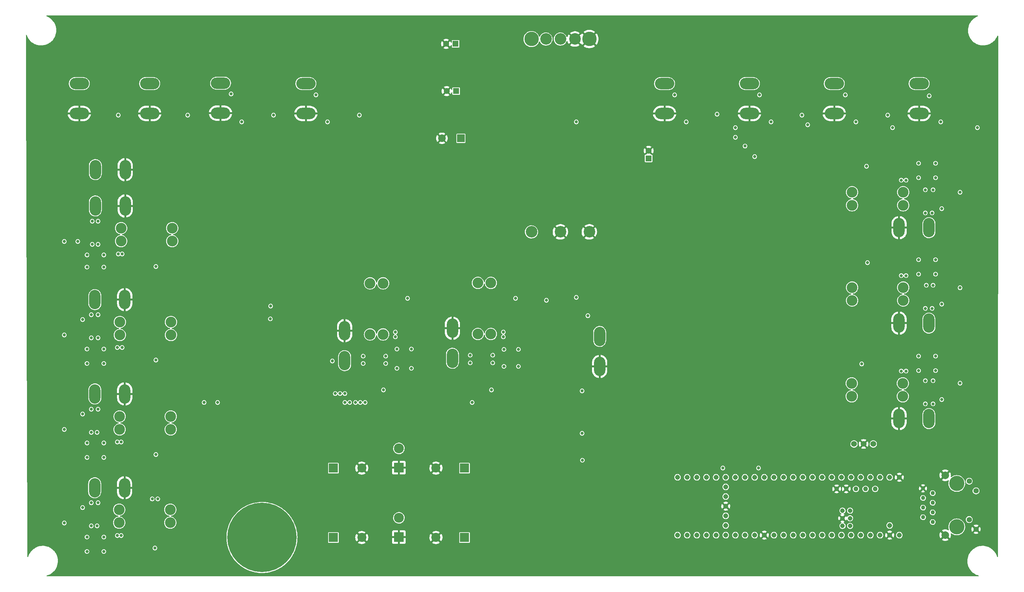
<source format=gbl>
G04 #@! TF.GenerationSoftware,KiCad,Pcbnew,(6.0.6)*
G04 #@! TF.CreationDate,2023-04-22T01:10:45-05:00*
G04 #@! TF.ProjectId,2023 Powerboard,32303233-2050-46f7-9765-72626f617264,rev?*
G04 #@! TF.SameCoordinates,Original*
G04 #@! TF.FileFunction,Copper,L4,Bot*
G04 #@! TF.FilePolarity,Positive*
%FSLAX46Y46*%
G04 Gerber Fmt 4.6, Leading zero omitted, Abs format (unit mm)*
G04 Created by KiCad (PCBNEW (6.0.6)) date 2023-04-22 01:10:45*
%MOMM*%
%LPD*%
G01*
G04 APERTURE LIST*
G04 #@! TA.AperFunction,ComponentPad*
%ADD10R,2.600000X2.600000*%
G04 #@! TD*
G04 #@! TA.AperFunction,ComponentPad*
%ADD11O,2.600000X2.600000*%
G04 #@! TD*
G04 #@! TA.AperFunction,ComponentPad*
%ADD12R,2.400000X2.400000*%
G04 #@! TD*
G04 #@! TA.AperFunction,ComponentPad*
%ADD13C,2.400000*%
G04 #@! TD*
G04 #@! TA.AperFunction,ComponentPad*
%ADD14O,3.000000X5.100000*%
G04 #@! TD*
G04 #@! TA.AperFunction,ComponentPad*
%ADD15C,3.048000*%
G04 #@! TD*
G04 #@! TA.AperFunction,ComponentPad*
%ADD16C,3.810000*%
G04 #@! TD*
G04 #@! TA.AperFunction,ComponentPad*
%ADD17C,2.819400*%
G04 #@! TD*
G04 #@! TA.AperFunction,ComponentPad*
%ADD18R,1.600000X1.600000*%
G04 #@! TD*
G04 #@! TA.AperFunction,ComponentPad*
%ADD19C,1.600000*%
G04 #@! TD*
G04 #@! TA.AperFunction,ComponentPad*
%ADD20C,18.288000*%
G04 #@! TD*
G04 #@! TA.AperFunction,ComponentPad*
%ADD21R,2.000000X2.000000*%
G04 #@! TD*
G04 #@! TA.AperFunction,ComponentPad*
%ADD22C,2.000000*%
G04 #@! TD*
G04 #@! TA.AperFunction,ComponentPad*
%ADD23C,1.308000*%
G04 #@! TD*
G04 #@! TA.AperFunction,ComponentPad*
%ADD24C,1.258000*%
G04 #@! TD*
G04 #@! TA.AperFunction,ComponentPad*
%ADD25C,1.208000*%
G04 #@! TD*
G04 #@! TA.AperFunction,ComponentPad*
%ADD26C,1.524000*%
G04 #@! TD*
G04 #@! TA.AperFunction,ComponentPad*
%ADD27C,1.100000*%
G04 #@! TD*
G04 #@! TA.AperFunction,ComponentPad*
%ADD28C,1.400000*%
G04 #@! TD*
G04 #@! TA.AperFunction,ComponentPad*
%ADD29C,4.000000*%
G04 #@! TD*
G04 #@! TA.AperFunction,ComponentPad*
%ADD30O,5.100000X3.000000*%
G04 #@! TD*
G04 #@! TA.AperFunction,ViaPad*
%ADD31C,0.800000*%
G04 #@! TD*
G04 APERTURE END LIST*
D10*
X114554000Y-168295000D03*
D11*
X114554000Y-163215000D03*
D12*
X97282000Y-168402000D03*
D13*
X104782000Y-168402000D03*
D14*
X100267500Y-113906000D03*
X100267500Y-121806000D03*
D15*
X149479000Y-87884000D03*
X157099000Y-87884000D03*
X164719000Y-87884000D03*
D16*
X164719000Y-37084000D03*
D15*
X160909000Y-37084000D03*
X157099000Y-37084000D03*
X153289000Y-37084000D03*
D16*
X149479000Y-37084000D03*
D17*
X233934100Y-80875900D03*
X233934100Y-77446900D03*
X247396100Y-80875900D03*
X247396100Y-77446900D03*
X54451500Y-136514800D03*
X54451500Y-139943800D03*
X40989500Y-139943800D03*
X40989500Y-136514800D03*
X233840900Y-131218700D03*
X233840900Y-127789700D03*
X247302900Y-127789700D03*
X247302900Y-131218700D03*
X54832500Y-86894000D03*
X54832500Y-90323000D03*
X41370500Y-86894000D03*
X41370500Y-90323000D03*
D12*
X97282000Y-150114000D03*
D13*
X104782000Y-150114000D03*
D17*
X233942500Y-102542100D03*
X233942500Y-105971100D03*
X247404500Y-105971100D03*
X247404500Y-102542100D03*
D18*
X180340000Y-68519113D03*
D19*
X180340000Y-66519113D03*
D20*
X78486000Y-168402000D03*
D12*
X131826000Y-168402000D03*
D13*
X124326000Y-168402000D03*
D14*
X128658300Y-113279500D03*
X128658300Y-121179500D03*
D18*
X129641677Y-50800000D03*
D19*
X127141677Y-50800000D03*
D21*
X130891677Y-63246000D03*
D22*
X125891677Y-63246000D03*
D17*
X54503000Y-115062000D03*
X54503000Y-111633000D03*
X41041000Y-115062000D03*
X41041000Y-111633000D03*
D18*
X129489354Y-38354000D03*
D19*
X126989354Y-38354000D03*
D14*
X167446000Y-123330000D03*
X167446000Y-115430000D03*
D20*
X150622000Y-168402000D03*
D23*
X243840000Y-152540500D03*
X241300000Y-152540500D03*
X238760000Y-152540500D03*
X236220000Y-152540500D03*
X210820000Y-152540500D03*
X241300000Y-167780500D03*
X200660000Y-157620500D03*
X233680000Y-152540500D03*
X231140000Y-152540500D03*
D24*
X240030000Y-155590500D03*
D23*
X228600000Y-152540500D03*
X226060000Y-152540500D03*
X223520000Y-152540500D03*
X220980000Y-152540500D03*
X218440000Y-152540500D03*
X215900000Y-152540500D03*
X213360000Y-152540500D03*
X213360000Y-167780500D03*
X215900000Y-167780500D03*
X218440000Y-167780500D03*
X220980000Y-167780500D03*
X223520000Y-167780500D03*
X226060000Y-167780500D03*
X228600000Y-167780500D03*
X231140000Y-167780500D03*
X233680000Y-167780500D03*
X236220000Y-167780500D03*
X238760000Y-167780500D03*
X208280000Y-152540500D03*
X205740000Y-152540500D03*
X203200000Y-152540500D03*
X200660000Y-152540500D03*
X198120000Y-152540500D03*
X195580000Y-152540500D03*
X193040000Y-152540500D03*
X190500000Y-152540500D03*
X187960000Y-152540500D03*
X187960000Y-167780500D03*
X190500000Y-167780500D03*
X193040000Y-167780500D03*
X195580000Y-167780500D03*
X198120000Y-167780500D03*
X200660000Y-167780500D03*
X203200000Y-167780500D03*
X205740000Y-167780500D03*
X208280000Y-167780500D03*
D24*
X234950000Y-155590500D03*
X237490000Y-155590500D03*
D23*
X246380000Y-152540500D03*
X210820000Y-167780500D03*
X243840000Y-167780500D03*
X200660000Y-160160500D03*
D25*
X231410000Y-163330500D03*
X233410000Y-163330500D03*
D23*
X200660000Y-165240500D03*
X200660000Y-162700500D03*
D25*
X233410000Y-165330500D03*
X231410000Y-165330500D03*
X231410000Y-161330500D03*
X233410000Y-161330500D03*
D24*
X232410000Y-155590500D03*
X229870000Y-155590500D03*
D23*
X200660000Y-155080500D03*
X246380000Y-167780500D03*
X243840000Y-165240500D03*
D26*
X234442000Y-143764000D03*
X236982000Y-143764000D03*
X239522000Y-143764000D03*
D17*
X135359100Y-101333900D03*
X138788100Y-101333900D03*
X135359100Y-114795900D03*
X138788100Y-114795900D03*
D27*
X255163500Y-164338000D03*
X252623500Y-163068000D03*
X255163500Y-161798000D03*
X252623500Y-160528000D03*
X255163500Y-159258000D03*
X252623500Y-157988000D03*
X255163500Y-156718000D03*
X252623500Y-155448000D03*
D28*
X266593500Y-166218000D03*
X264803500Y-163678000D03*
X266593500Y-156108000D03*
X264803500Y-153568000D03*
D29*
X261513500Y-165608000D03*
X261513500Y-154178000D03*
D22*
X258463500Y-152018000D03*
X258463500Y-167768000D03*
D12*
X131826000Y-150114000D03*
D13*
X124326000Y-150114000D03*
D10*
X114554000Y-150007000D03*
D11*
X114554000Y-144927000D03*
D17*
X54324500Y-161062000D03*
X54324500Y-164491000D03*
X40862500Y-164491000D03*
X40862500Y-161062000D03*
X110396200Y-101441000D03*
X106967200Y-101441000D03*
X110396200Y-114903000D03*
X106967200Y-114903000D03*
D14*
X246300300Y-137075900D03*
X254174300Y-137075900D03*
X246300300Y-111929900D03*
X254174300Y-111929900D03*
D30*
X67564000Y-56596000D03*
X67564000Y-48722000D03*
D14*
X42289700Y-155293900D03*
X34415700Y-155293900D03*
D30*
X48907700Y-56691500D03*
X48907700Y-48817500D03*
X251599700Y-56691500D03*
X251599700Y-48817500D03*
D14*
X42334400Y-130571200D03*
X34460400Y-130571200D03*
X42340500Y-105732500D03*
X34466500Y-105732500D03*
X42467500Y-81052000D03*
X34593500Y-81052000D03*
D30*
X206895700Y-56691500D03*
X206895700Y-48817500D03*
X30365700Y-56691500D03*
X30365700Y-48817500D03*
X229247700Y-56691500D03*
X229247700Y-48817500D03*
D14*
X42467500Y-71488300D03*
X34593500Y-71488300D03*
D30*
X90055700Y-56691500D03*
X90055700Y-48817500D03*
X184543700Y-56691500D03*
X184543700Y-48817500D03*
D14*
X246321500Y-86783900D03*
X254195500Y-86783900D03*
D31*
X161290000Y-58928000D03*
X257302000Y-58928000D03*
X26416000Y-90424000D03*
X26416000Y-139954000D03*
X262382000Y-127762000D03*
X26416000Y-115062000D03*
X138938000Y-129540000D03*
X161290000Y-105156000D03*
X110490000Y-129540000D03*
X262382000Y-77470000D03*
X95758000Y-58928000D03*
X73152000Y-58928000D03*
X234950000Y-58928000D03*
X190246000Y-58928000D03*
X26416000Y-164592000D03*
X262382000Y-102616000D03*
X212598000Y-58928000D03*
X35306000Y-109728000D03*
X33528000Y-109728000D03*
X35306000Y-134620000D03*
X33528000Y-134620000D03*
X35306000Y-159258000D03*
X33528000Y-159258000D03*
X253245300Y-82900200D03*
X255023300Y-82900200D03*
X253245300Y-108046200D03*
X255023300Y-108046200D03*
X253245300Y-133192200D03*
X255277300Y-133192200D03*
X133327100Y-120383900D03*
X133327100Y-122415900D03*
X33782000Y-85090000D03*
X35306000Y-85090000D03*
X105133100Y-122542900D03*
X105133100Y-120637900D03*
X40386000Y-118364000D03*
X41656000Y-118364000D03*
X40386000Y-143256000D03*
X41402000Y-143256000D03*
X40386000Y-167894000D03*
X41402000Y-167894000D03*
X246895300Y-74264200D03*
X248165300Y-74264200D03*
X246895300Y-99410200D03*
X248165300Y-99410200D03*
X81534000Y-57150000D03*
X246895300Y-124556200D03*
X248165300Y-124556200D03*
X142090100Y-115557900D03*
X142090100Y-114287900D03*
X40640000Y-93726000D03*
X41656000Y-93726000D03*
X113642100Y-115557900D03*
X113642100Y-114287900D03*
X40640000Y-57150000D03*
X58928000Y-57150000D03*
X50546000Y-121666000D03*
X104140000Y-57150000D03*
X32385000Y-118745000D03*
X36830000Y-122555000D03*
X35306000Y-115824000D03*
X32385000Y-122555000D03*
X36830000Y-118745000D03*
X33528000Y-115824000D03*
X50546000Y-146558000D03*
X220726000Y-57150000D03*
X35052000Y-140716000D03*
X33528000Y-140716000D03*
X36830000Y-147320000D03*
X32385000Y-147320000D03*
X32385000Y-143510000D03*
X36830000Y-143510000D03*
X50292000Y-171196000D03*
X243332000Y-57150000D03*
X36830000Y-172085000D03*
X32385000Y-168275000D03*
X32385000Y-172085000D03*
X35052000Y-165354000D03*
X36830000Y-168275000D03*
X33528000Y-165354000D03*
X237744000Y-70612000D03*
X255912300Y-69819200D03*
X251467300Y-73629200D03*
X253245300Y-76804200D03*
X255912300Y-73629200D03*
X255277300Y-76804200D03*
X251467300Y-69819200D03*
X266954000Y-60452000D03*
X237998000Y-96012000D03*
X251467300Y-95219200D03*
X253499300Y-101950200D03*
X255912300Y-99029200D03*
X255277300Y-101950200D03*
X251467300Y-99029200D03*
X255912300Y-95219200D03*
X198374000Y-56896000D03*
X236474000Y-122682000D03*
X255912300Y-120619200D03*
X251467300Y-124429200D03*
X251467300Y-120619200D03*
X253245300Y-127096200D03*
X255912300Y-124429200D03*
X255277300Y-127096200D03*
X145288000Y-105410000D03*
X146027100Y-118859900D03*
X142217100Y-118859900D03*
X142217100Y-123304900D03*
X139296100Y-122415900D03*
X139296100Y-120383900D03*
X146027100Y-123304900D03*
X209296000Y-150114000D03*
X199898000Y-150114000D03*
X153416000Y-105918000D03*
X50546000Y-97028000D03*
X35306000Y-91186000D03*
X32385000Y-93980000D03*
X32385000Y-97155000D03*
X36830000Y-97155000D03*
X33782000Y-91186000D03*
X36830000Y-93980000D03*
X116840000Y-105410000D03*
X114023100Y-118732900D03*
X111102100Y-120637900D03*
X114023100Y-123812900D03*
X117833100Y-118732900D03*
X117833100Y-123812900D03*
X111102100Y-122542900D03*
X100330000Y-132842000D03*
X31242000Y-110998000D03*
X97790000Y-130477500D03*
X63241701Y-132837701D03*
X66802000Y-132842000D03*
X31242000Y-135890000D03*
X31242000Y-160528000D03*
X49567500Y-158242000D03*
X51016500Y-158242000D03*
X257556000Y-81788000D03*
X257556000Y-106934000D03*
X257556000Y-132080000D03*
X133858000Y-132842000D03*
X29972000Y-90424000D03*
X99060000Y-130477500D03*
X101600000Y-132842000D03*
X105664000Y-132842000D03*
X208280000Y-68072000D03*
X254254000Y-52070000D03*
X244602000Y-60452000D03*
X187198000Y-51816000D03*
X162872503Y-148023497D03*
X162814000Y-140970000D03*
X162814000Y-129794000D03*
X164338000Y-109982000D03*
X205735701Y-65282299D03*
X232156000Y-51816000D03*
X222250000Y-59690000D03*
X203200000Y-60452000D03*
X209550000Y-51816000D03*
X203200000Y-62992000D03*
X104394000Y-132842000D03*
X92710000Y-51816000D03*
X97028000Y-121920000D03*
X100330000Y-130477500D03*
X80703503Y-110812497D03*
X103124000Y-132842000D03*
X80774903Y-107439097D03*
X70358000Y-51562000D03*
G04 #@! TA.AperFunction,Conductor*
G36*
X267028272Y-30881502D02*
G01*
X267074765Y-30935158D01*
X267084869Y-31005432D01*
X267055375Y-31070012D01*
X267003142Y-31105939D01*
X266939151Y-31129166D01*
X266939141Y-31129170D01*
X266936213Y-31130233D01*
X266579554Y-31301498D01*
X266241669Y-31507339D01*
X265925899Y-31745721D01*
X265923617Y-31747831D01*
X265923608Y-31747838D01*
X265763697Y-31895659D01*
X265635366Y-32014287D01*
X265633294Y-32016625D01*
X265633289Y-32016630D01*
X265375028Y-32308029D01*
X265375023Y-32308035D01*
X265372944Y-32310381D01*
X265141227Y-32631074D01*
X264942507Y-32973196D01*
X264941217Y-32976033D01*
X264941215Y-32976037D01*
X264847264Y-33182672D01*
X264778749Y-33333363D01*
X264651572Y-33708013D01*
X264562234Y-34093443D01*
X264511619Y-34485839D01*
X264500227Y-34881322D01*
X264500448Y-34884441D01*
X264500448Y-34884448D01*
X264520623Y-35169387D01*
X264528170Y-35275982D01*
X264595173Y-35665915D01*
X264596005Y-35668924D01*
X264596006Y-35668930D01*
X264644261Y-35843523D01*
X264700572Y-36047265D01*
X264701702Y-36050185D01*
X264701703Y-36050189D01*
X264835812Y-36396838D01*
X264843326Y-36416261D01*
X264844741Y-36419055D01*
X264844744Y-36419063D01*
X264994664Y-36715210D01*
X265022023Y-36769255D01*
X265234895Y-37102755D01*
X265479838Y-37413463D01*
X265482013Y-37415719D01*
X265482018Y-37415725D01*
X265513525Y-37448408D01*
X265754429Y-37698308D01*
X265756822Y-37700341D01*
X266053559Y-37952438D01*
X266053567Y-37952445D01*
X266055954Y-37954472D01*
X266058534Y-37956255D01*
X266378857Y-38177645D01*
X266378866Y-38177650D01*
X266381429Y-38179422D01*
X266384164Y-38180935D01*
X266384169Y-38180938D01*
X266548957Y-38272093D01*
X266727638Y-38370934D01*
X266730507Y-38372167D01*
X266730518Y-38372172D01*
X267047101Y-38508186D01*
X267091155Y-38527113D01*
X267094132Y-38528054D01*
X267094136Y-38528056D01*
X267172180Y-38552738D01*
X267468387Y-38646416D01*
X267471455Y-38647060D01*
X267471456Y-38647060D01*
X267613735Y-38676913D01*
X267855603Y-38727662D01*
X267858721Y-38727998D01*
X268246522Y-38769785D01*
X268246525Y-38769785D01*
X268248973Y-38770049D01*
X268251436Y-38770120D01*
X268251437Y-38770120D01*
X268255086Y-38770225D01*
X268306291Y-38771700D01*
X268577352Y-38771700D01*
X268578915Y-38771622D01*
X268578923Y-38771622D01*
X268675291Y-38766824D01*
X268873158Y-38756974D01*
X268876243Y-38756510D01*
X268876245Y-38756510D01*
X269261316Y-38698617D01*
X269264409Y-38698152D01*
X269375632Y-38669905D01*
X269644839Y-38601535D01*
X269644842Y-38601534D01*
X269647882Y-38600762D01*
X269650830Y-38599692D01*
X270016849Y-38466834D01*
X270016859Y-38466830D01*
X270019787Y-38465767D01*
X270376446Y-38294502D01*
X270714331Y-38088661D01*
X270894777Y-37952438D01*
X271027607Y-37852162D01*
X271027610Y-37852160D01*
X271030101Y-37850279D01*
X271032383Y-37848169D01*
X271032392Y-37848162D01*
X271257965Y-37639644D01*
X271320634Y-37581713D01*
X271348262Y-37550540D01*
X271580972Y-37287971D01*
X271580977Y-37287965D01*
X271583056Y-37285619D01*
X271586803Y-37280434D01*
X271665622Y-37171349D01*
X271814773Y-36964926D01*
X272013493Y-36622804D01*
X272014785Y-36619963D01*
X272173484Y-36270923D01*
X272219888Y-36217190D01*
X272287975Y-36197074D01*
X272356129Y-36216963D01*
X272402711Y-36270541D01*
X272414185Y-36323111D01*
X272371814Y-173331155D01*
X272371779Y-173444104D01*
X272351756Y-173512219D01*
X272298086Y-173558695D01*
X272227809Y-173568777D01*
X272163237Y-173539264D01*
X272124332Y-173477631D01*
X272084681Y-173334170D01*
X272083848Y-173331155D01*
X272082717Y-173328231D01*
X271942229Y-172965092D01*
X271942227Y-172965087D01*
X271941094Y-172962159D01*
X271837974Y-172758457D01*
X271763816Y-172611968D01*
X271762397Y-172609165D01*
X271549525Y-172275665D01*
X271304582Y-171964957D01*
X271302407Y-171962701D01*
X271302402Y-171962695D01*
X271128329Y-171782122D01*
X271029991Y-171680112D01*
X271010160Y-171663264D01*
X270730861Y-171425982D01*
X270730853Y-171425975D01*
X270728466Y-171423948D01*
X270534311Y-171289759D01*
X270405563Y-171200775D01*
X270405554Y-171200770D01*
X270402991Y-171198998D01*
X270400256Y-171197485D01*
X270400251Y-171197482D01*
X270114182Y-171039238D01*
X270056782Y-171007486D01*
X270053913Y-171006253D01*
X270053902Y-171006248D01*
X269696133Y-170852539D01*
X269696130Y-170852538D01*
X269693265Y-170851307D01*
X269690288Y-170850366D01*
X269690284Y-170850364D01*
X269561509Y-170809638D01*
X269316033Y-170732004D01*
X268928817Y-170650758D01*
X268925699Y-170650422D01*
X268537898Y-170608635D01*
X268537895Y-170608635D01*
X268535447Y-170608371D01*
X268532984Y-170608300D01*
X268532983Y-170608300D01*
X268529334Y-170608195D01*
X268478129Y-170606720D01*
X268207068Y-170606720D01*
X268205505Y-170606798D01*
X268205497Y-170606798D01*
X268121978Y-170610956D01*
X267911262Y-170621446D01*
X267908177Y-170621910D01*
X267908175Y-170621910D01*
X267718530Y-170650422D01*
X267520011Y-170680268D01*
X267516976Y-170681039D01*
X267516975Y-170681039D01*
X267139581Y-170776885D01*
X267139578Y-170776886D01*
X267136538Y-170777658D01*
X267133591Y-170778728D01*
X267133590Y-170778728D01*
X266767571Y-170911586D01*
X266767561Y-170911590D01*
X266764633Y-170912653D01*
X266407974Y-171083918D01*
X266070089Y-171289759D01*
X265754319Y-171528141D01*
X265752037Y-171530251D01*
X265752028Y-171530258D01*
X265650314Y-171624282D01*
X265463786Y-171796707D01*
X265461714Y-171799045D01*
X265461709Y-171799050D01*
X265203448Y-172090449D01*
X265203443Y-172090455D01*
X265201364Y-172092801D01*
X265199526Y-172095345D01*
X265199525Y-172095346D01*
X265173071Y-172131958D01*
X264969647Y-172413494D01*
X264770927Y-172755616D01*
X264769637Y-172758453D01*
X264769635Y-172758457D01*
X264675684Y-172965092D01*
X264607169Y-173115783D01*
X264606167Y-173118736D01*
X264606165Y-173118740D01*
X264576864Y-173205057D01*
X264479992Y-173490433D01*
X264390654Y-173875863D01*
X264390255Y-173878959D01*
X264343582Y-174240795D01*
X264340039Y-174268259D01*
X264328647Y-174663742D01*
X264356590Y-175058402D01*
X264423593Y-175448335D01*
X264528992Y-175829685D01*
X264530122Y-175832605D01*
X264530123Y-175832609D01*
X264615209Y-176052541D01*
X264671746Y-176198681D01*
X264673161Y-176201475D01*
X264673164Y-176201483D01*
X264836544Y-176524219D01*
X264850443Y-176551675D01*
X265063315Y-176885175D01*
X265308258Y-177195883D01*
X265310433Y-177198139D01*
X265310438Y-177198145D01*
X265372436Y-177262458D01*
X265582849Y-177480728D01*
X265585242Y-177482761D01*
X265881979Y-177734858D01*
X265881987Y-177734865D01*
X265884374Y-177736892D01*
X265942648Y-177777168D01*
X266207277Y-177960065D01*
X266207286Y-177960070D01*
X266209849Y-177961842D01*
X266212584Y-177963355D01*
X266212589Y-177963358D01*
X266337407Y-178032403D01*
X266556058Y-178153354D01*
X266558927Y-178154587D01*
X266558938Y-178154592D01*
X266801006Y-178258592D01*
X266919575Y-178309533D01*
X266922552Y-178310474D01*
X266922556Y-178310476D01*
X267203763Y-178399410D01*
X267262681Y-178439022D01*
X267290831Y-178504199D01*
X267279274Y-178574249D01*
X267231680Y-178626931D01*
X267165769Y-178645545D01*
X21890407Y-178645545D01*
X21822286Y-178625543D01*
X21775793Y-178571887D01*
X21765689Y-178501613D01*
X21795183Y-178437033D01*
X21859392Y-178397422D01*
X21912419Y-178383955D01*
X21912422Y-178383954D01*
X21915462Y-178383182D01*
X21937926Y-178375028D01*
X22284429Y-178249254D01*
X22284439Y-178249250D01*
X22287367Y-178248187D01*
X22644026Y-178076922D01*
X22981911Y-177871081D01*
X23297681Y-177632699D01*
X23299963Y-177630589D01*
X23299972Y-177630582D01*
X23585917Y-177366256D01*
X23588214Y-177364133D01*
X23668521Y-177273522D01*
X23848552Y-177070391D01*
X23848557Y-177070385D01*
X23850636Y-177068039D01*
X23862042Y-177052254D01*
X23926744Y-176962706D01*
X24082353Y-176747346D01*
X24281073Y-176405224D01*
X24285634Y-176395194D01*
X24443539Y-176047899D01*
X24443540Y-176047896D01*
X24444831Y-176045057D01*
X24572008Y-175670407D01*
X24661346Y-175284977D01*
X24711961Y-174892581D01*
X24723353Y-174497098D01*
X24704996Y-174237820D01*
X24695632Y-174105574D01*
X24695410Y-174102438D01*
X24628407Y-173712505D01*
X24620574Y-173684162D01*
X24523841Y-173334170D01*
X24523008Y-173331155D01*
X24521877Y-173328231D01*
X24381389Y-172965092D01*
X24381387Y-172965087D01*
X24380254Y-172962159D01*
X24277134Y-172758457D01*
X24202976Y-172611968D01*
X24201557Y-172609165D01*
X23988685Y-172275665D01*
X23838376Y-172085000D01*
X31779318Y-172085000D01*
X31799956Y-172241762D01*
X31860464Y-172387841D01*
X31956718Y-172513282D01*
X32082159Y-172609536D01*
X32228238Y-172670044D01*
X32236426Y-172671122D01*
X32270744Y-172675640D01*
X32385000Y-172690682D01*
X32393188Y-172689604D01*
X32533574Y-172671122D01*
X32541762Y-172670044D01*
X32687841Y-172609536D01*
X32813282Y-172513282D01*
X32909536Y-172387841D01*
X32970044Y-172241762D01*
X32990682Y-172085000D01*
X36224318Y-172085000D01*
X36244956Y-172241762D01*
X36305464Y-172387841D01*
X36401718Y-172513282D01*
X36527159Y-172609536D01*
X36673238Y-172670044D01*
X36681426Y-172671122D01*
X36715744Y-172675640D01*
X36830000Y-172690682D01*
X36838188Y-172689604D01*
X36978574Y-172671122D01*
X36986762Y-172670044D01*
X37132841Y-172609536D01*
X37258282Y-172513282D01*
X37354536Y-172387841D01*
X37415044Y-172241762D01*
X37435682Y-172085000D01*
X37415044Y-171928238D01*
X37354536Y-171782159D01*
X37258282Y-171656718D01*
X37132841Y-171560464D01*
X36986762Y-171499956D01*
X36830000Y-171479318D01*
X36673238Y-171499956D01*
X36527159Y-171560464D01*
X36401718Y-171656718D01*
X36305464Y-171782159D01*
X36244956Y-171928238D01*
X36224318Y-172085000D01*
X32990682Y-172085000D01*
X32970044Y-171928238D01*
X32909536Y-171782159D01*
X32813282Y-171656718D01*
X32687841Y-171560464D01*
X32541762Y-171499956D01*
X32385000Y-171479318D01*
X32228238Y-171499956D01*
X32082159Y-171560464D01*
X31956718Y-171656718D01*
X31860464Y-171782159D01*
X31799956Y-171928238D01*
X31779318Y-172085000D01*
X23838376Y-172085000D01*
X23743742Y-171964957D01*
X23741567Y-171962701D01*
X23741562Y-171962695D01*
X23567489Y-171782122D01*
X23469151Y-171680112D01*
X23449320Y-171663264D01*
X23170021Y-171425982D01*
X23170013Y-171425975D01*
X23167626Y-171423948D01*
X22973471Y-171289759D01*
X22844723Y-171200775D01*
X22844714Y-171200770D01*
X22842151Y-171198998D01*
X22839416Y-171197485D01*
X22839411Y-171197482D01*
X22836732Y-171196000D01*
X49686318Y-171196000D01*
X49706956Y-171352762D01*
X49767464Y-171498841D01*
X49863718Y-171624282D01*
X49989159Y-171720536D01*
X50135238Y-171781044D01*
X50292000Y-171801682D01*
X50300188Y-171800604D01*
X50440574Y-171782122D01*
X50448762Y-171781044D01*
X50594841Y-171720536D01*
X50720282Y-171624282D01*
X50816536Y-171498841D01*
X50877044Y-171352762D01*
X50897682Y-171196000D01*
X50877044Y-171039238D01*
X50816536Y-170893159D01*
X50720282Y-170767718D01*
X50594841Y-170671464D01*
X50448762Y-170610956D01*
X50292000Y-170590318D01*
X50135238Y-170610956D01*
X49989159Y-170671464D01*
X49863718Y-170767718D01*
X49767464Y-170893159D01*
X49706956Y-171039238D01*
X49686318Y-171196000D01*
X22836732Y-171196000D01*
X22553342Y-171039238D01*
X22495942Y-171007486D01*
X22493073Y-171006253D01*
X22493062Y-171006248D01*
X22135293Y-170852539D01*
X22135290Y-170852538D01*
X22132425Y-170851307D01*
X22129448Y-170850366D01*
X22129444Y-170850364D01*
X22000669Y-170809638D01*
X21755193Y-170732004D01*
X21367977Y-170650758D01*
X21364859Y-170650422D01*
X20977058Y-170608635D01*
X20977055Y-170608635D01*
X20974607Y-170608371D01*
X20972144Y-170608300D01*
X20972143Y-170608300D01*
X20968494Y-170608195D01*
X20917289Y-170606720D01*
X20646228Y-170606720D01*
X20644665Y-170606798D01*
X20644657Y-170606798D01*
X20561138Y-170610956D01*
X20350422Y-170621446D01*
X20347337Y-170621910D01*
X20347335Y-170621910D01*
X20157690Y-170650422D01*
X19959171Y-170680268D01*
X19956136Y-170681039D01*
X19956135Y-170681039D01*
X19578741Y-170776885D01*
X19578738Y-170776886D01*
X19575698Y-170777658D01*
X19572751Y-170778728D01*
X19572750Y-170778728D01*
X19206731Y-170911586D01*
X19206721Y-170911590D01*
X19203793Y-170912653D01*
X18847134Y-171083918D01*
X18509249Y-171289759D01*
X18193479Y-171528141D01*
X18191197Y-171530251D01*
X18191188Y-171530258D01*
X18089474Y-171624282D01*
X17902946Y-171796707D01*
X17900874Y-171799045D01*
X17900869Y-171799050D01*
X17642608Y-172090449D01*
X17642603Y-172090455D01*
X17640524Y-172092801D01*
X17638686Y-172095345D01*
X17638685Y-172095346D01*
X17612231Y-172131958D01*
X17408807Y-172413494D01*
X17210087Y-172755616D01*
X17208797Y-172758453D01*
X17208795Y-172758457D01*
X17114844Y-172965092D01*
X17046329Y-173115783D01*
X17045325Y-173118740D01*
X17045323Y-173118746D01*
X16923664Y-173477141D01*
X16882827Y-173535218D01*
X16817074Y-173561996D01*
X16747282Y-173548975D01*
X16695609Y-173500288D01*
X16678351Y-173436987D01*
X16664127Y-168275000D01*
X31779318Y-168275000D01*
X31780396Y-168283188D01*
X31797725Y-168414812D01*
X31799956Y-168431762D01*
X31860464Y-168577841D01*
X31956718Y-168703282D01*
X32082159Y-168799536D01*
X32228238Y-168860044D01*
X32385000Y-168880682D01*
X32393188Y-168879604D01*
X32533574Y-168861122D01*
X32541762Y-168860044D01*
X32687841Y-168799536D01*
X32813282Y-168703282D01*
X32909536Y-168577841D01*
X32970044Y-168431762D01*
X32972276Y-168414812D01*
X32989604Y-168283188D01*
X32990682Y-168275000D01*
X36224318Y-168275000D01*
X36225396Y-168283188D01*
X36242725Y-168414812D01*
X36244956Y-168431762D01*
X36305464Y-168577841D01*
X36401718Y-168703282D01*
X36527159Y-168799536D01*
X36673238Y-168860044D01*
X36830000Y-168880682D01*
X36838188Y-168879604D01*
X36978574Y-168861122D01*
X36986762Y-168860044D01*
X37132841Y-168799536D01*
X37258282Y-168703282D01*
X37326702Y-168614115D01*
X69138900Y-168614115D01*
X69172072Y-169216863D01*
X69244070Y-169816214D01*
X69244439Y-169818194D01*
X69244440Y-169818202D01*
X69349023Y-170379738D01*
X69354597Y-170409669D01*
X69355095Y-170411630D01*
X69355097Y-170411639D01*
X69415826Y-170650758D01*
X69503190Y-170994755D01*
X69689230Y-171569032D01*
X69911941Y-172130107D01*
X69912818Y-172131958D01*
X70168256Y-172671122D01*
X70170396Y-172675640D01*
X70214819Y-172755616D01*
X70462535Y-173201590D01*
X70462542Y-173201602D01*
X70463517Y-173203357D01*
X70464604Y-173205046D01*
X70464610Y-173205057D01*
X70685826Y-173548975D01*
X70790082Y-173711059D01*
X70791297Y-173712704D01*
X71143986Y-174190206D01*
X71148729Y-174196628D01*
X71537963Y-174658041D01*
X71539374Y-174659510D01*
X71539376Y-174659512D01*
X71935548Y-175071915D01*
X71956162Y-175093374D01*
X71957674Y-175094757D01*
X71957676Y-175094759D01*
X72379708Y-175480802D01*
X72401583Y-175500812D01*
X72872368Y-175878657D01*
X73366554Y-176225333D01*
X73368304Y-176226399D01*
X73836716Y-176511758D01*
X73882083Y-176539396D01*
X74416804Y-176819536D01*
X74418646Y-176820354D01*
X74418658Y-176820360D01*
X74966615Y-177063753D01*
X74966625Y-177063757D01*
X74968489Y-177064585D01*
X74970401Y-177065290D01*
X74970405Y-177065292D01*
X75304001Y-177188362D01*
X75534837Y-177273522D01*
X75536781Y-177274100D01*
X75536791Y-177274103D01*
X75839757Y-177364133D01*
X76113489Y-177445476D01*
X76702030Y-177579729D01*
X76956224Y-177620672D01*
X77296013Y-177675402D01*
X77296028Y-177675404D01*
X77298009Y-177675723D01*
X77898940Y-177733057D01*
X78098517Y-177739155D01*
X78500273Y-177751430D01*
X78500288Y-177751430D01*
X78502318Y-177751492D01*
X79105628Y-177730951D01*
X79107632Y-177730753D01*
X79107643Y-177730752D01*
X79372377Y-177704561D01*
X79706355Y-177671520D01*
X79811321Y-177654237D01*
X80299980Y-177573778D01*
X80299987Y-177573777D01*
X80301995Y-177573446D01*
X80890065Y-177437139D01*
X81468112Y-177263166D01*
X81725672Y-177167125D01*
X82031806Y-177052971D01*
X82031814Y-177052968D01*
X82033728Y-177052254D01*
X82115183Y-177015732D01*
X82582693Y-176806115D01*
X82582708Y-176806108D01*
X82584554Y-176805280D01*
X82689414Y-176749877D01*
X82741290Y-176722468D01*
X83118294Y-176523276D01*
X83605458Y-176224156D01*
X83630989Y-176208480D01*
X83630996Y-176208475D01*
X83632723Y-176207415D01*
X84097906Y-175878657D01*
X84124043Y-175860185D01*
X84124044Y-175860184D01*
X84125697Y-175859016D01*
X84161983Y-175829685D01*
X84325697Y-175697348D01*
X84595160Y-175479530D01*
X85039155Y-175070539D01*
X85455832Y-174633749D01*
X85457148Y-174632178D01*
X85842155Y-174172532D01*
X85842157Y-174172529D01*
X85843454Y-174170981D01*
X85844640Y-174169363D01*
X85844649Y-174169352D01*
X86199193Y-173685814D01*
X86199197Y-173685808D01*
X86200404Y-173684162D01*
X86507301Y-173203357D01*
X86524093Y-173177049D01*
X86524094Y-173177048D01*
X86525194Y-173175324D01*
X86556363Y-173118746D01*
X86644168Y-172959357D01*
X86816471Y-172646587D01*
X86833867Y-172609536D01*
X87072159Y-172101989D01*
X87072160Y-172101987D01*
X87073020Y-172100155D01*
X87074910Y-172095346D01*
X87285066Y-171560464D01*
X87293772Y-171538306D01*
X87304308Y-171505392D01*
X87477190Y-170965308D01*
X87477192Y-170965302D01*
X87477806Y-170963383D01*
X87478296Y-170961426D01*
X87623867Y-170379738D01*
X87623870Y-170379723D01*
X87624356Y-170377782D01*
X87702351Y-169950724D01*
X87732445Y-169785944D01*
X87732445Y-169785942D01*
X87732810Y-169783945D01*
X87751720Y-169621748D01*
X95881500Y-169621748D01*
X95893133Y-169680231D01*
X95937448Y-169746552D01*
X96003769Y-169790867D01*
X96015938Y-169793288D01*
X96015939Y-169793288D01*
X96056184Y-169801293D01*
X96062252Y-169802500D01*
X98501748Y-169802500D01*
X98507816Y-169801293D01*
X98548061Y-169793288D01*
X98548062Y-169793288D01*
X98560231Y-169790867D01*
X98583440Y-169775359D01*
X103773386Y-169775359D01*
X103782099Y-169786879D01*
X103870586Y-169851760D01*
X103878505Y-169856708D01*
X104094877Y-169970547D01*
X104103451Y-169974275D01*
X104334282Y-170054885D01*
X104343291Y-170057299D01*
X104583518Y-170102908D01*
X104592775Y-170103962D01*
X104837107Y-170113563D01*
X104846420Y-170113237D01*
X105089478Y-170086618D01*
X105098655Y-170084917D01*
X105335107Y-170022665D01*
X105343926Y-170019628D01*
X105568584Y-169923107D01*
X105576856Y-169918800D01*
X105784777Y-169790135D01*
X105786620Y-169788796D01*
X105794038Y-169777541D01*
X105787974Y-169767184D01*
X105660459Y-169639669D01*
X112746001Y-169639669D01*
X112746371Y-169646490D01*
X112751895Y-169697352D01*
X112755521Y-169712604D01*
X112800676Y-169833054D01*
X112809214Y-169848649D01*
X112885715Y-169950724D01*
X112898276Y-169963285D01*
X113000351Y-170039786D01*
X113015946Y-170048324D01*
X113136394Y-170093478D01*
X113151649Y-170097105D01*
X113202514Y-170102631D01*
X113209328Y-170103000D01*
X114281885Y-170103000D01*
X114297124Y-170098525D01*
X114298329Y-170097135D01*
X114300000Y-170089452D01*
X114300000Y-170084884D01*
X114808000Y-170084884D01*
X114812475Y-170100123D01*
X114813865Y-170101328D01*
X114821548Y-170102999D01*
X115898669Y-170102999D01*
X115905490Y-170102629D01*
X115956352Y-170097105D01*
X115971604Y-170093479D01*
X116092054Y-170048324D01*
X116107649Y-170039786D01*
X116209724Y-169963285D01*
X116222285Y-169950724D01*
X116298786Y-169848649D01*
X116307324Y-169833054D01*
X116328953Y-169775359D01*
X123317386Y-169775359D01*
X123326099Y-169786879D01*
X123414586Y-169851760D01*
X123422505Y-169856708D01*
X123638877Y-169970547D01*
X123647451Y-169974275D01*
X123878282Y-170054885D01*
X123887291Y-170057299D01*
X124127518Y-170102908D01*
X124136775Y-170103962D01*
X124381107Y-170113563D01*
X124390420Y-170113237D01*
X124633478Y-170086618D01*
X124642655Y-170084917D01*
X124879107Y-170022665D01*
X124887926Y-170019628D01*
X125112584Y-169923107D01*
X125120856Y-169918800D01*
X125328777Y-169790135D01*
X125330620Y-169788796D01*
X125338038Y-169777541D01*
X125331974Y-169767184D01*
X125186538Y-169621748D01*
X130425500Y-169621748D01*
X130437133Y-169680231D01*
X130481448Y-169746552D01*
X130547769Y-169790867D01*
X130559938Y-169793288D01*
X130559939Y-169793288D01*
X130600184Y-169801293D01*
X130606252Y-169802500D01*
X133045748Y-169802500D01*
X133051816Y-169801293D01*
X133092061Y-169793288D01*
X133092062Y-169793288D01*
X133104231Y-169790867D01*
X133170552Y-169746552D01*
X133214867Y-169680231D01*
X133226500Y-169621748D01*
X133226500Y-169000670D01*
X257595660Y-169000670D01*
X257601387Y-169008320D01*
X257772542Y-169113205D01*
X257781337Y-169117687D01*
X257991488Y-169204734D01*
X258000873Y-169207783D01*
X258222054Y-169260885D01*
X258231801Y-169262428D01*
X258458570Y-169280275D01*
X258468430Y-169280275D01*
X258695199Y-169262428D01*
X258704946Y-169260885D01*
X258926127Y-169207783D01*
X258935512Y-169204734D01*
X259145663Y-169117687D01*
X259154458Y-169113205D01*
X259321945Y-169010568D01*
X259331407Y-169000110D01*
X259327624Y-168991334D01*
X258476312Y-168140022D01*
X258462368Y-168132408D01*
X258460535Y-168132539D01*
X258453920Y-168136790D01*
X257602420Y-168988290D01*
X257595660Y-169000670D01*
X133226500Y-169000670D01*
X133226500Y-168760728D01*
X210204132Y-168760728D01*
X210214014Y-168773217D01*
X210258362Y-168802850D01*
X210268472Y-168808340D01*
X210454077Y-168888082D01*
X210465020Y-168891637D01*
X210662042Y-168936219D01*
X210673452Y-168937721D01*
X210875307Y-168945652D01*
X210886789Y-168945050D01*
X211086712Y-168916063D01*
X211097894Y-168913378D01*
X211289185Y-168848443D01*
X211299688Y-168843767D01*
X211427708Y-168772073D01*
X211437570Y-168761997D01*
X211437081Y-168760728D01*
X243224132Y-168760728D01*
X243234014Y-168773217D01*
X243278362Y-168802850D01*
X243288472Y-168808340D01*
X243474077Y-168888082D01*
X243485020Y-168891637D01*
X243682042Y-168936219D01*
X243693452Y-168937721D01*
X243895307Y-168945652D01*
X243906789Y-168945050D01*
X244106712Y-168916063D01*
X244117894Y-168913378D01*
X244309185Y-168848443D01*
X244319688Y-168843767D01*
X244447708Y-168772073D01*
X244457570Y-168761997D01*
X244454615Y-168754325D01*
X243852812Y-168152522D01*
X243838868Y-168144908D01*
X243837035Y-168145039D01*
X243830420Y-168149290D01*
X243230328Y-168749382D01*
X243224132Y-168760728D01*
X211437081Y-168760728D01*
X211434615Y-168754325D01*
X210832812Y-168152522D01*
X210818868Y-168144908D01*
X210817035Y-168145039D01*
X210810420Y-168149290D01*
X210210328Y-168749382D01*
X210204132Y-168760728D01*
X133226500Y-168760728D01*
X133226500Y-167780500D01*
X187100793Y-167780500D01*
X187101483Y-167787065D01*
X187112723Y-167894000D01*
X187119569Y-167959139D01*
X187121609Y-167965417D01*
X187121609Y-167965418D01*
X187168337Y-168109232D01*
X187175075Y-168129971D01*
X187178378Y-168135693D01*
X187178379Y-168135694D01*
X187201239Y-168175288D01*
X187264887Y-168285529D01*
X187269305Y-168290436D01*
X187269306Y-168290437D01*
X187380120Y-168413509D01*
X187385078Y-168419015D01*
X187390420Y-168422896D01*
X187390422Y-168422898D01*
X187496106Y-168499682D01*
X187530396Y-168524595D01*
X187536424Y-168527279D01*
X187536426Y-168527280D01*
X187664703Y-168584392D01*
X187694490Y-168597654D01*
X187777620Y-168615324D01*
X187863731Y-168633628D01*
X187863736Y-168633628D01*
X187870188Y-168635000D01*
X188049812Y-168635000D01*
X188056264Y-168633628D01*
X188056269Y-168633628D01*
X188142380Y-168615324D01*
X188225510Y-168597654D01*
X188255297Y-168584392D01*
X188383574Y-168527280D01*
X188383576Y-168527279D01*
X188389604Y-168524595D01*
X188423894Y-168499682D01*
X188529578Y-168422898D01*
X188529580Y-168422896D01*
X188534922Y-168419015D01*
X188539880Y-168413509D01*
X188650694Y-168290437D01*
X188650695Y-168290436D01*
X188655113Y-168285529D01*
X188718761Y-168175288D01*
X188741621Y-168135694D01*
X188741622Y-168135693D01*
X188744925Y-168129971D01*
X188751664Y-168109232D01*
X188798391Y-167965418D01*
X188798391Y-167965417D01*
X188800431Y-167959139D01*
X188807278Y-167894000D01*
X188818517Y-167787065D01*
X188819207Y-167780500D01*
X189640793Y-167780500D01*
X189641483Y-167787065D01*
X189652723Y-167894000D01*
X189659569Y-167959139D01*
X189661609Y-167965417D01*
X189661609Y-167965418D01*
X189708337Y-168109232D01*
X189715075Y-168129971D01*
X189718378Y-168135693D01*
X189718379Y-168135694D01*
X189741239Y-168175288D01*
X189804887Y-168285529D01*
X189809305Y-168290436D01*
X189809306Y-168290437D01*
X189920120Y-168413509D01*
X189925078Y-168419015D01*
X189930420Y-168422896D01*
X189930422Y-168422898D01*
X190036106Y-168499682D01*
X190070396Y-168524595D01*
X190076424Y-168527279D01*
X190076426Y-168527280D01*
X190204703Y-168584392D01*
X190234490Y-168597654D01*
X190317620Y-168615324D01*
X190403731Y-168633628D01*
X190403736Y-168633628D01*
X190410188Y-168635000D01*
X190589812Y-168635000D01*
X190596264Y-168633628D01*
X190596269Y-168633628D01*
X190682380Y-168615324D01*
X190765510Y-168597654D01*
X190795297Y-168584392D01*
X190923574Y-168527280D01*
X190923576Y-168527279D01*
X190929604Y-168524595D01*
X190963894Y-168499682D01*
X191069578Y-168422898D01*
X191069580Y-168422896D01*
X191074922Y-168419015D01*
X191079880Y-168413509D01*
X191190694Y-168290437D01*
X191190695Y-168290436D01*
X191195113Y-168285529D01*
X191258761Y-168175288D01*
X191281621Y-168135694D01*
X191281622Y-168135693D01*
X191284925Y-168129971D01*
X191291664Y-168109232D01*
X191338391Y-167965418D01*
X191338391Y-167965417D01*
X191340431Y-167959139D01*
X191347278Y-167894000D01*
X191358517Y-167787065D01*
X191359207Y-167780500D01*
X192180793Y-167780500D01*
X192181483Y-167787065D01*
X192192723Y-167894000D01*
X192199569Y-167959139D01*
X192201609Y-167965417D01*
X192201609Y-167965418D01*
X192248337Y-168109232D01*
X192255075Y-168129971D01*
X192258378Y-168135693D01*
X192258379Y-168135694D01*
X192281239Y-168175288D01*
X192344887Y-168285529D01*
X192349305Y-168290436D01*
X192349306Y-168290437D01*
X192460120Y-168413509D01*
X192465078Y-168419015D01*
X192470420Y-168422896D01*
X192470422Y-168422898D01*
X192576106Y-168499682D01*
X192610396Y-168524595D01*
X192616424Y-168527279D01*
X192616426Y-168527280D01*
X192744703Y-168584392D01*
X192774490Y-168597654D01*
X192857620Y-168615324D01*
X192943731Y-168633628D01*
X192943736Y-168633628D01*
X192950188Y-168635000D01*
X193129812Y-168635000D01*
X193136264Y-168633628D01*
X193136269Y-168633628D01*
X193222380Y-168615324D01*
X193305510Y-168597654D01*
X193335297Y-168584392D01*
X193463574Y-168527280D01*
X193463576Y-168527279D01*
X193469604Y-168524595D01*
X193503894Y-168499682D01*
X193609578Y-168422898D01*
X193609580Y-168422896D01*
X193614922Y-168419015D01*
X193619880Y-168413509D01*
X193730694Y-168290437D01*
X193730695Y-168290436D01*
X193735113Y-168285529D01*
X193798761Y-168175288D01*
X193821621Y-168135694D01*
X193821622Y-168135693D01*
X193824925Y-168129971D01*
X193831664Y-168109232D01*
X193878391Y-167965418D01*
X193878391Y-167965417D01*
X193880431Y-167959139D01*
X193887278Y-167894000D01*
X193898517Y-167787065D01*
X193899207Y-167780500D01*
X194720793Y-167780500D01*
X194721483Y-167787065D01*
X194732723Y-167894000D01*
X194739569Y-167959139D01*
X194741609Y-167965417D01*
X194741609Y-167965418D01*
X194788337Y-168109232D01*
X194795075Y-168129971D01*
X194798378Y-168135693D01*
X194798379Y-168135694D01*
X194821239Y-168175288D01*
X194884887Y-168285529D01*
X194889305Y-168290436D01*
X194889306Y-168290437D01*
X195000120Y-168413509D01*
X195005078Y-168419015D01*
X195010420Y-168422896D01*
X195010422Y-168422898D01*
X195116106Y-168499682D01*
X195150396Y-168524595D01*
X195156424Y-168527279D01*
X195156426Y-168527280D01*
X195284703Y-168584392D01*
X195314490Y-168597654D01*
X195397620Y-168615324D01*
X195483731Y-168633628D01*
X195483736Y-168633628D01*
X195490188Y-168635000D01*
X195669812Y-168635000D01*
X195676264Y-168633628D01*
X195676269Y-168633628D01*
X195762380Y-168615324D01*
X195845510Y-168597654D01*
X195875297Y-168584392D01*
X196003574Y-168527280D01*
X196003576Y-168527279D01*
X196009604Y-168524595D01*
X196043894Y-168499682D01*
X196149578Y-168422898D01*
X196149580Y-168422896D01*
X196154922Y-168419015D01*
X196159880Y-168413509D01*
X196270694Y-168290437D01*
X196270695Y-168290436D01*
X196275113Y-168285529D01*
X196338761Y-168175288D01*
X196361621Y-168135694D01*
X196361622Y-168135693D01*
X196364925Y-168129971D01*
X196371664Y-168109232D01*
X196418391Y-167965418D01*
X196418391Y-167965417D01*
X196420431Y-167959139D01*
X196427278Y-167894000D01*
X196438517Y-167787065D01*
X196439207Y-167780500D01*
X197260793Y-167780500D01*
X197261483Y-167787065D01*
X197272723Y-167894000D01*
X197279569Y-167959139D01*
X197281609Y-167965417D01*
X197281609Y-167965418D01*
X197328337Y-168109232D01*
X197335075Y-168129971D01*
X197338378Y-168135693D01*
X197338379Y-168135694D01*
X197361239Y-168175288D01*
X197424887Y-168285529D01*
X197429305Y-168290436D01*
X197429306Y-168290437D01*
X197540120Y-168413509D01*
X197545078Y-168419015D01*
X197550420Y-168422896D01*
X197550422Y-168422898D01*
X197656106Y-168499682D01*
X197690396Y-168524595D01*
X197696424Y-168527279D01*
X197696426Y-168527280D01*
X197824703Y-168584392D01*
X197854490Y-168597654D01*
X197937620Y-168615324D01*
X198023731Y-168633628D01*
X198023736Y-168633628D01*
X198030188Y-168635000D01*
X198209812Y-168635000D01*
X198216264Y-168633628D01*
X198216269Y-168633628D01*
X198302380Y-168615324D01*
X198385510Y-168597654D01*
X198415297Y-168584392D01*
X198543574Y-168527280D01*
X198543576Y-168527279D01*
X198549604Y-168524595D01*
X198583894Y-168499682D01*
X198689578Y-168422898D01*
X198689580Y-168422896D01*
X198694922Y-168419015D01*
X198699880Y-168413509D01*
X198810694Y-168290437D01*
X198810695Y-168290436D01*
X198815113Y-168285529D01*
X198878761Y-168175288D01*
X198901621Y-168135694D01*
X198901622Y-168135693D01*
X198904925Y-168129971D01*
X198911664Y-168109232D01*
X198958391Y-167965418D01*
X198958391Y-167965417D01*
X198960431Y-167959139D01*
X198967278Y-167894000D01*
X198978517Y-167787065D01*
X198979207Y-167780500D01*
X199800793Y-167780500D01*
X199801483Y-167787065D01*
X199812723Y-167894000D01*
X199819569Y-167959139D01*
X199821609Y-167965417D01*
X199821609Y-167965418D01*
X199868337Y-168109232D01*
X199875075Y-168129971D01*
X199878378Y-168135693D01*
X199878379Y-168135694D01*
X199901239Y-168175288D01*
X199964887Y-168285529D01*
X199969305Y-168290436D01*
X199969306Y-168290437D01*
X200080120Y-168413509D01*
X200085078Y-168419015D01*
X200090420Y-168422896D01*
X200090422Y-168422898D01*
X200196106Y-168499682D01*
X200230396Y-168524595D01*
X200236424Y-168527279D01*
X200236426Y-168527280D01*
X200364703Y-168584392D01*
X200394490Y-168597654D01*
X200477620Y-168615324D01*
X200563731Y-168633628D01*
X200563736Y-168633628D01*
X200570188Y-168635000D01*
X200749812Y-168635000D01*
X200756264Y-168633628D01*
X200756269Y-168633628D01*
X200842380Y-168615324D01*
X200925510Y-168597654D01*
X200955297Y-168584392D01*
X201083574Y-168527280D01*
X201083576Y-168527279D01*
X201089604Y-168524595D01*
X201123894Y-168499682D01*
X201229578Y-168422898D01*
X201229580Y-168422896D01*
X201234922Y-168419015D01*
X201239880Y-168413509D01*
X201350694Y-168290437D01*
X201350695Y-168290436D01*
X201355113Y-168285529D01*
X201418761Y-168175288D01*
X201441621Y-168135694D01*
X201441622Y-168135693D01*
X201444925Y-168129971D01*
X201451664Y-168109232D01*
X201498391Y-167965418D01*
X201498391Y-167965417D01*
X201500431Y-167959139D01*
X201507278Y-167894000D01*
X201518517Y-167787065D01*
X201519207Y-167780500D01*
X202340793Y-167780500D01*
X202341483Y-167787065D01*
X202352723Y-167894000D01*
X202359569Y-167959139D01*
X202361609Y-167965417D01*
X202361609Y-167965418D01*
X202408337Y-168109232D01*
X202415075Y-168129971D01*
X202418378Y-168135693D01*
X202418379Y-168135694D01*
X202441239Y-168175288D01*
X202504887Y-168285529D01*
X202509305Y-168290436D01*
X202509306Y-168290437D01*
X202620120Y-168413509D01*
X202625078Y-168419015D01*
X202630420Y-168422896D01*
X202630422Y-168422898D01*
X202736106Y-168499682D01*
X202770396Y-168524595D01*
X202776424Y-168527279D01*
X202776426Y-168527280D01*
X202904703Y-168584392D01*
X202934490Y-168597654D01*
X203017620Y-168615324D01*
X203103731Y-168633628D01*
X203103736Y-168633628D01*
X203110188Y-168635000D01*
X203289812Y-168635000D01*
X203296264Y-168633628D01*
X203296269Y-168633628D01*
X203382380Y-168615324D01*
X203465510Y-168597654D01*
X203495297Y-168584392D01*
X203623574Y-168527280D01*
X203623576Y-168527279D01*
X203629604Y-168524595D01*
X203663894Y-168499682D01*
X203769578Y-168422898D01*
X203769580Y-168422896D01*
X203774922Y-168419015D01*
X203779880Y-168413509D01*
X203890694Y-168290437D01*
X203890695Y-168290436D01*
X203895113Y-168285529D01*
X203958761Y-168175288D01*
X203981621Y-168135694D01*
X203981622Y-168135693D01*
X203984925Y-168129971D01*
X203991664Y-168109232D01*
X204038391Y-167965418D01*
X204038391Y-167965417D01*
X204040431Y-167959139D01*
X204047278Y-167894000D01*
X204058517Y-167787065D01*
X204059207Y-167780500D01*
X204880793Y-167780500D01*
X204881483Y-167787065D01*
X204892723Y-167894000D01*
X204899569Y-167959139D01*
X204901609Y-167965417D01*
X204901609Y-167965418D01*
X204948337Y-168109232D01*
X204955075Y-168129971D01*
X204958378Y-168135693D01*
X204958379Y-168135694D01*
X204981239Y-168175288D01*
X205044887Y-168285529D01*
X205049305Y-168290436D01*
X205049306Y-168290437D01*
X205160120Y-168413509D01*
X205165078Y-168419015D01*
X205170420Y-168422896D01*
X205170422Y-168422898D01*
X205276106Y-168499682D01*
X205310396Y-168524595D01*
X205316424Y-168527279D01*
X205316426Y-168527280D01*
X205444703Y-168584392D01*
X205474490Y-168597654D01*
X205557620Y-168615324D01*
X205643731Y-168633628D01*
X205643736Y-168633628D01*
X205650188Y-168635000D01*
X205829812Y-168635000D01*
X205836264Y-168633628D01*
X205836269Y-168633628D01*
X205922380Y-168615324D01*
X206005510Y-168597654D01*
X206035297Y-168584392D01*
X206163574Y-168527280D01*
X206163576Y-168527279D01*
X206169604Y-168524595D01*
X206203894Y-168499682D01*
X206309578Y-168422898D01*
X206309580Y-168422896D01*
X206314922Y-168419015D01*
X206319880Y-168413509D01*
X206430694Y-168290437D01*
X206430695Y-168290436D01*
X206435113Y-168285529D01*
X206498761Y-168175288D01*
X206521621Y-168135694D01*
X206521622Y-168135693D01*
X206524925Y-168129971D01*
X206531664Y-168109232D01*
X206578391Y-167965418D01*
X206578391Y-167965417D01*
X206580431Y-167959139D01*
X206587278Y-167894000D01*
X206598517Y-167787065D01*
X206599207Y-167780500D01*
X207420793Y-167780500D01*
X207421483Y-167787065D01*
X207432723Y-167894000D01*
X207439569Y-167959139D01*
X207441609Y-167965417D01*
X207441609Y-167965418D01*
X207488337Y-168109232D01*
X207495075Y-168129971D01*
X207498378Y-168135693D01*
X207498379Y-168135694D01*
X207521239Y-168175288D01*
X207584887Y-168285529D01*
X207589305Y-168290436D01*
X207589306Y-168290437D01*
X207700120Y-168413509D01*
X207705078Y-168419015D01*
X207710420Y-168422896D01*
X207710422Y-168422898D01*
X207816106Y-168499682D01*
X207850396Y-168524595D01*
X207856424Y-168527279D01*
X207856426Y-168527280D01*
X207984703Y-168584392D01*
X208014490Y-168597654D01*
X208097620Y-168615324D01*
X208183731Y-168633628D01*
X208183736Y-168633628D01*
X208190188Y-168635000D01*
X208369812Y-168635000D01*
X208376264Y-168633628D01*
X208376269Y-168633628D01*
X208462380Y-168615324D01*
X208545510Y-168597654D01*
X208575297Y-168584392D01*
X208703574Y-168527280D01*
X208703576Y-168527279D01*
X208709604Y-168524595D01*
X208743894Y-168499682D01*
X208849578Y-168422898D01*
X208849580Y-168422896D01*
X208854922Y-168419015D01*
X208859880Y-168413509D01*
X208970694Y-168290437D01*
X208970695Y-168290436D01*
X208975113Y-168285529D01*
X209038761Y-168175288D01*
X209061621Y-168135694D01*
X209061622Y-168135693D01*
X209064925Y-168129971D01*
X209071664Y-168109232D01*
X209118391Y-167965418D01*
X209118391Y-167965417D01*
X209120431Y-167959139D01*
X209127278Y-167894000D01*
X209138517Y-167787065D01*
X209139207Y-167780500D01*
X209136602Y-167755718D01*
X209653800Y-167755718D01*
X209667011Y-167957289D01*
X209668811Y-167968656D01*
X209718537Y-168164450D01*
X209722375Y-168175288D01*
X209806950Y-168358746D01*
X209812698Y-168368702D01*
X209827042Y-168388999D01*
X209837630Y-168397387D01*
X209850931Y-168390359D01*
X210447978Y-167793312D01*
X210454356Y-167781632D01*
X211184408Y-167781632D01*
X211184539Y-167783465D01*
X211188790Y-167790080D01*
X211789910Y-168391200D01*
X211802290Y-168397960D01*
X211808870Y-168393034D01*
X211883267Y-168260188D01*
X211887943Y-168249685D01*
X211952878Y-168058394D01*
X211955563Y-168047212D01*
X211984846Y-167845249D01*
X211985476Y-167837866D01*
X211986881Y-167784204D01*
X211986759Y-167780500D01*
X212500793Y-167780500D01*
X212501483Y-167787065D01*
X212512723Y-167894000D01*
X212519569Y-167959139D01*
X212521609Y-167965417D01*
X212521609Y-167965418D01*
X212568337Y-168109232D01*
X212575075Y-168129971D01*
X212578378Y-168135693D01*
X212578379Y-168135694D01*
X212601239Y-168175288D01*
X212664887Y-168285529D01*
X212669305Y-168290436D01*
X212669306Y-168290437D01*
X212780120Y-168413509D01*
X212785078Y-168419015D01*
X212790420Y-168422896D01*
X212790422Y-168422898D01*
X212896106Y-168499682D01*
X212930396Y-168524595D01*
X212936424Y-168527279D01*
X212936426Y-168527280D01*
X213064703Y-168584392D01*
X213094490Y-168597654D01*
X213177620Y-168615324D01*
X213263731Y-168633628D01*
X213263736Y-168633628D01*
X213270188Y-168635000D01*
X213449812Y-168635000D01*
X213456264Y-168633628D01*
X213456269Y-168633628D01*
X213542380Y-168615324D01*
X213625510Y-168597654D01*
X213655297Y-168584392D01*
X213783574Y-168527280D01*
X213783576Y-168527279D01*
X213789604Y-168524595D01*
X213823894Y-168499682D01*
X213929578Y-168422898D01*
X213929580Y-168422896D01*
X213934922Y-168419015D01*
X213939880Y-168413509D01*
X214050694Y-168290437D01*
X214050695Y-168290436D01*
X214055113Y-168285529D01*
X214118761Y-168175288D01*
X214141621Y-168135694D01*
X214141622Y-168135693D01*
X214144925Y-168129971D01*
X214151664Y-168109232D01*
X214198391Y-167965418D01*
X214198391Y-167965417D01*
X214200431Y-167959139D01*
X214207278Y-167894000D01*
X214218517Y-167787065D01*
X214219207Y-167780500D01*
X215040793Y-167780500D01*
X215041483Y-167787065D01*
X215052723Y-167894000D01*
X215059569Y-167959139D01*
X215061609Y-167965417D01*
X215061609Y-167965418D01*
X215108337Y-168109232D01*
X215115075Y-168129971D01*
X215118378Y-168135693D01*
X215118379Y-168135694D01*
X215141239Y-168175288D01*
X215204887Y-168285529D01*
X215209305Y-168290436D01*
X215209306Y-168290437D01*
X215320120Y-168413509D01*
X215325078Y-168419015D01*
X215330420Y-168422896D01*
X215330422Y-168422898D01*
X215436106Y-168499682D01*
X215470396Y-168524595D01*
X215476424Y-168527279D01*
X215476426Y-168527280D01*
X215604703Y-168584392D01*
X215634490Y-168597654D01*
X215717620Y-168615324D01*
X215803731Y-168633628D01*
X215803736Y-168633628D01*
X215810188Y-168635000D01*
X215989812Y-168635000D01*
X215996264Y-168633628D01*
X215996269Y-168633628D01*
X216082380Y-168615324D01*
X216165510Y-168597654D01*
X216195297Y-168584392D01*
X216323574Y-168527280D01*
X216323576Y-168527279D01*
X216329604Y-168524595D01*
X216363894Y-168499682D01*
X216469578Y-168422898D01*
X216469580Y-168422896D01*
X216474922Y-168419015D01*
X216479880Y-168413509D01*
X216590694Y-168290437D01*
X216590695Y-168290436D01*
X216595113Y-168285529D01*
X216658761Y-168175288D01*
X216681621Y-168135694D01*
X216681622Y-168135693D01*
X216684925Y-168129971D01*
X216691664Y-168109232D01*
X216738391Y-167965418D01*
X216738391Y-167965417D01*
X216740431Y-167959139D01*
X216747278Y-167894000D01*
X216758517Y-167787065D01*
X216759207Y-167780500D01*
X217580793Y-167780500D01*
X217581483Y-167787065D01*
X217592723Y-167894000D01*
X217599569Y-167959139D01*
X217601609Y-167965417D01*
X217601609Y-167965418D01*
X217648337Y-168109232D01*
X217655075Y-168129971D01*
X217658378Y-168135693D01*
X217658379Y-168135694D01*
X217681239Y-168175288D01*
X217744887Y-168285529D01*
X217749305Y-168290436D01*
X217749306Y-168290437D01*
X217860120Y-168413509D01*
X217865078Y-168419015D01*
X217870420Y-168422896D01*
X217870422Y-168422898D01*
X217976106Y-168499682D01*
X218010396Y-168524595D01*
X218016424Y-168527279D01*
X218016426Y-168527280D01*
X218144703Y-168584392D01*
X218174490Y-168597654D01*
X218257620Y-168615324D01*
X218343731Y-168633628D01*
X218343736Y-168633628D01*
X218350188Y-168635000D01*
X218529812Y-168635000D01*
X218536264Y-168633628D01*
X218536269Y-168633628D01*
X218622380Y-168615324D01*
X218705510Y-168597654D01*
X218735297Y-168584392D01*
X218863574Y-168527280D01*
X218863576Y-168527279D01*
X218869604Y-168524595D01*
X218903894Y-168499682D01*
X219009578Y-168422898D01*
X219009580Y-168422896D01*
X219014922Y-168419015D01*
X219019880Y-168413509D01*
X219130694Y-168290437D01*
X219130695Y-168290436D01*
X219135113Y-168285529D01*
X219198761Y-168175288D01*
X219221621Y-168135694D01*
X219221622Y-168135693D01*
X219224925Y-168129971D01*
X219231664Y-168109232D01*
X219278391Y-167965418D01*
X219278391Y-167965417D01*
X219280431Y-167959139D01*
X219287278Y-167894000D01*
X219298517Y-167787065D01*
X219299207Y-167780500D01*
X220120793Y-167780500D01*
X220121483Y-167787065D01*
X220132723Y-167894000D01*
X220139569Y-167959139D01*
X220141609Y-167965417D01*
X220141609Y-167965418D01*
X220188337Y-168109232D01*
X220195075Y-168129971D01*
X220198378Y-168135693D01*
X220198379Y-168135694D01*
X220221239Y-168175288D01*
X220284887Y-168285529D01*
X220289305Y-168290436D01*
X220289306Y-168290437D01*
X220400120Y-168413509D01*
X220405078Y-168419015D01*
X220410420Y-168422896D01*
X220410422Y-168422898D01*
X220516106Y-168499682D01*
X220550396Y-168524595D01*
X220556424Y-168527279D01*
X220556426Y-168527280D01*
X220684703Y-168584392D01*
X220714490Y-168597654D01*
X220797620Y-168615324D01*
X220883731Y-168633628D01*
X220883736Y-168633628D01*
X220890188Y-168635000D01*
X221069812Y-168635000D01*
X221076264Y-168633628D01*
X221076269Y-168633628D01*
X221162380Y-168615324D01*
X221245510Y-168597654D01*
X221275297Y-168584392D01*
X221403574Y-168527280D01*
X221403576Y-168527279D01*
X221409604Y-168524595D01*
X221443894Y-168499682D01*
X221549578Y-168422898D01*
X221549580Y-168422896D01*
X221554922Y-168419015D01*
X221559880Y-168413509D01*
X221670694Y-168290437D01*
X221670695Y-168290436D01*
X221675113Y-168285529D01*
X221738761Y-168175288D01*
X221761621Y-168135694D01*
X221761622Y-168135693D01*
X221764925Y-168129971D01*
X221771664Y-168109232D01*
X221818391Y-167965418D01*
X221818391Y-167965417D01*
X221820431Y-167959139D01*
X221827278Y-167894000D01*
X221838517Y-167787065D01*
X221839207Y-167780500D01*
X222660793Y-167780500D01*
X222661483Y-167787065D01*
X222672723Y-167894000D01*
X222679569Y-167959139D01*
X222681609Y-167965417D01*
X222681609Y-167965418D01*
X222728337Y-168109232D01*
X222735075Y-168129971D01*
X222738378Y-168135693D01*
X222738379Y-168135694D01*
X222761239Y-168175288D01*
X222824887Y-168285529D01*
X222829305Y-168290436D01*
X222829306Y-168290437D01*
X222940120Y-168413509D01*
X222945078Y-168419015D01*
X222950420Y-168422896D01*
X222950422Y-168422898D01*
X223056106Y-168499682D01*
X223090396Y-168524595D01*
X223096424Y-168527279D01*
X223096426Y-168527280D01*
X223224703Y-168584392D01*
X223254490Y-168597654D01*
X223337620Y-168615324D01*
X223423731Y-168633628D01*
X223423736Y-168633628D01*
X223430188Y-168635000D01*
X223609812Y-168635000D01*
X223616264Y-168633628D01*
X223616269Y-168633628D01*
X223702380Y-168615324D01*
X223785510Y-168597654D01*
X223815297Y-168584392D01*
X223943574Y-168527280D01*
X223943576Y-168527279D01*
X223949604Y-168524595D01*
X223983894Y-168499682D01*
X224089578Y-168422898D01*
X224089580Y-168422896D01*
X224094922Y-168419015D01*
X224099880Y-168413509D01*
X224210694Y-168290437D01*
X224210695Y-168290436D01*
X224215113Y-168285529D01*
X224278761Y-168175288D01*
X224301621Y-168135694D01*
X224301622Y-168135693D01*
X224304925Y-168129971D01*
X224311664Y-168109232D01*
X224358391Y-167965418D01*
X224358391Y-167965417D01*
X224360431Y-167959139D01*
X224367278Y-167894000D01*
X224378517Y-167787065D01*
X224379207Y-167780500D01*
X225200793Y-167780500D01*
X225201483Y-167787065D01*
X225212723Y-167894000D01*
X225219569Y-167959139D01*
X225221609Y-167965417D01*
X225221609Y-167965418D01*
X225268337Y-168109232D01*
X225275075Y-168129971D01*
X225278378Y-168135693D01*
X225278379Y-168135694D01*
X225301239Y-168175288D01*
X225364887Y-168285529D01*
X225369305Y-168290436D01*
X225369306Y-168290437D01*
X225480120Y-168413509D01*
X225485078Y-168419015D01*
X225490420Y-168422896D01*
X225490422Y-168422898D01*
X225596106Y-168499682D01*
X225630396Y-168524595D01*
X225636424Y-168527279D01*
X225636426Y-168527280D01*
X225764703Y-168584392D01*
X225794490Y-168597654D01*
X225877620Y-168615324D01*
X225963731Y-168633628D01*
X225963736Y-168633628D01*
X225970188Y-168635000D01*
X226149812Y-168635000D01*
X226156264Y-168633628D01*
X226156269Y-168633628D01*
X226242380Y-168615324D01*
X226325510Y-168597654D01*
X226355297Y-168584392D01*
X226483574Y-168527280D01*
X226483576Y-168527279D01*
X226489604Y-168524595D01*
X226523894Y-168499682D01*
X226629578Y-168422898D01*
X226629580Y-168422896D01*
X226634922Y-168419015D01*
X226639880Y-168413509D01*
X226750694Y-168290437D01*
X226750695Y-168290436D01*
X226755113Y-168285529D01*
X226818761Y-168175288D01*
X226841621Y-168135694D01*
X226841622Y-168135693D01*
X226844925Y-168129971D01*
X226851664Y-168109232D01*
X226898391Y-167965418D01*
X226898391Y-167965417D01*
X226900431Y-167959139D01*
X226907278Y-167894000D01*
X226918517Y-167787065D01*
X226919207Y-167780500D01*
X227740793Y-167780500D01*
X227741483Y-167787065D01*
X227752723Y-167894000D01*
X227759569Y-167959139D01*
X227761609Y-167965417D01*
X227761609Y-167965418D01*
X227808337Y-168109232D01*
X227815075Y-168129971D01*
X227818378Y-168135693D01*
X227818379Y-168135694D01*
X227841239Y-168175288D01*
X227904887Y-168285529D01*
X227909305Y-168290436D01*
X227909306Y-168290437D01*
X228020120Y-168413509D01*
X228025078Y-168419015D01*
X228030420Y-168422896D01*
X228030422Y-168422898D01*
X228136106Y-168499682D01*
X228170396Y-168524595D01*
X228176424Y-168527279D01*
X228176426Y-168527280D01*
X228304703Y-168584392D01*
X228334490Y-168597654D01*
X228417620Y-168615324D01*
X228503731Y-168633628D01*
X228503736Y-168633628D01*
X228510188Y-168635000D01*
X228689812Y-168635000D01*
X228696264Y-168633628D01*
X228696269Y-168633628D01*
X228782380Y-168615324D01*
X228865510Y-168597654D01*
X228895297Y-168584392D01*
X229023574Y-168527280D01*
X229023576Y-168527279D01*
X229029604Y-168524595D01*
X229063894Y-168499682D01*
X229169578Y-168422898D01*
X229169580Y-168422896D01*
X229174922Y-168419015D01*
X229179880Y-168413509D01*
X229290694Y-168290437D01*
X229290695Y-168290436D01*
X229295113Y-168285529D01*
X229358761Y-168175288D01*
X229381621Y-168135694D01*
X229381622Y-168135693D01*
X229384925Y-168129971D01*
X229391664Y-168109232D01*
X229438391Y-167965418D01*
X229438391Y-167965417D01*
X229440431Y-167959139D01*
X229447278Y-167894000D01*
X229458517Y-167787065D01*
X229459207Y-167780500D01*
X230280793Y-167780500D01*
X230281483Y-167787065D01*
X230292723Y-167894000D01*
X230299569Y-167959139D01*
X230301609Y-167965417D01*
X230301609Y-167965418D01*
X230348337Y-168109232D01*
X230355075Y-168129971D01*
X230358378Y-168135693D01*
X230358379Y-168135694D01*
X230381239Y-168175288D01*
X230444887Y-168285529D01*
X230449305Y-168290436D01*
X230449306Y-168290437D01*
X230560120Y-168413509D01*
X230565078Y-168419015D01*
X230570420Y-168422896D01*
X230570422Y-168422898D01*
X230676106Y-168499682D01*
X230710396Y-168524595D01*
X230716424Y-168527279D01*
X230716426Y-168527280D01*
X230844703Y-168584392D01*
X230874490Y-168597654D01*
X230957620Y-168615324D01*
X231043731Y-168633628D01*
X231043736Y-168633628D01*
X231050188Y-168635000D01*
X231229812Y-168635000D01*
X231236264Y-168633628D01*
X231236269Y-168633628D01*
X231322380Y-168615324D01*
X231405510Y-168597654D01*
X231435297Y-168584392D01*
X231563574Y-168527280D01*
X231563576Y-168527279D01*
X231569604Y-168524595D01*
X231603894Y-168499682D01*
X231709578Y-168422898D01*
X231709580Y-168422896D01*
X231714922Y-168419015D01*
X231719880Y-168413509D01*
X231830694Y-168290437D01*
X231830695Y-168290436D01*
X231835113Y-168285529D01*
X231898761Y-168175288D01*
X231921621Y-168135694D01*
X231921622Y-168135693D01*
X231924925Y-168129971D01*
X231931664Y-168109232D01*
X231978391Y-167965418D01*
X231978391Y-167965417D01*
X231980431Y-167959139D01*
X231987278Y-167894000D01*
X231998517Y-167787065D01*
X231999207Y-167780500D01*
X232820793Y-167780500D01*
X232821483Y-167787065D01*
X232832723Y-167894000D01*
X232839569Y-167959139D01*
X232841609Y-167965417D01*
X232841609Y-167965418D01*
X232888337Y-168109232D01*
X232895075Y-168129971D01*
X232898378Y-168135693D01*
X232898379Y-168135694D01*
X232921239Y-168175288D01*
X232984887Y-168285529D01*
X232989305Y-168290436D01*
X232989306Y-168290437D01*
X233100120Y-168413509D01*
X233105078Y-168419015D01*
X233110420Y-168422896D01*
X233110422Y-168422898D01*
X233216106Y-168499682D01*
X233250396Y-168524595D01*
X233256424Y-168527279D01*
X233256426Y-168527280D01*
X233384703Y-168584392D01*
X233414490Y-168597654D01*
X233497620Y-168615324D01*
X233583731Y-168633628D01*
X233583736Y-168633628D01*
X233590188Y-168635000D01*
X233769812Y-168635000D01*
X233776264Y-168633628D01*
X233776269Y-168633628D01*
X233862380Y-168615324D01*
X233945510Y-168597654D01*
X233975297Y-168584392D01*
X234103574Y-168527280D01*
X234103576Y-168527279D01*
X234109604Y-168524595D01*
X234143894Y-168499682D01*
X234249578Y-168422898D01*
X234249580Y-168422896D01*
X234254922Y-168419015D01*
X234259880Y-168413509D01*
X234370694Y-168290437D01*
X234370695Y-168290436D01*
X234375113Y-168285529D01*
X234438761Y-168175288D01*
X234461621Y-168135694D01*
X234461622Y-168135693D01*
X234464925Y-168129971D01*
X234471664Y-168109232D01*
X234518391Y-167965418D01*
X234518391Y-167965417D01*
X234520431Y-167959139D01*
X234527278Y-167894000D01*
X234538517Y-167787065D01*
X234539207Y-167780500D01*
X235360793Y-167780500D01*
X235361483Y-167787065D01*
X235372723Y-167894000D01*
X235379569Y-167959139D01*
X235381609Y-167965417D01*
X235381609Y-167965418D01*
X235428337Y-168109232D01*
X235435075Y-168129971D01*
X235438378Y-168135693D01*
X235438379Y-168135694D01*
X235461239Y-168175288D01*
X235524887Y-168285529D01*
X235529305Y-168290436D01*
X235529306Y-168290437D01*
X235640120Y-168413509D01*
X235645078Y-168419015D01*
X235650420Y-168422896D01*
X235650422Y-168422898D01*
X235756106Y-168499682D01*
X235790396Y-168524595D01*
X235796424Y-168527279D01*
X235796426Y-168527280D01*
X235924703Y-168584392D01*
X235954490Y-168597654D01*
X236037620Y-168615324D01*
X236123731Y-168633628D01*
X236123736Y-168633628D01*
X236130188Y-168635000D01*
X236309812Y-168635000D01*
X236316264Y-168633628D01*
X236316269Y-168633628D01*
X236402380Y-168615324D01*
X236485510Y-168597654D01*
X236515297Y-168584392D01*
X236643574Y-168527280D01*
X236643576Y-168527279D01*
X236649604Y-168524595D01*
X236683894Y-168499682D01*
X236789578Y-168422898D01*
X236789580Y-168422896D01*
X236794922Y-168419015D01*
X236799880Y-168413509D01*
X236910694Y-168290437D01*
X236910695Y-168290436D01*
X236915113Y-168285529D01*
X236978761Y-168175288D01*
X237001621Y-168135694D01*
X237001622Y-168135693D01*
X237004925Y-168129971D01*
X237011664Y-168109232D01*
X237058391Y-167965418D01*
X237058391Y-167965417D01*
X237060431Y-167959139D01*
X237067278Y-167894000D01*
X237078517Y-167787065D01*
X237079207Y-167780500D01*
X237900793Y-167780500D01*
X237901483Y-167787065D01*
X237912723Y-167894000D01*
X237919569Y-167959139D01*
X237921609Y-167965417D01*
X237921609Y-167965418D01*
X237968337Y-168109232D01*
X237975075Y-168129971D01*
X237978378Y-168135693D01*
X237978379Y-168135694D01*
X238001239Y-168175288D01*
X238064887Y-168285529D01*
X238069305Y-168290436D01*
X238069306Y-168290437D01*
X238180120Y-168413509D01*
X238185078Y-168419015D01*
X238190420Y-168422896D01*
X238190422Y-168422898D01*
X238296106Y-168499682D01*
X238330396Y-168524595D01*
X238336424Y-168527279D01*
X238336426Y-168527280D01*
X238464703Y-168584392D01*
X238494490Y-168597654D01*
X238577620Y-168615324D01*
X238663731Y-168633628D01*
X238663736Y-168633628D01*
X238670188Y-168635000D01*
X238849812Y-168635000D01*
X238856264Y-168633628D01*
X238856269Y-168633628D01*
X238942380Y-168615324D01*
X239025510Y-168597654D01*
X239055297Y-168584392D01*
X239183574Y-168527280D01*
X239183576Y-168527279D01*
X239189604Y-168524595D01*
X239223894Y-168499682D01*
X239329578Y-168422898D01*
X239329580Y-168422896D01*
X239334922Y-168419015D01*
X239339880Y-168413509D01*
X239450694Y-168290437D01*
X239450695Y-168290436D01*
X239455113Y-168285529D01*
X239518761Y-168175288D01*
X239541621Y-168135694D01*
X239541622Y-168135693D01*
X239544925Y-168129971D01*
X239551664Y-168109232D01*
X239598391Y-167965418D01*
X239598391Y-167965417D01*
X239600431Y-167959139D01*
X239607278Y-167894000D01*
X239618517Y-167787065D01*
X239619207Y-167780500D01*
X240440793Y-167780500D01*
X240441483Y-167787065D01*
X240452723Y-167894000D01*
X240459569Y-167959139D01*
X240461609Y-167965417D01*
X240461609Y-167965418D01*
X240508337Y-168109232D01*
X240515075Y-168129971D01*
X240518378Y-168135693D01*
X240518379Y-168135694D01*
X240541239Y-168175288D01*
X240604887Y-168285529D01*
X240609305Y-168290436D01*
X240609306Y-168290437D01*
X240720120Y-168413509D01*
X240725078Y-168419015D01*
X240730420Y-168422896D01*
X240730422Y-168422898D01*
X240836106Y-168499682D01*
X240870396Y-168524595D01*
X240876424Y-168527279D01*
X240876426Y-168527280D01*
X241004703Y-168584392D01*
X241034490Y-168597654D01*
X241117620Y-168615324D01*
X241203731Y-168633628D01*
X241203736Y-168633628D01*
X241210188Y-168635000D01*
X241389812Y-168635000D01*
X241396264Y-168633628D01*
X241396269Y-168633628D01*
X241482380Y-168615324D01*
X241565510Y-168597654D01*
X241595297Y-168584392D01*
X241723574Y-168527280D01*
X241723576Y-168527279D01*
X241729604Y-168524595D01*
X241763894Y-168499682D01*
X241869578Y-168422898D01*
X241869580Y-168422896D01*
X241874922Y-168419015D01*
X241879880Y-168413509D01*
X241990694Y-168290437D01*
X241990695Y-168290436D01*
X241995113Y-168285529D01*
X242058761Y-168175288D01*
X242081621Y-168135694D01*
X242081622Y-168135693D01*
X242084925Y-168129971D01*
X242091664Y-168109232D01*
X242138391Y-167965418D01*
X242138391Y-167965417D01*
X242140431Y-167959139D01*
X242147278Y-167894000D01*
X242158517Y-167787065D01*
X242159207Y-167780500D01*
X242156602Y-167755718D01*
X242673800Y-167755718D01*
X242687011Y-167957289D01*
X242688811Y-167968656D01*
X242738537Y-168164450D01*
X242742375Y-168175288D01*
X242826950Y-168358746D01*
X242832698Y-168368702D01*
X242847042Y-168388999D01*
X242857630Y-168397387D01*
X242870931Y-168390359D01*
X243467978Y-167793312D01*
X243474356Y-167781632D01*
X244204408Y-167781632D01*
X244204539Y-167783465D01*
X244208790Y-167790080D01*
X244809910Y-168391200D01*
X244822290Y-168397960D01*
X244828870Y-168393034D01*
X244903267Y-168260188D01*
X244907943Y-168249685D01*
X244972878Y-168058394D01*
X244975563Y-168047212D01*
X245004846Y-167845249D01*
X245005476Y-167837866D01*
X245006881Y-167784204D01*
X245006759Y-167780500D01*
X245520793Y-167780500D01*
X245521483Y-167787065D01*
X245532723Y-167894000D01*
X245539569Y-167959139D01*
X245541609Y-167965417D01*
X245541609Y-167965418D01*
X245588337Y-168109232D01*
X245595075Y-168129971D01*
X245598378Y-168135693D01*
X245598379Y-168135694D01*
X245621239Y-168175288D01*
X245684887Y-168285529D01*
X245689305Y-168290436D01*
X245689306Y-168290437D01*
X245800120Y-168413509D01*
X245805078Y-168419015D01*
X245810420Y-168422896D01*
X245810422Y-168422898D01*
X245916106Y-168499682D01*
X245950396Y-168524595D01*
X245956424Y-168527279D01*
X245956426Y-168527280D01*
X246084703Y-168584392D01*
X246114490Y-168597654D01*
X246197620Y-168615324D01*
X246283731Y-168633628D01*
X246283736Y-168633628D01*
X246290188Y-168635000D01*
X246469812Y-168635000D01*
X246476264Y-168633628D01*
X246476269Y-168633628D01*
X246562380Y-168615324D01*
X246645510Y-168597654D01*
X246675297Y-168584392D01*
X246803574Y-168527280D01*
X246803576Y-168527279D01*
X246809604Y-168524595D01*
X246843894Y-168499682D01*
X246949578Y-168422898D01*
X246949580Y-168422896D01*
X246954922Y-168419015D01*
X246959880Y-168413509D01*
X247070694Y-168290437D01*
X247070695Y-168290436D01*
X247075113Y-168285529D01*
X247138761Y-168175288D01*
X247161621Y-168135694D01*
X247161622Y-168135693D01*
X247164925Y-168129971D01*
X247171664Y-168109232D01*
X247218391Y-167965418D01*
X247218391Y-167965417D01*
X247220431Y-167959139D01*
X247227278Y-167894000D01*
X247238517Y-167787065D01*
X247239207Y-167780500D01*
X247238411Y-167772930D01*
X256951225Y-167772930D01*
X256969072Y-167999699D01*
X256970615Y-168009446D01*
X257023717Y-168230627D01*
X257026766Y-168240012D01*
X257113813Y-168450163D01*
X257118295Y-168458958D01*
X257220932Y-168626445D01*
X257231390Y-168635907D01*
X257240166Y-168632124D01*
X258091478Y-167780812D01*
X258099092Y-167766868D01*
X258098961Y-167765035D01*
X258094710Y-167758420D01*
X257243210Y-166906920D01*
X257230830Y-166900160D01*
X257223180Y-166905887D01*
X257118295Y-167077042D01*
X257113813Y-167085837D01*
X257026766Y-167295988D01*
X257023717Y-167305373D01*
X256970615Y-167526554D01*
X256969072Y-167536301D01*
X256951225Y-167763070D01*
X256951225Y-167772930D01*
X247238411Y-167772930D01*
X247220431Y-167601861D01*
X247207568Y-167562271D01*
X247166967Y-167437313D01*
X247166966Y-167437311D01*
X247164925Y-167431029D01*
X247156226Y-167415961D01*
X247107163Y-167330983D01*
X247075113Y-167275471D01*
X247046497Y-167243689D01*
X246959344Y-167146896D01*
X246959343Y-167146895D01*
X246954922Y-167141985D01*
X246946601Y-167135939D01*
X246814946Y-167040286D01*
X246814945Y-167040285D01*
X246809604Y-167036405D01*
X246803576Y-167033721D01*
X246803574Y-167033720D01*
X246651541Y-166966031D01*
X246651540Y-166966031D01*
X246645510Y-166963346D01*
X246557661Y-166944673D01*
X246476269Y-166927372D01*
X246476264Y-166927372D01*
X246469812Y-166926000D01*
X246290188Y-166926000D01*
X246283736Y-166927372D01*
X246283731Y-166927372D01*
X246202339Y-166944673D01*
X246114490Y-166963346D01*
X246108460Y-166966031D01*
X246108459Y-166966031D01*
X245956427Y-167033720D01*
X245956425Y-167033721D01*
X245950397Y-167036405D01*
X245945056Y-167040285D01*
X245945055Y-167040286D01*
X245810422Y-167138102D01*
X245810420Y-167138104D01*
X245805078Y-167141985D01*
X245800657Y-167146895D01*
X245800656Y-167146896D01*
X245713504Y-167243689D01*
X245684887Y-167275471D01*
X245652837Y-167330983D01*
X245603775Y-167415961D01*
X245595075Y-167431029D01*
X245593034Y-167437311D01*
X245593033Y-167437313D01*
X245552432Y-167562271D01*
X245539569Y-167601861D01*
X245520793Y-167780500D01*
X245006759Y-167780500D01*
X245006638Y-167776805D01*
X244987966Y-167573592D01*
X244985868Y-167562271D01*
X244931038Y-167367857D01*
X244926913Y-167357110D01*
X244837567Y-167175938D01*
X244833663Y-167169566D01*
X244823453Y-167161904D01*
X244811033Y-167168677D01*
X244212022Y-167767688D01*
X244204408Y-167781632D01*
X243474356Y-167781632D01*
X243475592Y-167779368D01*
X243475461Y-167777535D01*
X243471210Y-167770920D01*
X242868558Y-167168268D01*
X242856178Y-167161508D01*
X242850212Y-167165974D01*
X242764546Y-167328798D01*
X242760138Y-167339441D01*
X242700235Y-167532357D01*
X242697845Y-167543601D01*
X242674101Y-167744217D01*
X242673800Y-167755718D01*
X242156602Y-167755718D01*
X242140431Y-167601861D01*
X242127568Y-167562271D01*
X242086967Y-167437313D01*
X242086966Y-167437311D01*
X242084925Y-167431029D01*
X242076226Y-167415961D01*
X242027163Y-167330983D01*
X241995113Y-167275471D01*
X241966497Y-167243689D01*
X241879344Y-167146896D01*
X241879343Y-167146895D01*
X241874922Y-167141985D01*
X241866601Y-167135939D01*
X241734946Y-167040286D01*
X241734945Y-167040285D01*
X241729604Y-167036405D01*
X241723576Y-167033721D01*
X241723574Y-167033720D01*
X241571541Y-166966031D01*
X241571540Y-166966031D01*
X241565510Y-166963346D01*
X241477661Y-166944673D01*
X241396269Y-166927372D01*
X241396264Y-166927372D01*
X241389812Y-166926000D01*
X241210188Y-166926000D01*
X241203736Y-166927372D01*
X241203731Y-166927372D01*
X241122339Y-166944673D01*
X241034490Y-166963346D01*
X241028460Y-166966031D01*
X241028459Y-166966031D01*
X240876427Y-167033720D01*
X240876425Y-167033721D01*
X240870397Y-167036405D01*
X240865056Y-167040285D01*
X240865055Y-167040286D01*
X240730422Y-167138102D01*
X240730420Y-167138104D01*
X240725078Y-167141985D01*
X240720657Y-167146895D01*
X240720656Y-167146896D01*
X240633504Y-167243689D01*
X240604887Y-167275471D01*
X240572837Y-167330983D01*
X240523775Y-167415961D01*
X240515075Y-167431029D01*
X240513034Y-167437311D01*
X240513033Y-167437313D01*
X240472432Y-167562271D01*
X240459569Y-167601861D01*
X240440793Y-167780500D01*
X239619207Y-167780500D01*
X239600431Y-167601861D01*
X239587568Y-167562271D01*
X239546967Y-167437313D01*
X239546966Y-167437311D01*
X239544925Y-167431029D01*
X239536226Y-167415961D01*
X239487163Y-167330983D01*
X239455113Y-167275471D01*
X239426497Y-167243689D01*
X239339344Y-167146896D01*
X239339343Y-167146895D01*
X239334922Y-167141985D01*
X239326601Y-167135939D01*
X239194946Y-167040286D01*
X239194945Y-167040285D01*
X239189604Y-167036405D01*
X239183576Y-167033721D01*
X239183574Y-167033720D01*
X239031541Y-166966031D01*
X239031540Y-166966031D01*
X239025510Y-166963346D01*
X238937661Y-166944673D01*
X238856269Y-166927372D01*
X238856264Y-166927372D01*
X238849812Y-166926000D01*
X238670188Y-166926000D01*
X238663736Y-166927372D01*
X238663731Y-166927372D01*
X238582339Y-166944673D01*
X238494490Y-166963346D01*
X238488460Y-166966031D01*
X238488459Y-166966031D01*
X238336427Y-167033720D01*
X238336425Y-167033721D01*
X238330397Y-167036405D01*
X238325056Y-167040285D01*
X238325055Y-167040286D01*
X238190422Y-167138102D01*
X238190420Y-167138104D01*
X238185078Y-167141985D01*
X238180657Y-167146895D01*
X238180656Y-167146896D01*
X238093504Y-167243689D01*
X238064887Y-167275471D01*
X238032837Y-167330983D01*
X237983775Y-167415961D01*
X237975075Y-167431029D01*
X237973034Y-167437311D01*
X237973033Y-167437313D01*
X237932432Y-167562271D01*
X237919569Y-167601861D01*
X237900793Y-167780500D01*
X237079207Y-167780500D01*
X237060431Y-167601861D01*
X237047568Y-167562271D01*
X237006967Y-167437313D01*
X237006966Y-167437311D01*
X237004925Y-167431029D01*
X236996226Y-167415961D01*
X236947163Y-167330983D01*
X236915113Y-167275471D01*
X236886497Y-167243689D01*
X236799344Y-167146896D01*
X236799343Y-167146895D01*
X236794922Y-167141985D01*
X236786601Y-167135939D01*
X236654946Y-167040286D01*
X236654945Y-167040285D01*
X236649604Y-167036405D01*
X236643576Y-167033721D01*
X236643574Y-167033720D01*
X236491541Y-166966031D01*
X236491540Y-166966031D01*
X236485510Y-166963346D01*
X236397661Y-166944673D01*
X236316269Y-166927372D01*
X236316264Y-166927372D01*
X236309812Y-166926000D01*
X236130188Y-166926000D01*
X236123736Y-166927372D01*
X236123731Y-166927372D01*
X236042339Y-166944673D01*
X235954490Y-166963346D01*
X235948460Y-166966031D01*
X235948459Y-166966031D01*
X235796427Y-167033720D01*
X235796425Y-167033721D01*
X235790397Y-167036405D01*
X235785056Y-167040285D01*
X235785055Y-167040286D01*
X235650422Y-167138102D01*
X235650420Y-167138104D01*
X235645078Y-167141985D01*
X235640657Y-167146895D01*
X235640656Y-167146896D01*
X235553504Y-167243689D01*
X235524887Y-167275471D01*
X235492837Y-167330983D01*
X235443775Y-167415961D01*
X235435075Y-167431029D01*
X235433034Y-167437311D01*
X235433033Y-167437313D01*
X235392432Y-167562271D01*
X235379569Y-167601861D01*
X235360793Y-167780500D01*
X234539207Y-167780500D01*
X234520431Y-167601861D01*
X234507568Y-167562271D01*
X234466967Y-167437313D01*
X234466966Y-167437311D01*
X234464925Y-167431029D01*
X234456226Y-167415961D01*
X234407163Y-167330983D01*
X234375113Y-167275471D01*
X234346497Y-167243689D01*
X234259344Y-167146896D01*
X234259343Y-167146895D01*
X234254922Y-167141985D01*
X234246601Y-167135939D01*
X234114946Y-167040286D01*
X234114945Y-167040285D01*
X234109604Y-167036405D01*
X234103576Y-167033721D01*
X234103574Y-167033720D01*
X233951541Y-166966031D01*
X233951540Y-166966031D01*
X233945510Y-166963346D01*
X233857661Y-166944673D01*
X233776269Y-166927372D01*
X233776264Y-166927372D01*
X233769812Y-166926000D01*
X233590188Y-166926000D01*
X233583736Y-166927372D01*
X233583731Y-166927372D01*
X233502339Y-166944673D01*
X233414490Y-166963346D01*
X233408460Y-166966031D01*
X233408459Y-166966031D01*
X233256427Y-167033720D01*
X233256425Y-167033721D01*
X233250397Y-167036405D01*
X233245056Y-167040285D01*
X233245055Y-167040286D01*
X233110422Y-167138102D01*
X233110420Y-167138104D01*
X233105078Y-167141985D01*
X233100657Y-167146895D01*
X233100656Y-167146896D01*
X233013504Y-167243689D01*
X232984887Y-167275471D01*
X232952837Y-167330983D01*
X232903775Y-167415961D01*
X232895075Y-167431029D01*
X232893034Y-167437311D01*
X232893033Y-167437313D01*
X232852432Y-167562271D01*
X232839569Y-167601861D01*
X232820793Y-167780500D01*
X231999207Y-167780500D01*
X231980431Y-167601861D01*
X231967568Y-167562271D01*
X231926967Y-167437313D01*
X231926966Y-167437311D01*
X231924925Y-167431029D01*
X231916226Y-167415961D01*
X231867163Y-167330983D01*
X231835113Y-167275471D01*
X231806497Y-167243689D01*
X231719344Y-167146896D01*
X231719343Y-167146895D01*
X231714922Y-167141985D01*
X231706601Y-167135939D01*
X231574946Y-167040286D01*
X231574945Y-167040285D01*
X231569604Y-167036405D01*
X231563576Y-167033721D01*
X231563574Y-167033720D01*
X231411541Y-166966031D01*
X231411540Y-166966031D01*
X231405510Y-166963346D01*
X231317661Y-166944673D01*
X231236269Y-166927372D01*
X231236264Y-166927372D01*
X231229812Y-166926000D01*
X231050188Y-166926000D01*
X231043736Y-166927372D01*
X231043731Y-166927372D01*
X230962339Y-166944673D01*
X230874490Y-166963346D01*
X230868460Y-166966031D01*
X230868459Y-166966031D01*
X230716427Y-167033720D01*
X230716425Y-167033721D01*
X230710397Y-167036405D01*
X230705056Y-167040285D01*
X230705055Y-167040286D01*
X230570422Y-167138102D01*
X230570420Y-167138104D01*
X230565078Y-167141985D01*
X230560657Y-167146895D01*
X230560656Y-167146896D01*
X230473504Y-167243689D01*
X230444887Y-167275471D01*
X230412837Y-167330983D01*
X230363775Y-167415961D01*
X230355075Y-167431029D01*
X230353034Y-167437311D01*
X230353033Y-167437313D01*
X230312432Y-167562271D01*
X230299569Y-167601861D01*
X230280793Y-167780500D01*
X229459207Y-167780500D01*
X229440431Y-167601861D01*
X229427568Y-167562271D01*
X229386967Y-167437313D01*
X229386966Y-167437311D01*
X229384925Y-167431029D01*
X229376226Y-167415961D01*
X229327163Y-167330983D01*
X229295113Y-167275471D01*
X229266497Y-167243689D01*
X229179344Y-167146896D01*
X229179343Y-167146895D01*
X229174922Y-167141985D01*
X229166601Y-167135939D01*
X229034946Y-167040286D01*
X229034945Y-167040285D01*
X229029604Y-167036405D01*
X229023576Y-167033721D01*
X229023574Y-167033720D01*
X228871541Y-166966031D01*
X228871540Y-166966031D01*
X228865510Y-166963346D01*
X228777661Y-166944673D01*
X228696269Y-166927372D01*
X228696264Y-166927372D01*
X228689812Y-166926000D01*
X228510188Y-166926000D01*
X228503736Y-166927372D01*
X228503731Y-166927372D01*
X228422339Y-166944673D01*
X228334490Y-166963346D01*
X228328460Y-166966031D01*
X228328459Y-166966031D01*
X228176427Y-167033720D01*
X228176425Y-167033721D01*
X228170397Y-167036405D01*
X228165056Y-167040285D01*
X228165055Y-167040286D01*
X228030422Y-167138102D01*
X228030420Y-167138104D01*
X228025078Y-167141985D01*
X228020657Y-167146895D01*
X228020656Y-167146896D01*
X227933504Y-167243689D01*
X227904887Y-167275471D01*
X227872837Y-167330983D01*
X227823775Y-167415961D01*
X227815075Y-167431029D01*
X227813034Y-167437311D01*
X227813033Y-167437313D01*
X227772432Y-167562271D01*
X227759569Y-167601861D01*
X227740793Y-167780500D01*
X226919207Y-167780500D01*
X226900431Y-167601861D01*
X226887568Y-167562271D01*
X226846967Y-167437313D01*
X226846966Y-167437311D01*
X226844925Y-167431029D01*
X226836226Y-167415961D01*
X226787163Y-167330983D01*
X226755113Y-167275471D01*
X226726497Y-167243689D01*
X226639344Y-167146896D01*
X226639343Y-167146895D01*
X226634922Y-167141985D01*
X226626601Y-167135939D01*
X226494946Y-167040286D01*
X226494945Y-167040285D01*
X226489604Y-167036405D01*
X226483576Y-167033721D01*
X226483574Y-167033720D01*
X226331541Y-166966031D01*
X226331540Y-166966031D01*
X226325510Y-166963346D01*
X226237661Y-166944673D01*
X226156269Y-166927372D01*
X226156264Y-166927372D01*
X226149812Y-166926000D01*
X225970188Y-166926000D01*
X225963736Y-166927372D01*
X225963731Y-166927372D01*
X225882339Y-166944673D01*
X225794490Y-166963346D01*
X225788460Y-166966031D01*
X225788459Y-166966031D01*
X225636427Y-167033720D01*
X225636425Y-167033721D01*
X225630397Y-167036405D01*
X225625056Y-167040285D01*
X225625055Y-167040286D01*
X225490422Y-167138102D01*
X225490420Y-167138104D01*
X225485078Y-167141985D01*
X225480657Y-167146895D01*
X225480656Y-167146896D01*
X225393504Y-167243689D01*
X225364887Y-167275471D01*
X225332837Y-167330983D01*
X225283775Y-167415961D01*
X225275075Y-167431029D01*
X225273034Y-167437311D01*
X225273033Y-167437313D01*
X225232432Y-167562271D01*
X225219569Y-167601861D01*
X225200793Y-167780500D01*
X224379207Y-167780500D01*
X224360431Y-167601861D01*
X224347568Y-167562271D01*
X224306967Y-167437313D01*
X224306966Y-167437311D01*
X224304925Y-167431029D01*
X224296226Y-167415961D01*
X224247163Y-167330983D01*
X224215113Y-167275471D01*
X224186497Y-167243689D01*
X224099344Y-167146896D01*
X224099343Y-167146895D01*
X224094922Y-167141985D01*
X224086601Y-167135939D01*
X223954946Y-167040286D01*
X223954945Y-167040285D01*
X223949604Y-167036405D01*
X223943576Y-167033721D01*
X223943574Y-167033720D01*
X223791541Y-166966031D01*
X223791540Y-166966031D01*
X223785510Y-166963346D01*
X223697661Y-166944673D01*
X223616269Y-166927372D01*
X223616264Y-166927372D01*
X223609812Y-166926000D01*
X223430188Y-166926000D01*
X223423736Y-166927372D01*
X223423731Y-166927372D01*
X223342339Y-166944673D01*
X223254490Y-166963346D01*
X223248460Y-166966031D01*
X223248459Y-166966031D01*
X223096427Y-167033720D01*
X223096425Y-167033721D01*
X223090397Y-167036405D01*
X223085056Y-167040285D01*
X223085055Y-167040286D01*
X222950422Y-167138102D01*
X222950420Y-167138104D01*
X222945078Y-167141985D01*
X222940657Y-167146895D01*
X222940656Y-167146896D01*
X222853504Y-167243689D01*
X222824887Y-167275471D01*
X222792837Y-167330983D01*
X222743775Y-167415961D01*
X222735075Y-167431029D01*
X222733034Y-167437311D01*
X222733033Y-167437313D01*
X222692432Y-167562271D01*
X222679569Y-167601861D01*
X222660793Y-167780500D01*
X221839207Y-167780500D01*
X221820431Y-167601861D01*
X221807568Y-167562271D01*
X221766967Y-167437313D01*
X221766966Y-167437311D01*
X221764925Y-167431029D01*
X221756226Y-167415961D01*
X221707163Y-167330983D01*
X221675113Y-167275471D01*
X221646497Y-167243689D01*
X221559344Y-167146896D01*
X221559343Y-167146895D01*
X221554922Y-167141985D01*
X221546601Y-167135939D01*
X221414946Y-167040286D01*
X221414945Y-167040285D01*
X221409604Y-167036405D01*
X221403576Y-167033721D01*
X221403574Y-167033720D01*
X221251541Y-166966031D01*
X221251540Y-166966031D01*
X221245510Y-166963346D01*
X221157661Y-166944673D01*
X221076269Y-166927372D01*
X221076264Y-166927372D01*
X221069812Y-166926000D01*
X220890188Y-166926000D01*
X220883736Y-166927372D01*
X220883731Y-166927372D01*
X220802339Y-166944673D01*
X220714490Y-166963346D01*
X220708460Y-166966031D01*
X220708459Y-166966031D01*
X220556427Y-167033720D01*
X220556425Y-167033721D01*
X220550397Y-167036405D01*
X220545056Y-167040285D01*
X220545055Y-167040286D01*
X220410422Y-167138102D01*
X220410420Y-167138104D01*
X220405078Y-167141985D01*
X220400657Y-167146895D01*
X220400656Y-167146896D01*
X220313504Y-167243689D01*
X220284887Y-167275471D01*
X220252837Y-167330983D01*
X220203775Y-167415961D01*
X220195075Y-167431029D01*
X220193034Y-167437311D01*
X220193033Y-167437313D01*
X220152432Y-167562271D01*
X220139569Y-167601861D01*
X220120793Y-167780500D01*
X219299207Y-167780500D01*
X219280431Y-167601861D01*
X219267568Y-167562271D01*
X219226967Y-167437313D01*
X219226966Y-167437311D01*
X219224925Y-167431029D01*
X219216226Y-167415961D01*
X219167163Y-167330983D01*
X219135113Y-167275471D01*
X219106497Y-167243689D01*
X219019344Y-167146896D01*
X219019343Y-167146895D01*
X219014922Y-167141985D01*
X219006601Y-167135939D01*
X218874946Y-167040286D01*
X218874945Y-167040285D01*
X218869604Y-167036405D01*
X218863576Y-167033721D01*
X218863574Y-167033720D01*
X218711541Y-166966031D01*
X218711540Y-166966031D01*
X218705510Y-166963346D01*
X218617661Y-166944673D01*
X218536269Y-166927372D01*
X218536264Y-166927372D01*
X218529812Y-166926000D01*
X218350188Y-166926000D01*
X218343736Y-166927372D01*
X218343731Y-166927372D01*
X218262339Y-166944673D01*
X218174490Y-166963346D01*
X218168460Y-166966031D01*
X218168459Y-166966031D01*
X218016427Y-167033720D01*
X218016425Y-167033721D01*
X218010397Y-167036405D01*
X218005056Y-167040285D01*
X218005055Y-167040286D01*
X217870422Y-167138102D01*
X217870420Y-167138104D01*
X217865078Y-167141985D01*
X217860657Y-167146895D01*
X217860656Y-167146896D01*
X217773504Y-167243689D01*
X217744887Y-167275471D01*
X217712837Y-167330983D01*
X217663775Y-167415961D01*
X217655075Y-167431029D01*
X217653034Y-167437311D01*
X217653033Y-167437313D01*
X217612432Y-167562271D01*
X217599569Y-167601861D01*
X217580793Y-167780500D01*
X216759207Y-167780500D01*
X216740431Y-167601861D01*
X216727568Y-167562271D01*
X216686967Y-167437313D01*
X216686966Y-167437311D01*
X216684925Y-167431029D01*
X216676226Y-167415961D01*
X216627163Y-167330983D01*
X216595113Y-167275471D01*
X216566497Y-167243689D01*
X216479344Y-167146896D01*
X216479343Y-167146895D01*
X216474922Y-167141985D01*
X216466601Y-167135939D01*
X216334946Y-167040286D01*
X216334945Y-167040285D01*
X216329604Y-167036405D01*
X216323576Y-167033721D01*
X216323574Y-167033720D01*
X216171541Y-166966031D01*
X216171540Y-166966031D01*
X216165510Y-166963346D01*
X216077661Y-166944673D01*
X215996269Y-166927372D01*
X215996264Y-166927372D01*
X215989812Y-166926000D01*
X215810188Y-166926000D01*
X215803736Y-166927372D01*
X215803731Y-166927372D01*
X215722339Y-166944673D01*
X215634490Y-166963346D01*
X215628460Y-166966031D01*
X215628459Y-166966031D01*
X215476427Y-167033720D01*
X215476425Y-167033721D01*
X215470397Y-167036405D01*
X215465056Y-167040285D01*
X215465055Y-167040286D01*
X215330422Y-167138102D01*
X215330420Y-167138104D01*
X215325078Y-167141985D01*
X215320657Y-167146895D01*
X215320656Y-167146896D01*
X215233504Y-167243689D01*
X215204887Y-167275471D01*
X215172837Y-167330983D01*
X215123775Y-167415961D01*
X215115075Y-167431029D01*
X215113034Y-167437311D01*
X215113033Y-167437313D01*
X215072432Y-167562271D01*
X215059569Y-167601861D01*
X215040793Y-167780500D01*
X214219207Y-167780500D01*
X214200431Y-167601861D01*
X214187568Y-167562271D01*
X214146967Y-167437313D01*
X214146966Y-167437311D01*
X214144925Y-167431029D01*
X214136226Y-167415961D01*
X214087163Y-167330983D01*
X214055113Y-167275471D01*
X214026497Y-167243689D01*
X213939344Y-167146896D01*
X213939343Y-167146895D01*
X213934922Y-167141985D01*
X213926601Y-167135939D01*
X213794946Y-167040286D01*
X213794945Y-167040285D01*
X213789604Y-167036405D01*
X213783576Y-167033721D01*
X213783574Y-167033720D01*
X213631541Y-166966031D01*
X213631540Y-166966031D01*
X213625510Y-166963346D01*
X213537661Y-166944673D01*
X213456269Y-166927372D01*
X213456264Y-166927372D01*
X213449812Y-166926000D01*
X213270188Y-166926000D01*
X213263736Y-166927372D01*
X213263731Y-166927372D01*
X213182339Y-166944673D01*
X213094490Y-166963346D01*
X213088460Y-166966031D01*
X213088459Y-166966031D01*
X212936427Y-167033720D01*
X212936425Y-167033721D01*
X212930397Y-167036405D01*
X212925056Y-167040285D01*
X212925055Y-167040286D01*
X212790422Y-167138102D01*
X212790420Y-167138104D01*
X212785078Y-167141985D01*
X212780657Y-167146895D01*
X212780656Y-167146896D01*
X212693504Y-167243689D01*
X212664887Y-167275471D01*
X212632837Y-167330983D01*
X212583775Y-167415961D01*
X212575075Y-167431029D01*
X212573034Y-167437311D01*
X212573033Y-167437313D01*
X212532432Y-167562271D01*
X212519569Y-167601861D01*
X212500793Y-167780500D01*
X211986759Y-167780500D01*
X211986638Y-167776805D01*
X211967966Y-167573592D01*
X211965868Y-167562271D01*
X211911038Y-167367857D01*
X211906913Y-167357110D01*
X211817567Y-167175938D01*
X211813663Y-167169566D01*
X211803453Y-167161904D01*
X211791033Y-167168677D01*
X211192022Y-167767688D01*
X211184408Y-167781632D01*
X210454356Y-167781632D01*
X210455592Y-167779368D01*
X210455461Y-167777535D01*
X210451210Y-167770920D01*
X209848558Y-167168268D01*
X209836178Y-167161508D01*
X209830212Y-167165974D01*
X209744546Y-167328798D01*
X209740138Y-167339441D01*
X209680235Y-167532357D01*
X209677845Y-167543601D01*
X209654101Y-167744217D01*
X209653800Y-167755718D01*
X209136602Y-167755718D01*
X209120431Y-167601861D01*
X209107568Y-167562271D01*
X209066967Y-167437313D01*
X209066966Y-167437311D01*
X209064925Y-167431029D01*
X209056226Y-167415961D01*
X209007163Y-167330983D01*
X208975113Y-167275471D01*
X208946497Y-167243689D01*
X208859344Y-167146896D01*
X208859343Y-167146895D01*
X208854922Y-167141985D01*
X208846601Y-167135939D01*
X208714946Y-167040286D01*
X208714945Y-167040285D01*
X208709604Y-167036405D01*
X208703576Y-167033721D01*
X208703574Y-167033720D01*
X208551541Y-166966031D01*
X208551540Y-166966031D01*
X208545510Y-166963346D01*
X208457661Y-166944673D01*
X208376269Y-166927372D01*
X208376264Y-166927372D01*
X208369812Y-166926000D01*
X208190188Y-166926000D01*
X208183736Y-166927372D01*
X208183731Y-166927372D01*
X208102339Y-166944673D01*
X208014490Y-166963346D01*
X208008460Y-166966031D01*
X208008459Y-166966031D01*
X207856427Y-167033720D01*
X207856425Y-167033721D01*
X207850397Y-167036405D01*
X207845056Y-167040285D01*
X207845055Y-167040286D01*
X207710422Y-167138102D01*
X207710420Y-167138104D01*
X207705078Y-167141985D01*
X207700657Y-167146895D01*
X207700656Y-167146896D01*
X207613504Y-167243689D01*
X207584887Y-167275471D01*
X207552837Y-167330983D01*
X207503775Y-167415961D01*
X207495075Y-167431029D01*
X207493034Y-167437311D01*
X207493033Y-167437313D01*
X207452432Y-167562271D01*
X207439569Y-167601861D01*
X207420793Y-167780500D01*
X206599207Y-167780500D01*
X206580431Y-167601861D01*
X206567568Y-167562271D01*
X206526967Y-167437313D01*
X206526966Y-167437311D01*
X206524925Y-167431029D01*
X206516226Y-167415961D01*
X206467163Y-167330983D01*
X206435113Y-167275471D01*
X206406497Y-167243689D01*
X206319344Y-167146896D01*
X206319343Y-167146895D01*
X206314922Y-167141985D01*
X206306601Y-167135939D01*
X206174946Y-167040286D01*
X206174945Y-167040285D01*
X206169604Y-167036405D01*
X206163576Y-167033721D01*
X206163574Y-167033720D01*
X206011541Y-166966031D01*
X206011540Y-166966031D01*
X206005510Y-166963346D01*
X205917661Y-166944673D01*
X205836269Y-166927372D01*
X205836264Y-166927372D01*
X205829812Y-166926000D01*
X205650188Y-166926000D01*
X205643736Y-166927372D01*
X205643731Y-166927372D01*
X205562339Y-166944673D01*
X205474490Y-166963346D01*
X205468460Y-166966031D01*
X205468459Y-166966031D01*
X205316427Y-167033720D01*
X205316425Y-167033721D01*
X205310397Y-167036405D01*
X205305056Y-167040285D01*
X205305055Y-167040286D01*
X205170422Y-167138102D01*
X205170420Y-167138104D01*
X205165078Y-167141985D01*
X205160657Y-167146895D01*
X205160656Y-167146896D01*
X205073504Y-167243689D01*
X205044887Y-167275471D01*
X205012837Y-167330983D01*
X204963775Y-167415961D01*
X204955075Y-167431029D01*
X204953034Y-167437311D01*
X204953033Y-167437313D01*
X204912432Y-167562271D01*
X204899569Y-167601861D01*
X204880793Y-167780500D01*
X204059207Y-167780500D01*
X204040431Y-167601861D01*
X204027568Y-167562271D01*
X203986967Y-167437313D01*
X203986966Y-167437311D01*
X203984925Y-167431029D01*
X203976226Y-167415961D01*
X203927163Y-167330983D01*
X203895113Y-167275471D01*
X203866497Y-167243689D01*
X203779344Y-167146896D01*
X203779343Y-167146895D01*
X203774922Y-167141985D01*
X203766601Y-167135939D01*
X203634946Y-167040286D01*
X203634945Y-167040285D01*
X203629604Y-167036405D01*
X203623576Y-167033721D01*
X203623574Y-167033720D01*
X203471541Y-166966031D01*
X203471540Y-166966031D01*
X203465510Y-166963346D01*
X203377661Y-166944673D01*
X203296269Y-166927372D01*
X203296264Y-166927372D01*
X203289812Y-166926000D01*
X203110188Y-166926000D01*
X203103736Y-166927372D01*
X203103731Y-166927372D01*
X203022339Y-166944673D01*
X202934490Y-166963346D01*
X202928460Y-166966031D01*
X202928459Y-166966031D01*
X202776427Y-167033720D01*
X202776425Y-167033721D01*
X202770397Y-167036405D01*
X202765056Y-167040285D01*
X202765055Y-167040286D01*
X202630422Y-167138102D01*
X202630420Y-167138104D01*
X202625078Y-167141985D01*
X202620657Y-167146895D01*
X202620656Y-167146896D01*
X202533504Y-167243689D01*
X202504887Y-167275471D01*
X202472837Y-167330983D01*
X202423775Y-167415961D01*
X202415075Y-167431029D01*
X202413034Y-167437311D01*
X202413033Y-167437313D01*
X202372432Y-167562271D01*
X202359569Y-167601861D01*
X202340793Y-167780500D01*
X201519207Y-167780500D01*
X201500431Y-167601861D01*
X201487568Y-167562271D01*
X201446967Y-167437313D01*
X201446966Y-167437311D01*
X201444925Y-167431029D01*
X201436226Y-167415961D01*
X201387163Y-167330983D01*
X201355113Y-167275471D01*
X201326497Y-167243689D01*
X201239344Y-167146896D01*
X201239343Y-167146895D01*
X201234922Y-167141985D01*
X201226601Y-167135939D01*
X201094946Y-167040286D01*
X201094945Y-167040285D01*
X201089604Y-167036405D01*
X201083576Y-167033721D01*
X201083574Y-167033720D01*
X200931541Y-166966031D01*
X200931540Y-166966031D01*
X200925510Y-166963346D01*
X200837661Y-166944673D01*
X200756269Y-166927372D01*
X200756264Y-166927372D01*
X200749812Y-166926000D01*
X200570188Y-166926000D01*
X200563736Y-166927372D01*
X200563731Y-166927372D01*
X200482339Y-166944673D01*
X200394490Y-166963346D01*
X200388460Y-166966031D01*
X200388459Y-166966031D01*
X200236427Y-167033720D01*
X200236425Y-167033721D01*
X200230397Y-167036405D01*
X200225056Y-167040285D01*
X200225055Y-167040286D01*
X200090422Y-167138102D01*
X200090420Y-167138104D01*
X200085078Y-167141985D01*
X200080657Y-167146895D01*
X200080656Y-167146896D01*
X199993504Y-167243689D01*
X199964887Y-167275471D01*
X199932837Y-167330983D01*
X199883775Y-167415961D01*
X199875075Y-167431029D01*
X199873034Y-167437311D01*
X199873033Y-167437313D01*
X199832432Y-167562271D01*
X199819569Y-167601861D01*
X199800793Y-167780500D01*
X198979207Y-167780500D01*
X198960431Y-167601861D01*
X198947568Y-167562271D01*
X198906967Y-167437313D01*
X198906966Y-167437311D01*
X198904925Y-167431029D01*
X198896226Y-167415961D01*
X198847163Y-167330983D01*
X198815113Y-167275471D01*
X198786497Y-167243689D01*
X198699344Y-167146896D01*
X198699343Y-167146895D01*
X198694922Y-167141985D01*
X198686601Y-167135939D01*
X198554946Y-167040286D01*
X198554945Y-167040285D01*
X198549604Y-167036405D01*
X198543576Y-167033721D01*
X198543574Y-167033720D01*
X198391541Y-166966031D01*
X198391540Y-166966031D01*
X198385510Y-166963346D01*
X198297661Y-166944673D01*
X198216269Y-166927372D01*
X198216264Y-166927372D01*
X198209812Y-166926000D01*
X198030188Y-166926000D01*
X198023736Y-166927372D01*
X198023731Y-166927372D01*
X197942339Y-166944673D01*
X197854490Y-166963346D01*
X197848460Y-166966031D01*
X197848459Y-166966031D01*
X197696427Y-167033720D01*
X197696425Y-167033721D01*
X197690397Y-167036405D01*
X197685056Y-167040285D01*
X197685055Y-167040286D01*
X197550422Y-167138102D01*
X197550420Y-167138104D01*
X197545078Y-167141985D01*
X197540657Y-167146895D01*
X197540656Y-167146896D01*
X197453504Y-167243689D01*
X197424887Y-167275471D01*
X197392837Y-167330983D01*
X197343775Y-167415961D01*
X197335075Y-167431029D01*
X197333034Y-167437311D01*
X197333033Y-167437313D01*
X197292432Y-167562271D01*
X197279569Y-167601861D01*
X197260793Y-167780500D01*
X196439207Y-167780500D01*
X196420431Y-167601861D01*
X196407568Y-167562271D01*
X196366967Y-167437313D01*
X196366966Y-167437311D01*
X196364925Y-167431029D01*
X196356226Y-167415961D01*
X196307163Y-167330983D01*
X196275113Y-167275471D01*
X196246497Y-167243689D01*
X196159344Y-167146896D01*
X196159343Y-167146895D01*
X196154922Y-167141985D01*
X196146601Y-167135939D01*
X196014946Y-167040286D01*
X196014945Y-167040285D01*
X196009604Y-167036405D01*
X196003576Y-167033721D01*
X196003574Y-167033720D01*
X195851541Y-166966031D01*
X195851540Y-166966031D01*
X195845510Y-166963346D01*
X195757661Y-166944673D01*
X195676269Y-166927372D01*
X195676264Y-166927372D01*
X195669812Y-166926000D01*
X195490188Y-166926000D01*
X195483736Y-166927372D01*
X195483731Y-166927372D01*
X195402339Y-166944673D01*
X195314490Y-166963346D01*
X195308460Y-166966031D01*
X195308459Y-166966031D01*
X195156427Y-167033720D01*
X195156425Y-167033721D01*
X195150397Y-167036405D01*
X195145056Y-167040285D01*
X195145055Y-167040286D01*
X195010422Y-167138102D01*
X195010420Y-167138104D01*
X195005078Y-167141985D01*
X195000657Y-167146895D01*
X195000656Y-167146896D01*
X194913504Y-167243689D01*
X194884887Y-167275471D01*
X194852837Y-167330983D01*
X194803775Y-167415961D01*
X194795075Y-167431029D01*
X194793034Y-167437311D01*
X194793033Y-167437313D01*
X194752432Y-167562271D01*
X194739569Y-167601861D01*
X194720793Y-167780500D01*
X193899207Y-167780500D01*
X193880431Y-167601861D01*
X193867568Y-167562271D01*
X193826967Y-167437313D01*
X193826966Y-167437311D01*
X193824925Y-167431029D01*
X193816226Y-167415961D01*
X193767163Y-167330983D01*
X193735113Y-167275471D01*
X193706497Y-167243689D01*
X193619344Y-167146896D01*
X193619343Y-167146895D01*
X193614922Y-167141985D01*
X193606601Y-167135939D01*
X193474946Y-167040286D01*
X193474945Y-167040285D01*
X193469604Y-167036405D01*
X193463576Y-167033721D01*
X193463574Y-167033720D01*
X193311541Y-166966031D01*
X193311540Y-166966031D01*
X193305510Y-166963346D01*
X193217661Y-166944673D01*
X193136269Y-166927372D01*
X193136264Y-166927372D01*
X193129812Y-166926000D01*
X192950188Y-166926000D01*
X192943736Y-166927372D01*
X192943731Y-166927372D01*
X192862339Y-166944673D01*
X192774490Y-166963346D01*
X192768460Y-166966031D01*
X192768459Y-166966031D01*
X192616427Y-167033720D01*
X192616425Y-167033721D01*
X192610397Y-167036405D01*
X192605056Y-167040285D01*
X192605055Y-167040286D01*
X192470422Y-167138102D01*
X192470420Y-167138104D01*
X192465078Y-167141985D01*
X192460657Y-167146895D01*
X192460656Y-167146896D01*
X192373504Y-167243689D01*
X192344887Y-167275471D01*
X192312837Y-167330983D01*
X192263775Y-167415961D01*
X192255075Y-167431029D01*
X192253034Y-167437311D01*
X192253033Y-167437313D01*
X192212432Y-167562271D01*
X192199569Y-167601861D01*
X192180793Y-167780500D01*
X191359207Y-167780500D01*
X191340431Y-167601861D01*
X191327568Y-167562271D01*
X191286967Y-167437313D01*
X191286966Y-167437311D01*
X191284925Y-167431029D01*
X191276226Y-167415961D01*
X191227163Y-167330983D01*
X191195113Y-167275471D01*
X191166497Y-167243689D01*
X191079344Y-167146896D01*
X191079343Y-167146895D01*
X191074922Y-167141985D01*
X191066601Y-167135939D01*
X190934946Y-167040286D01*
X190934945Y-167040285D01*
X190929604Y-167036405D01*
X190923576Y-167033721D01*
X190923574Y-167033720D01*
X190771541Y-166966031D01*
X190771540Y-166966031D01*
X190765510Y-166963346D01*
X190677661Y-166944673D01*
X190596269Y-166927372D01*
X190596264Y-166927372D01*
X190589812Y-166926000D01*
X190410188Y-166926000D01*
X190403736Y-166927372D01*
X190403731Y-166927372D01*
X190322339Y-166944673D01*
X190234490Y-166963346D01*
X190228460Y-166966031D01*
X190228459Y-166966031D01*
X190076427Y-167033720D01*
X190076425Y-167033721D01*
X190070397Y-167036405D01*
X190065056Y-167040285D01*
X190065055Y-167040286D01*
X189930422Y-167138102D01*
X189930420Y-167138104D01*
X189925078Y-167141985D01*
X189920657Y-167146895D01*
X189920656Y-167146896D01*
X189833504Y-167243689D01*
X189804887Y-167275471D01*
X189772837Y-167330983D01*
X189723775Y-167415961D01*
X189715075Y-167431029D01*
X189713034Y-167437311D01*
X189713033Y-167437313D01*
X189672432Y-167562271D01*
X189659569Y-167601861D01*
X189640793Y-167780500D01*
X188819207Y-167780500D01*
X188800431Y-167601861D01*
X188787568Y-167562271D01*
X188746967Y-167437313D01*
X188746966Y-167437311D01*
X188744925Y-167431029D01*
X188736226Y-167415961D01*
X188687163Y-167330983D01*
X188655113Y-167275471D01*
X188626497Y-167243689D01*
X188539344Y-167146896D01*
X188539343Y-167146895D01*
X188534922Y-167141985D01*
X188526601Y-167135939D01*
X188394946Y-167040286D01*
X188394945Y-167040285D01*
X188389604Y-167036405D01*
X188383576Y-167033721D01*
X188383574Y-167033720D01*
X188231541Y-166966031D01*
X188231540Y-166966031D01*
X188225510Y-166963346D01*
X188137661Y-166944673D01*
X188056269Y-166927372D01*
X188056264Y-166927372D01*
X188049812Y-166926000D01*
X187870188Y-166926000D01*
X187863736Y-166927372D01*
X187863731Y-166927372D01*
X187782339Y-166944673D01*
X187694490Y-166963346D01*
X187688460Y-166966031D01*
X187688459Y-166966031D01*
X187536427Y-167033720D01*
X187536425Y-167033721D01*
X187530397Y-167036405D01*
X187525056Y-167040285D01*
X187525055Y-167040286D01*
X187390422Y-167138102D01*
X187390420Y-167138104D01*
X187385078Y-167141985D01*
X187380657Y-167146895D01*
X187380656Y-167146896D01*
X187293504Y-167243689D01*
X187264887Y-167275471D01*
X187232837Y-167330983D01*
X187183775Y-167415961D01*
X187175075Y-167431029D01*
X187173034Y-167437311D01*
X187173033Y-167437313D01*
X187132432Y-167562271D01*
X187119569Y-167601861D01*
X187100793Y-167780500D01*
X133226500Y-167780500D01*
X133226500Y-167182252D01*
X133219467Y-167146896D01*
X133217288Y-167135939D01*
X133217288Y-167135938D01*
X133214867Y-167123769D01*
X133170552Y-167057448D01*
X133104231Y-167013133D01*
X133092062Y-167010712D01*
X133092061Y-167010712D01*
X133051816Y-167002707D01*
X133045748Y-167001500D01*
X130606252Y-167001500D01*
X130600184Y-167002707D01*
X130559939Y-167010712D01*
X130559938Y-167010712D01*
X130547769Y-167013133D01*
X130481448Y-167057448D01*
X130437133Y-167123769D01*
X130434712Y-167135938D01*
X130434712Y-167135939D01*
X130432533Y-167146896D01*
X130425500Y-167182252D01*
X130425500Y-169621748D01*
X125186538Y-169621748D01*
X124338812Y-168774022D01*
X124324868Y-168766408D01*
X124323035Y-168766539D01*
X124316420Y-168770790D01*
X123324044Y-169763166D01*
X123317386Y-169775359D01*
X116328953Y-169775359D01*
X116352478Y-169712606D01*
X116356105Y-169697351D01*
X116361631Y-169646486D01*
X116362000Y-169639672D01*
X116362000Y-168567115D01*
X116357525Y-168551876D01*
X116356135Y-168550671D01*
X116348452Y-168549000D01*
X114826115Y-168549000D01*
X114810876Y-168553475D01*
X114809671Y-168554865D01*
X114808000Y-168562548D01*
X114808000Y-170084884D01*
X114300000Y-170084884D01*
X114300000Y-168567115D01*
X114295525Y-168551876D01*
X114294135Y-168550671D01*
X114286452Y-168549000D01*
X112764116Y-168549000D01*
X112748877Y-168553475D01*
X112747672Y-168554865D01*
X112746001Y-168562548D01*
X112746001Y-169639669D01*
X105660459Y-169639669D01*
X104794812Y-168774022D01*
X104780868Y-168766408D01*
X104779035Y-168766539D01*
X104772420Y-168770790D01*
X103780044Y-169763166D01*
X103773386Y-169775359D01*
X98583440Y-169775359D01*
X98626552Y-169746552D01*
X98670867Y-169680231D01*
X98682500Y-169621748D01*
X98682500Y-168361835D01*
X103070022Y-168361835D01*
X103081754Y-168606064D01*
X103082891Y-168615324D01*
X103130593Y-168855143D01*
X103133082Y-168864118D01*
X103215708Y-169094250D01*
X103219505Y-169102778D01*
X103335234Y-169318160D01*
X103340245Y-169326027D01*
X103397173Y-169402263D01*
X103408431Y-169410712D01*
X103420850Y-169403940D01*
X104409978Y-168414812D01*
X104416356Y-168403132D01*
X105146408Y-168403132D01*
X105146539Y-168404965D01*
X105150790Y-168411580D01*
X106145732Y-169406522D01*
X106158112Y-169413282D01*
X106166453Y-169407038D01*
X106284700Y-169223202D01*
X106289147Y-169215011D01*
X106389572Y-168992076D01*
X106392767Y-168983298D01*
X106459135Y-168747973D01*
X106460993Y-168738844D01*
X106492044Y-168494770D01*
X106492525Y-168488483D01*
X106494706Y-168405160D01*
X106494555Y-168398851D01*
X106491804Y-168361835D01*
X122614022Y-168361835D01*
X122625754Y-168606064D01*
X122626891Y-168615324D01*
X122674593Y-168855143D01*
X122677082Y-168864118D01*
X122759708Y-169094250D01*
X122763505Y-169102778D01*
X122879234Y-169318160D01*
X122884245Y-169326027D01*
X122941173Y-169402263D01*
X122952431Y-169410712D01*
X122964850Y-169403940D01*
X123953978Y-168414812D01*
X123960356Y-168403132D01*
X124690408Y-168403132D01*
X124690539Y-168404965D01*
X124694790Y-168411580D01*
X125689732Y-169406522D01*
X125702112Y-169413282D01*
X125710453Y-169407038D01*
X125828700Y-169223202D01*
X125833147Y-169215011D01*
X125933572Y-168992076D01*
X125936767Y-168983298D01*
X126003135Y-168747973D01*
X126004993Y-168738844D01*
X126036044Y-168494770D01*
X126036525Y-168488483D01*
X126038706Y-168405160D01*
X126038555Y-168398851D01*
X126020321Y-168153486D01*
X126018944Y-168144280D01*
X125964979Y-167905786D01*
X125962255Y-167896875D01*
X125873633Y-167668983D01*
X125869619Y-167660567D01*
X125748284Y-167448276D01*
X125743074Y-167440553D01*
X125711787Y-167400865D01*
X125699863Y-167392395D01*
X125688328Y-167398882D01*
X124698022Y-168389188D01*
X124690408Y-168403132D01*
X123960356Y-168403132D01*
X123961592Y-168400868D01*
X123961461Y-168399035D01*
X123957210Y-168392420D01*
X122962828Y-167398038D01*
X122949520Y-167390771D01*
X122939481Y-167397893D01*
X122934581Y-167403784D01*
X122929168Y-167411373D01*
X122802322Y-167620409D01*
X122798084Y-167628726D01*
X122703529Y-167854214D01*
X122700572Y-167863052D01*
X122640384Y-168100042D01*
X122638763Y-168109232D01*
X122614267Y-168352510D01*
X122614022Y-168361835D01*
X106491804Y-168361835D01*
X106476321Y-168153486D01*
X106474944Y-168144280D01*
X106447475Y-168022885D01*
X112746000Y-168022885D01*
X112750475Y-168038124D01*
X112751865Y-168039329D01*
X112759548Y-168041000D01*
X114281885Y-168041000D01*
X114297124Y-168036525D01*
X114298329Y-168035135D01*
X114300000Y-168027452D01*
X114300000Y-168022885D01*
X114808000Y-168022885D01*
X114812475Y-168038124D01*
X114813865Y-168039329D01*
X114821548Y-168041000D01*
X116343884Y-168041000D01*
X116359123Y-168036525D01*
X116360328Y-168035135D01*
X116361999Y-168027452D01*
X116361999Y-167026917D01*
X123315330Y-167026917D01*
X123319903Y-167036693D01*
X124313188Y-168029978D01*
X124327132Y-168037592D01*
X124328965Y-168037461D01*
X124335580Y-168033210D01*
X125328488Y-167040302D01*
X125334872Y-167028612D01*
X125325460Y-167016502D01*
X125199144Y-166928873D01*
X125191116Y-166924145D01*
X124971810Y-166815995D01*
X124963177Y-166812507D01*
X124923409Y-166799777D01*
X210203389Y-166799777D01*
X210206876Y-166808166D01*
X210807188Y-167408478D01*
X210821132Y-167416092D01*
X210822965Y-167415961D01*
X210829580Y-167411710D01*
X211429433Y-166811857D01*
X211436029Y-166799777D01*
X243223389Y-166799777D01*
X243226876Y-166808166D01*
X243827188Y-167408478D01*
X243841132Y-167416092D01*
X243842965Y-167415961D01*
X243849580Y-167411710D01*
X244449433Y-166811857D01*
X244456193Y-166799477D01*
X244450163Y-166791422D01*
X244374680Y-166743796D01*
X244364436Y-166738576D01*
X244176808Y-166663720D01*
X244165770Y-166660450D01*
X243967650Y-166621042D01*
X243956203Y-166619839D01*
X243754222Y-166617195D01*
X243742742Y-166618098D01*
X243543661Y-166652307D01*
X243532541Y-166655287D01*
X243343019Y-166725205D01*
X243332642Y-166730155D01*
X243232987Y-166789444D01*
X243223389Y-166799777D01*
X211436029Y-166799777D01*
X211436193Y-166799477D01*
X211430163Y-166791422D01*
X211354680Y-166743796D01*
X211344436Y-166738576D01*
X211156808Y-166663720D01*
X211145770Y-166660450D01*
X210947650Y-166621042D01*
X210936203Y-166619839D01*
X210734222Y-166617195D01*
X210722742Y-166618098D01*
X210523661Y-166652307D01*
X210512541Y-166655287D01*
X210323019Y-166725205D01*
X210312642Y-166730155D01*
X210212987Y-166789444D01*
X210203389Y-166799777D01*
X124923409Y-166799777D01*
X124730288Y-166737958D01*
X124721238Y-166735785D01*
X124479891Y-166696480D01*
X124470602Y-166695668D01*
X124226114Y-166692467D01*
X124216803Y-166693037D01*
X123974522Y-166726010D01*
X123965403Y-166727948D01*
X123730668Y-166796367D01*
X123721915Y-166799639D01*
X123499869Y-166902004D01*
X123491714Y-166906524D01*
X123324468Y-167016175D01*
X123315330Y-167026917D01*
X116361999Y-167026917D01*
X116361999Y-166950331D01*
X116361629Y-166943510D01*
X116356105Y-166892648D01*
X116352479Y-166877396D01*
X116307324Y-166756946D01*
X116298786Y-166741351D01*
X116222285Y-166639276D01*
X116209724Y-166626715D01*
X116107649Y-166550214D01*
X116092054Y-166541676D01*
X116076620Y-166535890D01*
X257595593Y-166535890D01*
X257599376Y-166544666D01*
X259683790Y-168629080D01*
X259696170Y-168635840D01*
X259703820Y-168630113D01*
X259808705Y-168458958D01*
X259813187Y-168450163D01*
X259900234Y-168240012D01*
X259903283Y-168230627D01*
X259956385Y-168009446D01*
X259957928Y-167999699D01*
X259975775Y-167772930D01*
X259975775Y-167763070D01*
X259957928Y-167536301D01*
X259956385Y-167526557D01*
X259940316Y-167459626D01*
X259943863Y-167388718D01*
X259985183Y-167330983D01*
X260051156Y-167304753D01*
X260120838Y-167318355D01*
X260145912Y-167335479D01*
X260167938Y-167354795D01*
X260167944Y-167354800D01*
X260171046Y-167357520D01*
X260174472Y-167359809D01*
X260174477Y-167359813D01*
X260306872Y-167448276D01*
X260410889Y-167517778D01*
X260414588Y-167519602D01*
X260414593Y-167519605D01*
X260665903Y-167643537D01*
X260669598Y-167645359D01*
X260673496Y-167646682D01*
X260673498Y-167646683D01*
X260938837Y-167736754D01*
X260938841Y-167736755D01*
X260942747Y-167738081D01*
X260946791Y-167738885D01*
X260946797Y-167738887D01*
X261221618Y-167793552D01*
X261221621Y-167793552D01*
X261225661Y-167794356D01*
X261229772Y-167794625D01*
X261229776Y-167794626D01*
X261509381Y-167812952D01*
X261513500Y-167813222D01*
X261517619Y-167812952D01*
X261797224Y-167794626D01*
X261797228Y-167794625D01*
X261801339Y-167794356D01*
X261805379Y-167793552D01*
X261805382Y-167793552D01*
X262080203Y-167738887D01*
X262080209Y-167738885D01*
X262084253Y-167738081D01*
X262088159Y-167736755D01*
X262088163Y-167736754D01*
X262353502Y-167646683D01*
X262353504Y-167646682D01*
X262357402Y-167645359D01*
X262361097Y-167643537D01*
X262612407Y-167519605D01*
X262612412Y-167519602D01*
X262616111Y-167517778D01*
X262720128Y-167448276D01*
X262852523Y-167359813D01*
X262852528Y-167359809D01*
X262855954Y-167357520D01*
X262859048Y-167354806D01*
X262859054Y-167354802D01*
X262998784Y-167232261D01*
X265943794Y-167232261D01*
X265953090Y-167244276D01*
X265982689Y-167265001D01*
X265992177Y-167270479D01*
X266173777Y-167355159D01*
X266184071Y-167358907D01*
X266377622Y-167410769D01*
X266388409Y-167412671D01*
X266588025Y-167430135D01*
X266598975Y-167430135D01*
X266798591Y-167412671D01*
X266809378Y-167410769D01*
X267002929Y-167358907D01*
X267013223Y-167355159D01*
X267194823Y-167270479D01*
X267204311Y-167265001D01*
X267234748Y-167243689D01*
X267243123Y-167233212D01*
X267236054Y-167219764D01*
X266606312Y-166590022D01*
X266592368Y-166582408D01*
X266590535Y-166582539D01*
X266583920Y-166586790D01*
X265950224Y-167220486D01*
X265943794Y-167232261D01*
X262998784Y-167232261D01*
X263069738Y-167170036D01*
X263072827Y-167167327D01*
X263100354Y-167135939D01*
X263260302Y-166953554D01*
X263260306Y-166953548D01*
X263263020Y-166950454D01*
X263267658Y-166943514D01*
X263412989Y-166726010D01*
X263423278Y-166710611D01*
X263452031Y-166652307D01*
X263549037Y-166455597D01*
X263549038Y-166455595D01*
X263550859Y-166451902D01*
X263566800Y-166404941D01*
X263628400Y-166223475D01*
X265381365Y-166223475D01*
X265398829Y-166423091D01*
X265400731Y-166433878D01*
X265452593Y-166627429D01*
X265456341Y-166637723D01*
X265541021Y-166819323D01*
X265546499Y-166828811D01*
X265567811Y-166859248D01*
X265578288Y-166867623D01*
X265591736Y-166860554D01*
X266221478Y-166230812D01*
X266227856Y-166219132D01*
X266957908Y-166219132D01*
X266958039Y-166220965D01*
X266962290Y-166227580D01*
X267595986Y-166861276D01*
X267607761Y-166867706D01*
X267619776Y-166858410D01*
X267640501Y-166828811D01*
X267645979Y-166819323D01*
X267730659Y-166637723D01*
X267734407Y-166627429D01*
X267786269Y-166433878D01*
X267788171Y-166423091D01*
X267805635Y-166223475D01*
X267805635Y-166212525D01*
X267788171Y-166012909D01*
X267786269Y-166002122D01*
X267734407Y-165808571D01*
X267730659Y-165798277D01*
X267645979Y-165616677D01*
X267640501Y-165607189D01*
X267619189Y-165576752D01*
X267608712Y-165568377D01*
X267595264Y-165575446D01*
X266965522Y-166205188D01*
X266957908Y-166219132D01*
X266227856Y-166219132D01*
X266229092Y-166216868D01*
X266228961Y-166215035D01*
X266224710Y-166208420D01*
X265591014Y-165574724D01*
X265579239Y-165568294D01*
X265567224Y-165577590D01*
X265546499Y-165607189D01*
X265541021Y-165616677D01*
X265456341Y-165798277D01*
X265452593Y-165808571D01*
X265400731Y-166002122D01*
X265398829Y-166012909D01*
X265381365Y-166212525D01*
X265381365Y-166223475D01*
X263628400Y-166223475D01*
X263642254Y-166182663D01*
X263642255Y-166182659D01*
X263643581Y-166178753D01*
X263651493Y-166138981D01*
X263699052Y-165899882D01*
X263699052Y-165899879D01*
X263699856Y-165895839D01*
X263702484Y-165855754D01*
X263718452Y-165612119D01*
X263718722Y-165608000D01*
X263707982Y-165444143D01*
X263700126Y-165324276D01*
X263700125Y-165324272D01*
X263699856Y-165320161D01*
X263698273Y-165312202D01*
X263676509Y-165202788D01*
X265943877Y-165202788D01*
X265950946Y-165216236D01*
X266580688Y-165845978D01*
X266594632Y-165853592D01*
X266596465Y-165853461D01*
X266603080Y-165849210D01*
X267236776Y-165215514D01*
X267243206Y-165203739D01*
X267233910Y-165191724D01*
X267204311Y-165170999D01*
X267194823Y-165165521D01*
X267013223Y-165080841D01*
X267002929Y-165077093D01*
X266809378Y-165025231D01*
X266798591Y-165023329D01*
X266598975Y-165005865D01*
X266588025Y-165005865D01*
X266388409Y-165023329D01*
X266377622Y-165025231D01*
X266184071Y-165077093D01*
X266173777Y-165080841D01*
X265992177Y-165165521D01*
X265982689Y-165170999D01*
X265952252Y-165192311D01*
X265943877Y-165202788D01*
X263676509Y-165202788D01*
X263644387Y-165041297D01*
X263644385Y-165041291D01*
X263643581Y-165037247D01*
X263638857Y-165023329D01*
X263552183Y-164767998D01*
X263552182Y-164767996D01*
X263550859Y-164764098D01*
X263549037Y-164760403D01*
X263425105Y-164509093D01*
X263425102Y-164509088D01*
X263423278Y-164505389D01*
X263339118Y-164379435D01*
X263265313Y-164268977D01*
X263265309Y-164268972D01*
X263263020Y-164265546D01*
X263260306Y-164262452D01*
X263260302Y-164262446D01*
X263075536Y-164051762D01*
X263072827Y-164048673D01*
X263062936Y-164039999D01*
X262859054Y-163861198D01*
X262859048Y-163861194D01*
X262855954Y-163858480D01*
X262852528Y-163856191D01*
X262852523Y-163856187D01*
X262631246Y-163708335D01*
X262616111Y-163698222D01*
X262612412Y-163696398D01*
X262612407Y-163696395D01*
X262575106Y-163678000D01*
X263898040Y-163678000D01*
X263898730Y-163684565D01*
X263916212Y-163850895D01*
X263917826Y-163866256D01*
X263976321Y-164046284D01*
X263979624Y-164052006D01*
X263979625Y-164052007D01*
X264030009Y-164139275D01*
X264070967Y-164210216D01*
X264075385Y-164215123D01*
X264075386Y-164215124D01*
X264186025Y-164338000D01*
X264197629Y-164350888D01*
X264350770Y-164462151D01*
X264523697Y-164539144D01*
X264621712Y-164559978D01*
X264702397Y-164577128D01*
X264702401Y-164577128D01*
X264708854Y-164578500D01*
X264898146Y-164578500D01*
X264904599Y-164577128D01*
X264904603Y-164577128D01*
X264985288Y-164559978D01*
X265083303Y-164539144D01*
X265256230Y-164462151D01*
X265409371Y-164350888D01*
X265420976Y-164338000D01*
X265531614Y-164215124D01*
X265531615Y-164215123D01*
X265536033Y-164210216D01*
X265576991Y-164139275D01*
X265627375Y-164052007D01*
X265627376Y-164052006D01*
X265630679Y-164046284D01*
X265689174Y-163866256D01*
X265690789Y-163850895D01*
X265708270Y-163684565D01*
X265708960Y-163678000D01*
X265701295Y-163605069D01*
X265689864Y-163496307D01*
X265689864Y-163496305D01*
X265689174Y-163489744D01*
X265630679Y-163309716D01*
X265536033Y-163145784D01*
X265530943Y-163140131D01*
X265413786Y-163010015D01*
X265413784Y-163010014D01*
X265409371Y-163005112D01*
X265342830Y-162956767D01*
X265261572Y-162897730D01*
X265261571Y-162897729D01*
X265256230Y-162893849D01*
X265083303Y-162816856D01*
X264985288Y-162796022D01*
X264904603Y-162778872D01*
X264904599Y-162778872D01*
X264898146Y-162777500D01*
X264708854Y-162777500D01*
X264702401Y-162778872D01*
X264702397Y-162778872D01*
X264621712Y-162796022D01*
X264523697Y-162816856D01*
X264350770Y-162893849D01*
X264345429Y-162897729D01*
X264345428Y-162897730D01*
X264264170Y-162956767D01*
X264197629Y-163005112D01*
X264193216Y-163010014D01*
X264193214Y-163010015D01*
X264076057Y-163140131D01*
X264070967Y-163145784D01*
X263976321Y-163309716D01*
X263917826Y-163489744D01*
X263917136Y-163496305D01*
X263917136Y-163496307D01*
X263905705Y-163605069D01*
X263898040Y-163678000D01*
X262575106Y-163678000D01*
X262361097Y-163572463D01*
X262361095Y-163572462D01*
X262357402Y-163570641D01*
X262321112Y-163558322D01*
X262088163Y-163479246D01*
X262088159Y-163479245D01*
X262084253Y-163477919D01*
X262080209Y-163477115D01*
X262080203Y-163477113D01*
X261805382Y-163422448D01*
X261805379Y-163422448D01*
X261801339Y-163421644D01*
X261797228Y-163421375D01*
X261797224Y-163421374D01*
X261517619Y-163403048D01*
X261513500Y-163402778D01*
X261509381Y-163403048D01*
X261229776Y-163421374D01*
X261229772Y-163421375D01*
X261225661Y-163421644D01*
X261221621Y-163422448D01*
X261221618Y-163422448D01*
X260946797Y-163477113D01*
X260946791Y-163477115D01*
X260942747Y-163477919D01*
X260938841Y-163479245D01*
X260938837Y-163479246D01*
X260705888Y-163558322D01*
X260669598Y-163570641D01*
X260665905Y-163572462D01*
X260665903Y-163572463D01*
X260414593Y-163696395D01*
X260414588Y-163696398D01*
X260410889Y-163698222D01*
X260395754Y-163708335D01*
X260174477Y-163856187D01*
X260174472Y-163856191D01*
X260171046Y-163858480D01*
X260167952Y-163861194D01*
X260167946Y-163861198D01*
X259964064Y-164039999D01*
X259954173Y-164048673D01*
X259951464Y-164051762D01*
X259766698Y-164262446D01*
X259766694Y-164262452D01*
X259763980Y-164265546D01*
X259761691Y-164268972D01*
X259761687Y-164268977D01*
X259687882Y-164379435D01*
X259603722Y-164505389D01*
X259601898Y-164509088D01*
X259601895Y-164509093D01*
X259477963Y-164760403D01*
X259476141Y-164764098D01*
X259474818Y-164767996D01*
X259474817Y-164767998D01*
X259388144Y-165023329D01*
X259383419Y-165037247D01*
X259382615Y-165041291D01*
X259382613Y-165041297D01*
X259328727Y-165312202D01*
X259327144Y-165320161D01*
X259326875Y-165324272D01*
X259326874Y-165324276D01*
X259319018Y-165444143D01*
X259308278Y-165608000D01*
X259308548Y-165612119D01*
X259324517Y-165855754D01*
X259327144Y-165895839D01*
X259327948Y-165899879D01*
X259327948Y-165899882D01*
X259375508Y-166138981D01*
X259383419Y-166178753D01*
X259384748Y-166182668D01*
X259436120Y-166334006D01*
X259439076Y-166404941D01*
X259403213Y-166466213D01*
X259339916Y-166498370D01*
X259269282Y-166491201D01*
X259250972Y-166481940D01*
X259154448Y-166422790D01*
X259145663Y-166418313D01*
X258935512Y-166331266D01*
X258926127Y-166328217D01*
X258704946Y-166275115D01*
X258695199Y-166273572D01*
X258468430Y-166255725D01*
X258458570Y-166255725D01*
X258231801Y-166273572D01*
X258222054Y-166275115D01*
X258000873Y-166328217D01*
X257991488Y-166331266D01*
X257781337Y-166418313D01*
X257772542Y-166422795D01*
X257605055Y-166525432D01*
X257595593Y-166535890D01*
X116076620Y-166535890D01*
X115971606Y-166496522D01*
X115956351Y-166492895D01*
X115905486Y-166487369D01*
X115898672Y-166487000D01*
X114826115Y-166487000D01*
X114810876Y-166491475D01*
X114809671Y-166492865D01*
X114808000Y-166500548D01*
X114808000Y-168022885D01*
X114300000Y-168022885D01*
X114300000Y-166505116D01*
X114295525Y-166489877D01*
X114294135Y-166488672D01*
X114286452Y-166487001D01*
X113209331Y-166487001D01*
X113202510Y-166487371D01*
X113151648Y-166492895D01*
X113136396Y-166496521D01*
X113015946Y-166541676D01*
X113000351Y-166550214D01*
X112898276Y-166626715D01*
X112885715Y-166639276D01*
X112809214Y-166741351D01*
X112800676Y-166756946D01*
X112755522Y-166877394D01*
X112751895Y-166892649D01*
X112746369Y-166943514D01*
X112746000Y-166950328D01*
X112746000Y-168022885D01*
X106447475Y-168022885D01*
X106420979Y-167905786D01*
X106418255Y-167896875D01*
X106329633Y-167668983D01*
X106325619Y-167660567D01*
X106204284Y-167448276D01*
X106199074Y-167440553D01*
X106167787Y-167400865D01*
X106155863Y-167392395D01*
X106144328Y-167398882D01*
X105154022Y-168389188D01*
X105146408Y-168403132D01*
X104416356Y-168403132D01*
X104417592Y-168400868D01*
X104417461Y-168399035D01*
X104413210Y-168392420D01*
X103418828Y-167398038D01*
X103405520Y-167390771D01*
X103395481Y-167397893D01*
X103390581Y-167403784D01*
X103385168Y-167411373D01*
X103258322Y-167620409D01*
X103254084Y-167628726D01*
X103159529Y-167854214D01*
X103156572Y-167863052D01*
X103096384Y-168100042D01*
X103094763Y-168109232D01*
X103070267Y-168352510D01*
X103070022Y-168361835D01*
X98682500Y-168361835D01*
X98682500Y-167182252D01*
X98675467Y-167146896D01*
X98673288Y-167135939D01*
X98673288Y-167135938D01*
X98670867Y-167123769D01*
X98626552Y-167057448D01*
X98580860Y-167026917D01*
X103771330Y-167026917D01*
X103775903Y-167036693D01*
X104769188Y-168029978D01*
X104783132Y-168037592D01*
X104784965Y-168037461D01*
X104791580Y-168033210D01*
X105784488Y-167040302D01*
X105790872Y-167028612D01*
X105781460Y-167016502D01*
X105655144Y-166928873D01*
X105647116Y-166924145D01*
X105427810Y-166815995D01*
X105419177Y-166812507D01*
X105186288Y-166737958D01*
X105177238Y-166735785D01*
X104935891Y-166696480D01*
X104926602Y-166695668D01*
X104682114Y-166692467D01*
X104672803Y-166693037D01*
X104430522Y-166726010D01*
X104421403Y-166727948D01*
X104186668Y-166796367D01*
X104177915Y-166799639D01*
X103955869Y-166902004D01*
X103947714Y-166906524D01*
X103780468Y-167016175D01*
X103771330Y-167026917D01*
X98580860Y-167026917D01*
X98560231Y-167013133D01*
X98548062Y-167010712D01*
X98548061Y-167010712D01*
X98507816Y-167002707D01*
X98501748Y-167001500D01*
X96062252Y-167001500D01*
X96056184Y-167002707D01*
X96015939Y-167010712D01*
X96015938Y-167010712D01*
X96003769Y-167013133D01*
X95937448Y-167057448D01*
X95893133Y-167123769D01*
X95890712Y-167135938D01*
X95890712Y-167135939D01*
X95888533Y-167146896D01*
X95881500Y-167182252D01*
X95881500Y-169621748D01*
X87751720Y-169621748D01*
X87776025Y-169413282D01*
X87802479Y-169186382D01*
X87802480Y-169186371D01*
X87802716Y-169184346D01*
X87831277Y-168630113D01*
X87833716Y-168582790D01*
X87833716Y-168582783D01*
X87833783Y-168581487D01*
X87833892Y-168570211D01*
X87835390Y-168414104D01*
X87835506Y-168402000D01*
X87835463Y-168400660D01*
X87816084Y-167800688D01*
X87816083Y-167800678D01*
X87816018Y-167798655D01*
X87757635Y-167197825D01*
X87702825Y-166861276D01*
X87660928Y-166604015D01*
X87660926Y-166604007D01*
X87660602Y-166602015D01*
X87656124Y-166582539D01*
X87525780Y-166015703D01*
X87525778Y-166015696D01*
X87525321Y-166013708D01*
X87352358Y-165435358D01*
X87309273Y-165319196D01*
X87280084Y-165240500D01*
X199800793Y-165240500D01*
X199801483Y-165247065D01*
X199812723Y-165354000D01*
X199819569Y-165419139D01*
X199821609Y-165425417D01*
X199821609Y-165425418D01*
X199870356Y-165575446D01*
X199875075Y-165589971D01*
X199964887Y-165745529D01*
X199969305Y-165750436D01*
X199969306Y-165750437D01*
X200059759Y-165850895D01*
X200085078Y-165879015D01*
X200090420Y-165882896D01*
X200090422Y-165882898D01*
X200225054Y-165980714D01*
X200230396Y-165984595D01*
X200236424Y-165987279D01*
X200236426Y-165987280D01*
X200388459Y-166054969D01*
X200394490Y-166057654D01*
X200482339Y-166076327D01*
X200563731Y-166093628D01*
X200563736Y-166093628D01*
X200570188Y-166095000D01*
X200749812Y-166095000D01*
X200756264Y-166093628D01*
X200756269Y-166093628D01*
X200837661Y-166076327D01*
X200925510Y-166057654D01*
X200931541Y-166054969D01*
X201083574Y-165987280D01*
X201083576Y-165987279D01*
X201089604Y-165984595D01*
X201094946Y-165980714D01*
X201229578Y-165882898D01*
X201229580Y-165882896D01*
X201234922Y-165879015D01*
X201260241Y-165850895D01*
X201350694Y-165750437D01*
X201350695Y-165750436D01*
X201355113Y-165745529D01*
X201444925Y-165589971D01*
X201449645Y-165575446D01*
X201498391Y-165425418D01*
X201498391Y-165425417D01*
X201500431Y-165419139D01*
X201507278Y-165354000D01*
X201510936Y-165319196D01*
X230600488Y-165319196D01*
X230618101Y-165498823D01*
X230620325Y-165505508D01*
X230620325Y-165505509D01*
X230624610Y-165518391D01*
X230675072Y-165670085D01*
X230678719Y-165676107D01*
X230678720Y-165676109D01*
X230758942Y-165808571D01*
X230768569Y-165824468D01*
X230893947Y-165954301D01*
X230899840Y-165958157D01*
X230899841Y-165958158D01*
X230984732Y-166013708D01*
X231044974Y-166053129D01*
X231129558Y-166084586D01*
X231207540Y-166113588D01*
X231207542Y-166113589D01*
X231214142Y-166116043D01*
X231221120Y-166116974D01*
X231221124Y-166116975D01*
X231303594Y-166127978D01*
X231393045Y-166139913D01*
X231400056Y-166139275D01*
X231400060Y-166139275D01*
X231565770Y-166124194D01*
X231572791Y-166123555D01*
X231579493Y-166121377D01*
X231579495Y-166121377D01*
X231737747Y-166069958D01*
X231737750Y-166069957D01*
X231744446Y-166067781D01*
X231899478Y-165975363D01*
X232030183Y-165850895D01*
X232130063Y-165700562D01*
X232194156Y-165531837D01*
X232207439Y-165437322D01*
X232218724Y-165357029D01*
X232218725Y-165357021D01*
X232219275Y-165353105D01*
X232219591Y-165330500D01*
X232218323Y-165319196D01*
X232600488Y-165319196D01*
X232618101Y-165498823D01*
X232620325Y-165505508D01*
X232620325Y-165505509D01*
X232624610Y-165518391D01*
X232675072Y-165670085D01*
X232678719Y-165676107D01*
X232678720Y-165676109D01*
X232758942Y-165808571D01*
X232768569Y-165824468D01*
X232893947Y-165954301D01*
X232899840Y-165958157D01*
X232899841Y-165958158D01*
X232984732Y-166013708D01*
X233044974Y-166053129D01*
X233129558Y-166084586D01*
X233207540Y-166113588D01*
X233207542Y-166113589D01*
X233214142Y-166116043D01*
X233221120Y-166116974D01*
X233221124Y-166116975D01*
X233303594Y-166127978D01*
X233393045Y-166139913D01*
X233400056Y-166139275D01*
X233400060Y-166139275D01*
X233565770Y-166124194D01*
X233572791Y-166123555D01*
X233579493Y-166121377D01*
X233579495Y-166121377D01*
X233737747Y-166069958D01*
X233737750Y-166069957D01*
X233744446Y-166067781D01*
X233899478Y-165975363D01*
X234030183Y-165850895D01*
X234130063Y-165700562D01*
X234194156Y-165531837D01*
X234207439Y-165437322D01*
X234218724Y-165357029D01*
X234218725Y-165357021D01*
X234219275Y-165353105D01*
X234219591Y-165330500D01*
X234209496Y-165240500D01*
X242980793Y-165240500D01*
X242981483Y-165247065D01*
X242992723Y-165354000D01*
X242999569Y-165419139D01*
X243001609Y-165425417D01*
X243001609Y-165425418D01*
X243050356Y-165575446D01*
X243055075Y-165589971D01*
X243144887Y-165745529D01*
X243149305Y-165750436D01*
X243149306Y-165750437D01*
X243239759Y-165850895D01*
X243265078Y-165879015D01*
X243270420Y-165882896D01*
X243270422Y-165882898D01*
X243405054Y-165980714D01*
X243410396Y-165984595D01*
X243416424Y-165987279D01*
X243416426Y-165987280D01*
X243568459Y-166054969D01*
X243574490Y-166057654D01*
X243662339Y-166076327D01*
X243743731Y-166093628D01*
X243743736Y-166093628D01*
X243750188Y-166095000D01*
X243929812Y-166095000D01*
X243936264Y-166093628D01*
X243936269Y-166093628D01*
X244017661Y-166076327D01*
X244105510Y-166057654D01*
X244111541Y-166054969D01*
X244263574Y-165987280D01*
X244263576Y-165987279D01*
X244269604Y-165984595D01*
X244274946Y-165980714D01*
X244409578Y-165882898D01*
X244409580Y-165882896D01*
X244414922Y-165879015D01*
X244440241Y-165850895D01*
X244530694Y-165750437D01*
X244530695Y-165750436D01*
X244535113Y-165745529D01*
X244624925Y-165589971D01*
X244629645Y-165575446D01*
X244678391Y-165425418D01*
X244678391Y-165425417D01*
X244680431Y-165419139D01*
X244687278Y-165354000D01*
X244698517Y-165247065D01*
X244699207Y-165240500D01*
X244680431Y-165061861D01*
X244674825Y-165044608D01*
X244626967Y-164897313D01*
X244626966Y-164897311D01*
X244624925Y-164891029D01*
X244535113Y-164735471D01*
X244507274Y-164704552D01*
X244419344Y-164606896D01*
X244419343Y-164606895D01*
X244414922Y-164601985D01*
X244409383Y-164597960D01*
X244274946Y-164500286D01*
X244274945Y-164500285D01*
X244269604Y-164496405D01*
X244263576Y-164493721D01*
X244263574Y-164493720D01*
X244111541Y-164426031D01*
X244111540Y-164426031D01*
X244105510Y-164423346D01*
X244017661Y-164404673D01*
X243936269Y-164387372D01*
X243936264Y-164387372D01*
X243929812Y-164386000D01*
X243750188Y-164386000D01*
X243743736Y-164387372D01*
X243743731Y-164387372D01*
X243662339Y-164404673D01*
X243574490Y-164423346D01*
X243568460Y-164426031D01*
X243568459Y-164426031D01*
X243416427Y-164493720D01*
X243416425Y-164493721D01*
X243410397Y-164496405D01*
X243405056Y-164500285D01*
X243405055Y-164500286D01*
X243270422Y-164598102D01*
X243270420Y-164598104D01*
X243265078Y-164601985D01*
X243260657Y-164606895D01*
X243260656Y-164606896D01*
X243172727Y-164704552D01*
X243144887Y-164735471D01*
X243055075Y-164891029D01*
X243053034Y-164897311D01*
X243053033Y-164897313D01*
X243005175Y-165044608D01*
X242999569Y-165061861D01*
X242980793Y-165240500D01*
X234209496Y-165240500D01*
X234199472Y-165151136D01*
X234140115Y-164980687D01*
X234044471Y-164827624D01*
X234039507Y-164822625D01*
X233922256Y-164704552D01*
X233922252Y-164704549D01*
X233917293Y-164699555D01*
X233899713Y-164688398D01*
X233846756Y-164654791D01*
X233764901Y-164602844D01*
X233711453Y-164583812D01*
X233601506Y-164544661D01*
X233601501Y-164544660D01*
X233594871Y-164542299D01*
X233587885Y-164541466D01*
X233587881Y-164541465D01*
X233456695Y-164525823D01*
X233415652Y-164520929D01*
X233408649Y-164521665D01*
X233408648Y-164521665D01*
X233243160Y-164539058D01*
X233243156Y-164539059D01*
X233236152Y-164539795D01*
X233065293Y-164597960D01*
X233032194Y-164618323D01*
X232918289Y-164688398D01*
X232911566Y-164692534D01*
X232782612Y-164818815D01*
X232684840Y-164970527D01*
X232682431Y-164977147D01*
X232682429Y-164977150D01*
X232631697Y-165116536D01*
X232623109Y-165140131D01*
X232600488Y-165319196D01*
X232218323Y-165319196D01*
X232199472Y-165151136D01*
X232140115Y-164980687D01*
X232044471Y-164827624D01*
X232039507Y-164822625D01*
X231922256Y-164704552D01*
X231922252Y-164704549D01*
X231917293Y-164699555D01*
X231899713Y-164688398D01*
X231764901Y-164602844D01*
X231766253Y-164600713D01*
X231722435Y-164560740D01*
X231704179Y-164492130D01*
X231725914Y-164424543D01*
X231780740Y-164379435D01*
X231789637Y-164376035D01*
X231858757Y-164352572D01*
X231869270Y-164347892D01*
X231905762Y-164327455D01*
X254408325Y-164327455D01*
X254409012Y-164334462D01*
X254409012Y-164334465D01*
X254413604Y-164381295D01*
X254424755Y-164495025D01*
X254477902Y-164654791D01*
X254481549Y-164660813D01*
X254481550Y-164660815D01*
X254547043Y-164768956D01*
X254565124Y-164798812D01*
X254570013Y-164803875D01*
X254570014Y-164803876D01*
X254599579Y-164834491D01*
X254682086Y-164919929D01*
X254687983Y-164923788D01*
X254817077Y-165008266D01*
X254817081Y-165008268D01*
X254822975Y-165012125D01*
X254980789Y-165070815D01*
X254987770Y-165071746D01*
X254987772Y-165071747D01*
X255027841Y-165077093D01*
X255147683Y-165093083D01*
X255154694Y-165092445D01*
X255154698Y-165092445D01*
X255308343Y-165078462D01*
X255315364Y-165077823D01*
X255322066Y-165075645D01*
X255322068Y-165075645D01*
X255468798Y-165027970D01*
X255468801Y-165027969D01*
X255475497Y-165025793D01*
X255620123Y-164939578D01*
X255625217Y-164934727D01*
X255625221Y-164934724D01*
X255736954Y-164828322D01*
X255736955Y-164828320D01*
X255742054Y-164823465D01*
X255758434Y-164798812D01*
X255811835Y-164718437D01*
X255835231Y-164683223D01*
X255895021Y-164525823D01*
X255918455Y-164359088D01*
X255918749Y-164338000D01*
X255910374Y-164263332D01*
X255900766Y-164177672D01*
X255900765Y-164177669D01*
X255899981Y-164170676D01*
X255844608Y-164011668D01*
X255755384Y-163868879D01*
X255750420Y-163863880D01*
X255641705Y-163754403D01*
X255641701Y-163754400D01*
X255636742Y-163749406D01*
X255494579Y-163659187D01*
X255335962Y-163602706D01*
X255328974Y-163601873D01*
X255328971Y-163601872D01*
X255235800Y-163590762D01*
X255168773Y-163582769D01*
X255161770Y-163583505D01*
X255161769Y-163583505D01*
X255116212Y-163588293D01*
X255001321Y-163600369D01*
X254994655Y-163602638D01*
X254994652Y-163602639D01*
X254848598Y-163652360D01*
X254848595Y-163652361D01*
X254841931Y-163654630D01*
X254835936Y-163658318D01*
X254835932Y-163658320D01*
X254704521Y-163739165D01*
X254704519Y-163739167D01*
X254698522Y-163742856D01*
X254683088Y-163757970D01*
X254588197Y-163850895D01*
X254578224Y-163860661D01*
X254487015Y-164002190D01*
X254429427Y-164160409D01*
X254408325Y-164327455D01*
X231905762Y-164327455D01*
X231980968Y-164285337D01*
X231990833Y-164275259D01*
X231987877Y-164267587D01*
X231422812Y-163702522D01*
X231408868Y-163694908D01*
X231407035Y-163695039D01*
X231400420Y-163699290D01*
X230836378Y-164263332D01*
X230830182Y-164274679D01*
X230840062Y-164287166D01*
X230872325Y-164308723D01*
X230882430Y-164314210D01*
X231038574Y-164381295D01*
X231093267Y-164426564D01*
X231114804Y-164494215D01*
X231096347Y-164562770D01*
X231054861Y-164604378D01*
X230911566Y-164692534D01*
X230782612Y-164818815D01*
X230684840Y-164970527D01*
X230682431Y-164977147D01*
X230682429Y-164977150D01*
X230631697Y-165116536D01*
X230623109Y-165140131D01*
X230600488Y-165319196D01*
X201510936Y-165319196D01*
X201518517Y-165247065D01*
X201519207Y-165240500D01*
X201500431Y-165061861D01*
X201494825Y-165044608D01*
X201446967Y-164897313D01*
X201446966Y-164897311D01*
X201444925Y-164891029D01*
X201355113Y-164735471D01*
X201327274Y-164704552D01*
X201239344Y-164606896D01*
X201239343Y-164606895D01*
X201234922Y-164601985D01*
X201229383Y-164597960D01*
X201094946Y-164500286D01*
X201094945Y-164500285D01*
X201089604Y-164496405D01*
X201083576Y-164493721D01*
X201083574Y-164493720D01*
X200931541Y-164426031D01*
X200931540Y-164426031D01*
X200925510Y-164423346D01*
X200837661Y-164404673D01*
X200756269Y-164387372D01*
X200756264Y-164387372D01*
X200749812Y-164386000D01*
X200570188Y-164386000D01*
X200563736Y-164387372D01*
X200563731Y-164387372D01*
X200482339Y-164404673D01*
X200394490Y-164423346D01*
X200388460Y-164426031D01*
X200388459Y-164426031D01*
X200236427Y-164493720D01*
X200236425Y-164493721D01*
X200230397Y-164496405D01*
X200225056Y-164500285D01*
X200225055Y-164500286D01*
X200090422Y-164598102D01*
X200090420Y-164598104D01*
X200085078Y-164601985D01*
X200080657Y-164606895D01*
X200080656Y-164606896D01*
X199992727Y-164704552D01*
X199964887Y-164735471D01*
X199875075Y-164891029D01*
X199873034Y-164897311D01*
X199873033Y-164897313D01*
X199825175Y-165044608D01*
X199819569Y-165061861D01*
X199800793Y-165240500D01*
X87280084Y-165240500D01*
X87143135Y-164871267D01*
X87143132Y-164871260D01*
X87142433Y-164869375D01*
X86896421Y-164318119D01*
X86673208Y-163893861D01*
X86616300Y-163785697D01*
X86616297Y-163785691D01*
X86615348Y-163783888D01*
X86614290Y-163782158D01*
X86614282Y-163782144D01*
X86301448Y-163270644D01*
X86301444Y-163270638D01*
X86300386Y-163268908D01*
X86236527Y-163178214D01*
X113048806Y-163178214D01*
X113049103Y-163183366D01*
X113049103Y-163183370D01*
X113058302Y-163342898D01*
X113063010Y-163424545D01*
X113064147Y-163429591D01*
X113064148Y-163429597D01*
X113089394Y-163541622D01*
X113117255Y-163665249D01*
X113210084Y-163893861D01*
X113212789Y-163898276D01*
X113212790Y-163898277D01*
X113257054Y-163970508D01*
X113339006Y-164104241D01*
X113500557Y-164290741D01*
X113504532Y-164294041D01*
X113504535Y-164294044D01*
X113531355Y-164316310D01*
X113690399Y-164448351D01*
X113903433Y-164572838D01*
X113908253Y-164574678D01*
X113908258Y-164574681D01*
X114022547Y-164618323D01*
X114133939Y-164660859D01*
X114139007Y-164661890D01*
X114139010Y-164661891D01*
X114258587Y-164686219D01*
X114375726Y-164710052D01*
X114380899Y-164710242D01*
X114380902Y-164710242D01*
X114617136Y-164718904D01*
X114617140Y-164718904D01*
X114622300Y-164719093D01*
X114627420Y-164718437D01*
X114627422Y-164718437D01*
X114735810Y-164704552D01*
X114867041Y-164687741D01*
X114871990Y-164686256D01*
X114871996Y-164686255D01*
X115098424Y-164618323D01*
X115098423Y-164618323D01*
X115103374Y-164616838D01*
X115217884Y-164560740D01*
X115320303Y-164510566D01*
X115320308Y-164510563D01*
X115324954Y-164508287D01*
X115329164Y-164505284D01*
X115329169Y-164505281D01*
X115521617Y-164368009D01*
X115521622Y-164368005D01*
X115525829Y-164365004D01*
X115700605Y-164190837D01*
X115844588Y-163990463D01*
X115854451Y-163970508D01*
X115907149Y-163863880D01*
X115953911Y-163769264D01*
X115979645Y-163684565D01*
X116024135Y-163538132D01*
X116024136Y-163538126D01*
X116025639Y-163533180D01*
X116049868Y-163349143D01*
X116057408Y-163291872D01*
X116057409Y-163291866D01*
X116057845Y-163288550D01*
X116059643Y-163215000D01*
X116046690Y-163057455D01*
X116039849Y-162974240D01*
X116039848Y-162974234D01*
X116039425Y-162969089D01*
X115979316Y-162729783D01*
X115966583Y-162700500D01*
X199800793Y-162700500D01*
X199819569Y-162879139D01*
X199821609Y-162885417D01*
X199821609Y-162885418D01*
X199869392Y-163032479D01*
X199875075Y-163049971D01*
X199878378Y-163055693D01*
X199878379Y-163055694D01*
X199910648Y-163111584D01*
X199964887Y-163205529D01*
X199969305Y-163210436D01*
X199969306Y-163210437D01*
X200036620Y-163285197D01*
X200085078Y-163339015D01*
X200090420Y-163342896D01*
X200090422Y-163342898D01*
X200209753Y-163429597D01*
X200230396Y-163444595D01*
X200236424Y-163447279D01*
X200236426Y-163447280D01*
X200388459Y-163514969D01*
X200394490Y-163517654D01*
X200467534Y-163533180D01*
X200563731Y-163553628D01*
X200563736Y-163553628D01*
X200570188Y-163555000D01*
X200749812Y-163555000D01*
X200756264Y-163553628D01*
X200756269Y-163553628D01*
X200852466Y-163533180D01*
X200925510Y-163517654D01*
X200931541Y-163514969D01*
X201083574Y-163447280D01*
X201083576Y-163447279D01*
X201089604Y-163444595D01*
X201110247Y-163429597D01*
X201229578Y-163342898D01*
X201229580Y-163342896D01*
X201234922Y-163339015D01*
X201263719Y-163307033D01*
X230293997Y-163307033D01*
X230306607Y-163499433D01*
X230308407Y-163510801D01*
X230355871Y-163697688D01*
X230359709Y-163708526D01*
X230440434Y-163883634D01*
X230446188Y-163893600D01*
X230452918Y-163903121D01*
X230463508Y-163911511D01*
X230476806Y-163904484D01*
X231037978Y-163343312D01*
X231044356Y-163331632D01*
X231774408Y-163331632D01*
X231774539Y-163333465D01*
X231778790Y-163340080D01*
X232343173Y-163904463D01*
X232355553Y-163911223D01*
X232362133Y-163906297D01*
X232427392Y-163789770D01*
X232432073Y-163779257D01*
X232456147Y-163708335D01*
X232496984Y-163650259D01*
X232562736Y-163623480D01*
X232632529Y-163636501D01*
X232683235Y-163683564D01*
X232697085Y-163706433D01*
X232758489Y-163807823D01*
X232768569Y-163824468D01*
X232893947Y-163954301D01*
X232899840Y-163958157D01*
X232899841Y-163958158D01*
X233034514Y-164046284D01*
X233044974Y-164053129D01*
X233097036Y-164072491D01*
X233207540Y-164113588D01*
X233207542Y-164113589D01*
X233214142Y-164116043D01*
X233221120Y-164116974D01*
X233221124Y-164116975D01*
X233303593Y-164127978D01*
X233393045Y-164139913D01*
X233400056Y-164139275D01*
X233400060Y-164139275D01*
X233565770Y-164124194D01*
X233572791Y-164123555D01*
X233579493Y-164121377D01*
X233579495Y-164121377D01*
X233737747Y-164069958D01*
X233737750Y-164069957D01*
X233744446Y-164067781D01*
X233899478Y-163975363D01*
X234030183Y-163850895D01*
X234130063Y-163700562D01*
X234185357Y-163555000D01*
X234191656Y-163538419D01*
X234191657Y-163538417D01*
X234194156Y-163531837D01*
X234195428Y-163522789D01*
X234218724Y-163357029D01*
X234218725Y-163357021D01*
X234219275Y-163353105D01*
X234219591Y-163330500D01*
X234199472Y-163151136D01*
X234177865Y-163089088D01*
X234166848Y-163057455D01*
X251868325Y-163057455D01*
X251869012Y-163064462D01*
X251869012Y-163064465D01*
X251877510Y-163151136D01*
X251884755Y-163225025D01*
X251937902Y-163384791D01*
X251941549Y-163390813D01*
X251941550Y-163390815D01*
X252001464Y-163489744D01*
X252025124Y-163528812D01*
X252030013Y-163533875D01*
X252030014Y-163533876D01*
X252077230Y-163582769D01*
X252142086Y-163649929D01*
X252147983Y-163653788D01*
X252277077Y-163738266D01*
X252277081Y-163738268D01*
X252282975Y-163742125D01*
X252440789Y-163800815D01*
X252447770Y-163801746D01*
X252447772Y-163801747D01*
X252493312Y-163807823D01*
X252607683Y-163823083D01*
X252614694Y-163822445D01*
X252614698Y-163822445D01*
X252768343Y-163808462D01*
X252775364Y-163807823D01*
X252782066Y-163805645D01*
X252782068Y-163805645D01*
X252928798Y-163757970D01*
X252928801Y-163757969D01*
X252935497Y-163755793D01*
X253080123Y-163669578D01*
X253085217Y-163664727D01*
X253085221Y-163664724D01*
X253196954Y-163558322D01*
X253196955Y-163558320D01*
X253202054Y-163553465D01*
X253212242Y-163538132D01*
X253284352Y-163429597D01*
X253295231Y-163413223D01*
X253355021Y-163255823D01*
X253371281Y-163140131D01*
X253377904Y-163093010D01*
X253377904Y-163093006D01*
X253378455Y-163089088D01*
X253378749Y-163068000D01*
X253374765Y-163032479D01*
X253360766Y-162907672D01*
X253360765Y-162907669D01*
X253359981Y-162900676D01*
X253304608Y-162741668D01*
X253215384Y-162598879D01*
X253207223Y-162590661D01*
X253101705Y-162484403D01*
X253101701Y-162484400D01*
X253096742Y-162479406D01*
X253077227Y-162467021D01*
X253041453Y-162444319D01*
X252954579Y-162389187D01*
X252795962Y-162332706D01*
X252788974Y-162331873D01*
X252788971Y-162331872D01*
X252693822Y-162320526D01*
X252628773Y-162312769D01*
X252621770Y-162313505D01*
X252621769Y-162313505D01*
X252576212Y-162318293D01*
X252461321Y-162330369D01*
X252454655Y-162332638D01*
X252454652Y-162332639D01*
X252308598Y-162382360D01*
X252308595Y-162382361D01*
X252301931Y-162384630D01*
X252295936Y-162388318D01*
X252295932Y-162388320D01*
X252164521Y-162469165D01*
X252164519Y-162469167D01*
X252158522Y-162472856D01*
X252038224Y-162590661D01*
X251947015Y-162732190D01*
X251944605Y-162738810D01*
X251944604Y-162738813D01*
X251931886Y-162773756D01*
X251889427Y-162890409D01*
X251868325Y-163057455D01*
X234166848Y-163057455D01*
X234166235Y-163055694D01*
X234140115Y-162980687D01*
X234044471Y-162827624D01*
X234036448Y-162819545D01*
X233922256Y-162704552D01*
X233922252Y-162704549D01*
X233917293Y-162699555D01*
X233910280Y-162695104D01*
X233845480Y-162653981D01*
X233764901Y-162602844D01*
X233716848Y-162585733D01*
X233601506Y-162544661D01*
X233601501Y-162544660D01*
X233594871Y-162542299D01*
X233587885Y-162541466D01*
X233587881Y-162541465D01*
X233461337Y-162526377D01*
X233415652Y-162520929D01*
X233408649Y-162521665D01*
X233408648Y-162521665D01*
X233243160Y-162539058D01*
X233243156Y-162539059D01*
X233236152Y-162539795D01*
X233065293Y-162597960D01*
X233054089Y-162604853D01*
X232941631Y-162674038D01*
X232911566Y-162692534D01*
X232861392Y-162741668D01*
X232801172Y-162800640D01*
X232782612Y-162818815D01*
X232684840Y-162970527D01*
X232683253Y-162969504D01*
X232641465Y-163014690D01*
X232572734Y-163032479D01*
X232505295Y-163010285D01*
X232460562Y-162955154D01*
X232455539Y-162940749D01*
X232454155Y-162935842D01*
X232450035Y-162925108D01*
X232365326Y-162753334D01*
X232357724Y-162747631D01*
X232345309Y-162754401D01*
X231782022Y-163317688D01*
X231774408Y-163331632D01*
X231044356Y-163331632D01*
X231045592Y-163329368D01*
X231045461Y-163327535D01*
X231041210Y-163320920D01*
X230475581Y-162755291D01*
X230463201Y-162748531D01*
X230457235Y-162752997D01*
X230380938Y-162898014D01*
X230376530Y-162908657D01*
X230319352Y-163092797D01*
X230316962Y-163104041D01*
X230294298Y-163295532D01*
X230293997Y-163307033D01*
X201263719Y-163307033D01*
X201283380Y-163285197D01*
X201350694Y-163210437D01*
X201350695Y-163210436D01*
X201355113Y-163205529D01*
X201409352Y-163111584D01*
X201441621Y-163055694D01*
X201441622Y-163055693D01*
X201444925Y-163049971D01*
X201450609Y-163032479D01*
X201498391Y-162885418D01*
X201498391Y-162885417D01*
X201500431Y-162879139D01*
X201519207Y-162700500D01*
X201508447Y-162598127D01*
X201501121Y-162528425D01*
X201501121Y-162528424D01*
X201500431Y-162521861D01*
X201496011Y-162508256D01*
X201446967Y-162357313D01*
X201446966Y-162357311D01*
X201444925Y-162351029D01*
X201435711Y-162335069D01*
X201379652Y-162237973D01*
X201355113Y-162195471D01*
X201305089Y-162139913D01*
X201239344Y-162066896D01*
X201239343Y-162066895D01*
X201234922Y-162061985D01*
X201222926Y-162053269D01*
X201094946Y-161960286D01*
X201094945Y-161960285D01*
X201089604Y-161956405D01*
X201083576Y-161953721D01*
X201083574Y-161953720D01*
X200931541Y-161886031D01*
X200931540Y-161886031D01*
X200925510Y-161883346D01*
X200837661Y-161864673D01*
X200756269Y-161847372D01*
X200756264Y-161847372D01*
X200749812Y-161846000D01*
X200570188Y-161846000D01*
X200563736Y-161847372D01*
X200563731Y-161847372D01*
X200482339Y-161864673D01*
X200394490Y-161883346D01*
X200388460Y-161886031D01*
X200388459Y-161886031D01*
X200236427Y-161953720D01*
X200236425Y-161953721D01*
X200230397Y-161956405D01*
X200225056Y-161960285D01*
X200225055Y-161960286D01*
X200090422Y-162058102D01*
X200090420Y-162058104D01*
X200085078Y-162061985D01*
X200080657Y-162066895D01*
X200080656Y-162066896D01*
X200014912Y-162139913D01*
X199964887Y-162195471D01*
X199940348Y-162237973D01*
X199884290Y-162335069D01*
X199875075Y-162351029D01*
X199873034Y-162357311D01*
X199873033Y-162357313D01*
X199823989Y-162508256D01*
X199819569Y-162521861D01*
X199818879Y-162528424D01*
X199818879Y-162528425D01*
X199811553Y-162598127D01*
X199800793Y-162700500D01*
X115966583Y-162700500D01*
X115880928Y-162503507D01*
X115746905Y-162296339D01*
X115733376Y-162281470D01*
X115655122Y-162195471D01*
X115580846Y-162113842D01*
X115576795Y-162110643D01*
X115576791Y-162110639D01*
X115391264Y-161964119D01*
X115391259Y-161964116D01*
X115387210Y-161960918D01*
X115382694Y-161958425D01*
X115382691Y-161958423D01*
X115175722Y-161844170D01*
X115175718Y-161844168D01*
X115171198Y-161841673D01*
X115166329Y-161839949D01*
X115166325Y-161839947D01*
X114943485Y-161761035D01*
X114943481Y-161761034D01*
X114938610Y-161759309D01*
X114933517Y-161758402D01*
X114933514Y-161758401D01*
X114700783Y-161716945D01*
X114700777Y-161716944D01*
X114695694Y-161716039D01*
X114616324Y-161715069D01*
X114454142Y-161713088D01*
X114454140Y-161713088D01*
X114448972Y-161713025D01*
X114205070Y-161750347D01*
X113970540Y-161827003D01*
X113751679Y-161940935D01*
X113747546Y-161944038D01*
X113747543Y-161944040D01*
X113579836Y-162069958D01*
X113554364Y-162089083D01*
X113550792Y-162092821D01*
X113397924Y-162252789D01*
X113383896Y-162267468D01*
X113380982Y-162271740D01*
X113380981Y-162271741D01*
X113302478Y-162386822D01*
X113244851Y-162471300D01*
X113210798Y-162544661D01*
X113143644Y-162689333D01*
X113140965Y-162695104D01*
X113075026Y-162932871D01*
X113048806Y-163178214D01*
X86236527Y-163178214D01*
X85952847Y-162775327D01*
X85574182Y-162305202D01*
X85165967Y-161860493D01*
X84749893Y-161462190D01*
X84731375Y-161444463D01*
X84731372Y-161444460D01*
X84729904Y-161443055D01*
X84446206Y-161204581D01*
X84370244Y-161140728D01*
X200044132Y-161140728D01*
X200054014Y-161153217D01*
X200098362Y-161182850D01*
X200108472Y-161188340D01*
X200294077Y-161268082D01*
X200305020Y-161271637D01*
X200502042Y-161316219D01*
X200513452Y-161317721D01*
X200715307Y-161325652D01*
X200726789Y-161325050D01*
X200767164Y-161319196D01*
X230600488Y-161319196D01*
X230618101Y-161498823D01*
X230675072Y-161670085D01*
X230678719Y-161676107D01*
X230678720Y-161676109D01*
X230762913Y-161815128D01*
X230768569Y-161824468D01*
X230893947Y-161954301D01*
X230899840Y-161958157D01*
X230899841Y-161958158D01*
X230986925Y-162015143D01*
X231044974Y-162053129D01*
X231048072Y-162054281D01*
X231098778Y-162101837D01*
X231116084Y-162170692D01*
X231093418Y-162237973D01*
X231033792Y-162283947D01*
X230934639Y-162320526D01*
X230924262Y-162325475D01*
X230839466Y-162375924D01*
X230829869Y-162386257D01*
X230833356Y-162394646D01*
X231397188Y-162958478D01*
X231411132Y-162966092D01*
X231412965Y-162965961D01*
X231419580Y-162961710D01*
X231983181Y-162398109D01*
X231989941Y-162385729D01*
X231983911Y-162377674D01*
X231921880Y-162338535D01*
X231911637Y-162333316D01*
X231781683Y-162281470D01*
X231725823Y-162237649D01*
X231702523Y-162170585D01*
X231719179Y-162101570D01*
X231763855Y-162056211D01*
X231837524Y-162012295D01*
X231899478Y-161975363D01*
X232030183Y-161850895D01*
X232130063Y-161700562D01*
X232194156Y-161531837D01*
X232202612Y-161471668D01*
X232218724Y-161357029D01*
X232218725Y-161357021D01*
X232219275Y-161353105D01*
X232219433Y-161341803D01*
X232219536Y-161334462D01*
X232219536Y-161334456D01*
X232219591Y-161330500D01*
X232218323Y-161319196D01*
X232600488Y-161319196D01*
X232618101Y-161498823D01*
X232675072Y-161670085D01*
X232678719Y-161676107D01*
X232678720Y-161676109D01*
X232762913Y-161815128D01*
X232768569Y-161824468D01*
X232893947Y-161954301D01*
X232899840Y-161958157D01*
X232899841Y-161958158D01*
X232986925Y-162015143D01*
X233044974Y-162053129D01*
X233129558Y-162084586D01*
X233207540Y-162113588D01*
X233207542Y-162113589D01*
X233214142Y-162116043D01*
X233221120Y-162116974D01*
X233221124Y-162116975D01*
X233303594Y-162127978D01*
X233393045Y-162139913D01*
X233400056Y-162139275D01*
X233400060Y-162139275D01*
X233565770Y-162124194D01*
X233572791Y-162123555D01*
X233579493Y-162121377D01*
X233579495Y-162121377D01*
X233737747Y-162069958D01*
X233737750Y-162069957D01*
X233744446Y-162067781D01*
X233899478Y-161975363D01*
X234030183Y-161850895D01*
X234072332Y-161787455D01*
X254408325Y-161787455D01*
X254409012Y-161794462D01*
X254409012Y-161794465D01*
X254414065Y-161846000D01*
X254424755Y-161955025D01*
X254477902Y-162114791D01*
X254481549Y-162120813D01*
X254481550Y-162120815D01*
X254533938Y-162207317D01*
X254565124Y-162258812D01*
X254570013Y-162263875D01*
X254570014Y-162263876D01*
X254611445Y-162306779D01*
X254682086Y-162379929D01*
X254687983Y-162383788D01*
X254817077Y-162468266D01*
X254817081Y-162468268D01*
X254822975Y-162472125D01*
X254980789Y-162530815D01*
X254987770Y-162531746D01*
X254987772Y-162531747D01*
X255033312Y-162537823D01*
X255147683Y-162553083D01*
X255154694Y-162552445D01*
X255154698Y-162552445D01*
X255308343Y-162538462D01*
X255315364Y-162537823D01*
X255322066Y-162535645D01*
X255322068Y-162535645D01*
X255468798Y-162487970D01*
X255468801Y-162487969D01*
X255475497Y-162485793D01*
X255620123Y-162399578D01*
X255625217Y-162394727D01*
X255625221Y-162394724D01*
X255736954Y-162288322D01*
X255736955Y-162288320D01*
X255742054Y-162283465D01*
X255749844Y-162271741D01*
X255803778Y-162190563D01*
X255835231Y-162143223D01*
X255843530Y-162121377D01*
X255868283Y-162056211D01*
X255895021Y-161985823D01*
X255915281Y-161841673D01*
X255917904Y-161823010D01*
X255917904Y-161823006D01*
X255918455Y-161819088D01*
X255918749Y-161798000D01*
X255913316Y-161749565D01*
X255900766Y-161637672D01*
X255900765Y-161637669D01*
X255899981Y-161630676D01*
X255844608Y-161471668D01*
X255755384Y-161328879D01*
X255747223Y-161320661D01*
X255641705Y-161214403D01*
X255641701Y-161214400D01*
X255636742Y-161209406D01*
X255604646Y-161189037D01*
X255546399Y-161152073D01*
X255494579Y-161119187D01*
X255335962Y-161062706D01*
X255328974Y-161061873D01*
X255328971Y-161061872D01*
X255235800Y-161050762D01*
X255168773Y-161042769D01*
X255161770Y-161043505D01*
X255161769Y-161043505D01*
X255123675Y-161047509D01*
X255001321Y-161060369D01*
X254994655Y-161062638D01*
X254994652Y-161062639D01*
X254848598Y-161112360D01*
X254848595Y-161112361D01*
X254841931Y-161114630D01*
X254835936Y-161118318D01*
X254835932Y-161118320D01*
X254704521Y-161199165D01*
X254704519Y-161199167D01*
X254698522Y-161202856D01*
X254672394Y-161228443D01*
X254603343Y-161296063D01*
X254578224Y-161320661D01*
X254487015Y-161462190D01*
X254484605Y-161468810D01*
X254484604Y-161468813D01*
X254473681Y-161498823D01*
X254429427Y-161620409D01*
X254408325Y-161787455D01*
X234072332Y-161787455D01*
X234130063Y-161700562D01*
X234194156Y-161531837D01*
X234202612Y-161471668D01*
X234218724Y-161357029D01*
X234218725Y-161357021D01*
X234219275Y-161353105D01*
X234219433Y-161341803D01*
X234219536Y-161334462D01*
X234219536Y-161334456D01*
X234219591Y-161330500D01*
X234199472Y-161151136D01*
X234196290Y-161141997D01*
X234167607Y-161059633D01*
X234140115Y-160980687D01*
X234044471Y-160827624D01*
X234037094Y-160820195D01*
X233922256Y-160704552D01*
X233922252Y-160704549D01*
X233917293Y-160699555D01*
X233911265Y-160695729D01*
X233859022Y-160662575D01*
X233764901Y-160602844D01*
X233734346Y-160591964D01*
X233601506Y-160544661D01*
X233601501Y-160544660D01*
X233594871Y-160542299D01*
X233587885Y-160541466D01*
X233587881Y-160541465D01*
X233450120Y-160525039D01*
X233415652Y-160520929D01*
X233408649Y-160521665D01*
X233408648Y-160521665D01*
X233243160Y-160539058D01*
X233243156Y-160539059D01*
X233236152Y-160539795D01*
X233065293Y-160597960D01*
X233051212Y-160606623D01*
X232923772Y-160685025D01*
X232911566Y-160692534D01*
X232899294Y-160704552D01*
X232797213Y-160804517D01*
X232782612Y-160818815D01*
X232684840Y-160970527D01*
X232682431Y-160977147D01*
X232682429Y-160977150D01*
X232625638Y-161133182D01*
X232623109Y-161140131D01*
X232600488Y-161319196D01*
X232218323Y-161319196D01*
X232199472Y-161151136D01*
X232196290Y-161141997D01*
X232167607Y-161059633D01*
X232140115Y-160980687D01*
X232044471Y-160827624D01*
X232037094Y-160820195D01*
X231922256Y-160704552D01*
X231922252Y-160704549D01*
X231917293Y-160699555D01*
X231911265Y-160695729D01*
X231859022Y-160662575D01*
X231764901Y-160602844D01*
X231734346Y-160591964D01*
X231601506Y-160544661D01*
X231601501Y-160544660D01*
X231594871Y-160542299D01*
X231587885Y-160541466D01*
X231587881Y-160541465D01*
X231450120Y-160525039D01*
X231415652Y-160520929D01*
X231408649Y-160521665D01*
X231408648Y-160521665D01*
X231243160Y-160539058D01*
X231243156Y-160539059D01*
X231236152Y-160539795D01*
X231065293Y-160597960D01*
X231051212Y-160606623D01*
X230923772Y-160685025D01*
X230911566Y-160692534D01*
X230899294Y-160704552D01*
X230797213Y-160804517D01*
X230782612Y-160818815D01*
X230684840Y-160970527D01*
X230682431Y-160977147D01*
X230682429Y-160977150D01*
X230625638Y-161133182D01*
X230623109Y-161140131D01*
X230600488Y-161319196D01*
X200767164Y-161319196D01*
X200926712Y-161296063D01*
X200937894Y-161293378D01*
X201129185Y-161228443D01*
X201139688Y-161223767D01*
X201267708Y-161152073D01*
X201277570Y-161141997D01*
X201274615Y-161134325D01*
X200672812Y-160532522D01*
X200658868Y-160524908D01*
X200657035Y-160525039D01*
X200650420Y-160529290D01*
X200050328Y-161129382D01*
X200044132Y-161140728D01*
X84370244Y-161140728D01*
X84269358Y-161055924D01*
X84269345Y-161055914D01*
X84267813Y-161054626D01*
X83781619Y-160696827D01*
X83273348Y-160371149D01*
X83009432Y-160225159D01*
X82847744Y-160135718D01*
X199493800Y-160135718D01*
X199507011Y-160337289D01*
X199508811Y-160348656D01*
X199558536Y-160544446D01*
X199562375Y-160555288D01*
X199646950Y-160738746D01*
X199652698Y-160748702D01*
X199667042Y-160768999D01*
X199677630Y-160777387D01*
X199690931Y-160770359D01*
X200287978Y-160173312D01*
X200294356Y-160161632D01*
X201024408Y-160161632D01*
X201024539Y-160163465D01*
X201028790Y-160170080D01*
X201629910Y-160771200D01*
X201642290Y-160777960D01*
X201648870Y-160773034D01*
X201723267Y-160640188D01*
X201727943Y-160629685D01*
X201766040Y-160517455D01*
X251868325Y-160517455D01*
X251869012Y-160524462D01*
X251869012Y-160524465D01*
X251872779Y-160562882D01*
X251884755Y-160685025D01*
X251937902Y-160844791D01*
X251941549Y-160850813D01*
X251941550Y-160850815D01*
X252016584Y-160974710D01*
X252025124Y-160988812D01*
X252030013Y-160993875D01*
X252030014Y-160993876D01*
X252077230Y-161042769D01*
X252142086Y-161109929D01*
X252147983Y-161113788D01*
X252277077Y-161198266D01*
X252277081Y-161198268D01*
X252282975Y-161202125D01*
X252440789Y-161260815D01*
X252447770Y-161261746D01*
X252447772Y-161261747D01*
X252498102Y-161268462D01*
X252607683Y-161283083D01*
X252614694Y-161282445D01*
X252614698Y-161282445D01*
X252768343Y-161268462D01*
X252775364Y-161267823D01*
X252782066Y-161265645D01*
X252782068Y-161265645D01*
X252928798Y-161217970D01*
X252928801Y-161217969D01*
X252935497Y-161215793D01*
X253080123Y-161129578D01*
X253085217Y-161124727D01*
X253085221Y-161124724D01*
X253196954Y-161018322D01*
X253196955Y-161018320D01*
X253202054Y-161013465D01*
X253218434Y-160988812D01*
X253291336Y-160879085D01*
X253295231Y-160873223D01*
X253355021Y-160715823D01*
X253378455Y-160549088D01*
X253378749Y-160528000D01*
X253362084Y-160379426D01*
X253360766Y-160367672D01*
X253360765Y-160367669D01*
X253359981Y-160360676D01*
X253304608Y-160201668D01*
X253215384Y-160058879D01*
X253207223Y-160050661D01*
X253101705Y-159944403D01*
X253101701Y-159944400D01*
X253096742Y-159939406D01*
X253054120Y-159912357D01*
X253041453Y-159904319D01*
X252954579Y-159849187D01*
X252795962Y-159792706D01*
X252788974Y-159791873D01*
X252788971Y-159791872D01*
X252695800Y-159780762D01*
X252628773Y-159772769D01*
X252621770Y-159773505D01*
X252621769Y-159773505D01*
X252583675Y-159777509D01*
X252461321Y-159790369D01*
X252454655Y-159792638D01*
X252454652Y-159792639D01*
X252308598Y-159842360D01*
X252308595Y-159842361D01*
X252301931Y-159844630D01*
X252295936Y-159848318D01*
X252295932Y-159848320D01*
X252164521Y-159929165D01*
X252164519Y-159929167D01*
X252158522Y-159932856D01*
X252038224Y-160050661D01*
X251947015Y-160192190D01*
X251944605Y-160198810D01*
X251944604Y-160198813D01*
X251937399Y-160218608D01*
X251889427Y-160350409D01*
X251868325Y-160517455D01*
X201766040Y-160517455D01*
X201792878Y-160438394D01*
X201795563Y-160427212D01*
X201824846Y-160225249D01*
X201825476Y-160217866D01*
X201826881Y-160164204D01*
X201826638Y-160156805D01*
X201807966Y-159953592D01*
X201805868Y-159942271D01*
X201751038Y-159747857D01*
X201746913Y-159737110D01*
X201657567Y-159555938D01*
X201653663Y-159549566D01*
X201643453Y-159541904D01*
X201631033Y-159548677D01*
X201032022Y-160147688D01*
X201024408Y-160161632D01*
X200294356Y-160161632D01*
X200295592Y-160159368D01*
X200295461Y-160157535D01*
X200291210Y-160150920D01*
X199688558Y-159548268D01*
X199676178Y-159541508D01*
X199670212Y-159545974D01*
X199584546Y-159708798D01*
X199580138Y-159719441D01*
X199520235Y-159912357D01*
X199517845Y-159923601D01*
X199494101Y-160124217D01*
X199493800Y-160135718D01*
X82847744Y-160135718D01*
X82746903Y-160079936D01*
X82746896Y-160079932D01*
X82745120Y-160078950D01*
X82743284Y-160078084D01*
X82743278Y-160078081D01*
X82200980Y-159822317D01*
X82200975Y-159822315D01*
X82199137Y-159821448D01*
X81637674Y-159599715D01*
X81306430Y-159493045D01*
X81064990Y-159415295D01*
X81064981Y-159415292D01*
X81063073Y-159414678D01*
X81061126Y-159414187D01*
X81061115Y-159414184D01*
X80828596Y-159355564D01*
X80477729Y-159267107D01*
X80004236Y-159179777D01*
X200043389Y-159179777D01*
X200046876Y-159188166D01*
X200647188Y-159788478D01*
X200661132Y-159796092D01*
X200662965Y-159795961D01*
X200669580Y-159791710D01*
X201213835Y-159247455D01*
X254408325Y-159247455D01*
X254409012Y-159254462D01*
X254409012Y-159254465D01*
X254411811Y-159283010D01*
X254424755Y-159415025D01*
X254477902Y-159574791D01*
X254481549Y-159580813D01*
X254481550Y-159580815D01*
X254541459Y-159679736D01*
X254565124Y-159718812D01*
X254570013Y-159723875D01*
X254570014Y-159723876D01*
X254597858Y-159752709D01*
X254682086Y-159839929D01*
X254687983Y-159843788D01*
X254817077Y-159928266D01*
X254817081Y-159928268D01*
X254822975Y-159932125D01*
X254980789Y-159990815D01*
X254987770Y-159991746D01*
X254987772Y-159991747D01*
X255033312Y-159997823D01*
X255147683Y-160013083D01*
X255154694Y-160012445D01*
X255154698Y-160012445D01*
X255308343Y-159998462D01*
X255315364Y-159997823D01*
X255322066Y-159995645D01*
X255322068Y-159995645D01*
X255468798Y-159947970D01*
X255468801Y-159947969D01*
X255475497Y-159945793D01*
X255620123Y-159859578D01*
X255625217Y-159854727D01*
X255625221Y-159854724D01*
X255736954Y-159748322D01*
X255736955Y-159748320D01*
X255742054Y-159743465D01*
X255746277Y-159737110D01*
X255789159Y-159672567D01*
X255835231Y-159603223D01*
X255895021Y-159445823D01*
X255908759Y-159348072D01*
X255917904Y-159283010D01*
X255917904Y-159283006D01*
X255918455Y-159279088D01*
X255918749Y-159258000D01*
X255909975Y-159179777D01*
X255900766Y-159097672D01*
X255900765Y-159097669D01*
X255899981Y-159090676D01*
X255844608Y-158931668D01*
X255755384Y-158788879D01*
X255747223Y-158780661D01*
X255641705Y-158674403D01*
X255641701Y-158674400D01*
X255636742Y-158669406D01*
X255627808Y-158663736D01*
X255581453Y-158634319D01*
X255494579Y-158579187D01*
X255335962Y-158522706D01*
X255328974Y-158521873D01*
X255328971Y-158521872D01*
X255235800Y-158510762D01*
X255168773Y-158502769D01*
X255161770Y-158503505D01*
X255161769Y-158503505D01*
X255116212Y-158508293D01*
X255001321Y-158520369D01*
X254994655Y-158522638D01*
X254994652Y-158522639D01*
X254848598Y-158572360D01*
X254848595Y-158572361D01*
X254841931Y-158574630D01*
X254835936Y-158578318D01*
X254835932Y-158578320D01*
X254704521Y-158659165D01*
X254704519Y-158659167D01*
X254698522Y-158662856D01*
X254578224Y-158780661D01*
X254487015Y-158922190D01*
X254429427Y-159080409D01*
X254408325Y-159247455D01*
X201213835Y-159247455D01*
X201269433Y-159191857D01*
X201276193Y-159179477D01*
X201270163Y-159171422D01*
X201194680Y-159123796D01*
X201184436Y-159118576D01*
X200996808Y-159043720D01*
X200985770Y-159040450D01*
X200787650Y-159001042D01*
X200776203Y-158999839D01*
X200574222Y-158997195D01*
X200562742Y-158998098D01*
X200363661Y-159032307D01*
X200352541Y-159035287D01*
X200163019Y-159105205D01*
X200152642Y-159110155D01*
X200052987Y-159169444D01*
X200043389Y-159179777D01*
X80004236Y-159179777D01*
X79884082Y-159157616D01*
X79882086Y-159157380D01*
X79882081Y-159157379D01*
X79286602Y-159086900D01*
X79286595Y-159086899D01*
X79284606Y-159086664D01*
X79282604Y-159086557D01*
X79282600Y-159086557D01*
X79039452Y-159073602D01*
X78681801Y-159054545D01*
X78078180Y-159061393D01*
X78076162Y-159061547D01*
X78076151Y-159061547D01*
X77834784Y-159079908D01*
X77476259Y-159107180D01*
X77474254Y-159107464D01*
X77474250Y-159107464D01*
X76880583Y-159191426D01*
X76880577Y-159191427D01*
X76878548Y-159191714D01*
X76876558Y-159192128D01*
X76876546Y-159192130D01*
X76289526Y-159314231D01*
X76289518Y-159314233D01*
X76287537Y-159314645D01*
X75949707Y-159408016D01*
X75707659Y-159474914D01*
X75707649Y-159474917D01*
X75705692Y-159475458D01*
X75481787Y-159553211D01*
X75137348Y-159672820D01*
X75137337Y-159672824D01*
X75135437Y-159673484D01*
X74579149Y-159907897D01*
X74039149Y-160177720D01*
X74037409Y-160178735D01*
X74037403Y-160178738D01*
X73969037Y-160218608D01*
X73517686Y-160481829D01*
X73016935Y-160818954D01*
X73015333Y-160820190D01*
X73015326Y-160820195D01*
X72983445Y-160844791D01*
X72538983Y-161187691D01*
X72537462Y-161189030D01*
X72537453Y-161189037D01*
X72250299Y-161441753D01*
X72085823Y-161586503D01*
X71659343Y-162013728D01*
X71589980Y-162092821D01*
X71336062Y-162382360D01*
X71261323Y-162467583D01*
X71260107Y-162469165D01*
X71260090Y-162469186D01*
X71050630Y-162741668D01*
X70893420Y-162946178D01*
X70877775Y-162969504D01*
X70558293Y-163445840D01*
X70558283Y-163445857D01*
X70557169Y-163447517D01*
X70556156Y-163449261D01*
X70556151Y-163449269D01*
X70254993Y-163967750D01*
X70254984Y-163967767D01*
X70253972Y-163969509D01*
X70253068Y-163971326D01*
X70253067Y-163971328D01*
X69987430Y-164505281D01*
X69985092Y-164509980D01*
X69863975Y-164798812D01*
X69763991Y-165037247D01*
X69751650Y-165066676D01*
X69662032Y-165326208D01*
X69576219Y-165574724D01*
X69554619Y-165637276D01*
X69554084Y-165639226D01*
X69554080Y-165639238D01*
X69436443Y-166067781D01*
X69394822Y-166219401D01*
X69394408Y-166221410D01*
X69275160Y-166799777D01*
X69272923Y-166810625D01*
X69272642Y-166812639D01*
X69272640Y-166812649D01*
X69203481Y-167307878D01*
X69189431Y-167408483D01*
X69162348Y-167772930D01*
X69153960Y-167885812D01*
X69144695Y-168010483D01*
X69144676Y-168012506D01*
X69144675Y-168012520D01*
X69141702Y-168322282D01*
X69138900Y-168614115D01*
X37326702Y-168614115D01*
X37354536Y-168577841D01*
X37415044Y-168431762D01*
X37417276Y-168414812D01*
X37434604Y-168283188D01*
X37435682Y-168275000D01*
X37418555Y-168144908D01*
X37416122Y-168126426D01*
X37415044Y-168118238D01*
X37354536Y-167972159D01*
X37294563Y-167894000D01*
X39780318Y-167894000D01*
X39800956Y-168050762D01*
X39861464Y-168196841D01*
X39957718Y-168322282D01*
X40083159Y-168418536D01*
X40229238Y-168479044D01*
X40386000Y-168499682D01*
X40394188Y-168498604D01*
X40423311Y-168494770D01*
X40542762Y-168479044D01*
X40688841Y-168418536D01*
X40814282Y-168322282D01*
X40815760Y-168324208D01*
X40867217Y-168296110D01*
X40938032Y-168301175D01*
X40972779Y-168323506D01*
X40973718Y-168322282D01*
X41099159Y-168418536D01*
X41245238Y-168479044D01*
X41402000Y-168499682D01*
X41410188Y-168498604D01*
X41439311Y-168494770D01*
X41558762Y-168479044D01*
X41704841Y-168418536D01*
X41830282Y-168322282D01*
X41926536Y-168196841D01*
X41987044Y-168050762D01*
X42007682Y-167894000D01*
X41992740Y-167780500D01*
X41988122Y-167745426D01*
X41987044Y-167737238D01*
X41926536Y-167591159D01*
X41830282Y-167465718D01*
X41704841Y-167369464D01*
X41558762Y-167308956D01*
X41402000Y-167288318D01*
X41245238Y-167308956D01*
X41099159Y-167369464D01*
X40973718Y-167465718D01*
X40972240Y-167463792D01*
X40920783Y-167491890D01*
X40849968Y-167486825D01*
X40815221Y-167464494D01*
X40814282Y-167465718D01*
X40749437Y-167415961D01*
X40688841Y-167369464D01*
X40542762Y-167308956D01*
X40386000Y-167288318D01*
X40229238Y-167308956D01*
X40083159Y-167369464D01*
X39957718Y-167465718D01*
X39861464Y-167591159D01*
X39800956Y-167737238D01*
X39799878Y-167745426D01*
X39795260Y-167780500D01*
X39780318Y-167894000D01*
X37294563Y-167894000D01*
X37286059Y-167882918D01*
X37263305Y-167853264D01*
X37258282Y-167846718D01*
X37132841Y-167750464D01*
X36986762Y-167689956D01*
X36830000Y-167669318D01*
X36673238Y-167689956D01*
X36527159Y-167750464D01*
X36401718Y-167846718D01*
X36396695Y-167853264D01*
X36373941Y-167882918D01*
X36305464Y-167972159D01*
X36244956Y-168118238D01*
X36243878Y-168126426D01*
X36241445Y-168144908D01*
X36224318Y-168275000D01*
X32990682Y-168275000D01*
X32973555Y-168144908D01*
X32971122Y-168126426D01*
X32970044Y-168118238D01*
X32909536Y-167972159D01*
X32841059Y-167882918D01*
X32818305Y-167853264D01*
X32813282Y-167846718D01*
X32687841Y-167750464D01*
X32541762Y-167689956D01*
X32385000Y-167669318D01*
X32228238Y-167689956D01*
X32082159Y-167750464D01*
X31956718Y-167846718D01*
X31951695Y-167853264D01*
X31928941Y-167882918D01*
X31860464Y-167972159D01*
X31799956Y-168118238D01*
X31798878Y-168126426D01*
X31796445Y-168144908D01*
X31779318Y-168275000D01*
X16664127Y-168275000D01*
X16656078Y-165354000D01*
X32922318Y-165354000D01*
X32942956Y-165510762D01*
X33003464Y-165656841D01*
X33099718Y-165782282D01*
X33225159Y-165878536D01*
X33371238Y-165939044D01*
X33528000Y-165959682D01*
X33536188Y-165958604D01*
X33676574Y-165940122D01*
X33684762Y-165939044D01*
X33830841Y-165878536D01*
X33956282Y-165782282D01*
X34052536Y-165656841D01*
X34113044Y-165510762D01*
X34133682Y-165354000D01*
X34446318Y-165354000D01*
X34466956Y-165510762D01*
X34527464Y-165656841D01*
X34623718Y-165782282D01*
X34749159Y-165878536D01*
X34895238Y-165939044D01*
X35052000Y-165959682D01*
X35060188Y-165958604D01*
X35200574Y-165940122D01*
X35208762Y-165939044D01*
X35354841Y-165878536D01*
X35480282Y-165782282D01*
X35576536Y-165656841D01*
X35637044Y-165510762D01*
X35657682Y-165354000D01*
X35637044Y-165197238D01*
X35576536Y-165051159D01*
X35480282Y-164925718D01*
X35354841Y-164829464D01*
X35208762Y-164768956D01*
X35052000Y-164748318D01*
X34895238Y-164768956D01*
X34749159Y-164829464D01*
X34623718Y-164925718D01*
X34527464Y-165051159D01*
X34466956Y-165197238D01*
X34446318Y-165354000D01*
X34133682Y-165354000D01*
X34113044Y-165197238D01*
X34052536Y-165051159D01*
X33956282Y-164925718D01*
X33830841Y-164829464D01*
X33684762Y-164768956D01*
X33528000Y-164748318D01*
X33371238Y-164768956D01*
X33225159Y-164829464D01*
X33099718Y-164925718D01*
X33003464Y-165051159D01*
X32942956Y-165197238D01*
X32922318Y-165354000D01*
X16656078Y-165354000D01*
X16653978Y-164592000D01*
X25810318Y-164592000D01*
X25830956Y-164748762D01*
X25891464Y-164894841D01*
X25987718Y-165020282D01*
X26113159Y-165116536D01*
X26259238Y-165177044D01*
X26416000Y-165197682D01*
X26424188Y-165196604D01*
X26564574Y-165178122D01*
X26572762Y-165177044D01*
X26718841Y-165116536D01*
X26844282Y-165020282D01*
X26940536Y-164894841D01*
X27001044Y-164748762D01*
X27021682Y-164592000D01*
X27008385Y-164491000D01*
X39247321Y-164491000D01*
X39267207Y-164743670D01*
X39268361Y-164748477D01*
X39268362Y-164748483D01*
X39285247Y-164818815D01*
X39326373Y-164990118D01*
X39328266Y-164994689D01*
X39328267Y-164994691D01*
X39420035Y-165216236D01*
X39423365Y-165224276D01*
X39555793Y-165440378D01*
X39720396Y-165633104D01*
X39913122Y-165797707D01*
X40129224Y-165930135D01*
X40133794Y-165932028D01*
X40133798Y-165932030D01*
X40358809Y-166025233D01*
X40358811Y-166025234D01*
X40363382Y-166027127D01*
X40447218Y-166047254D01*
X40605017Y-166085138D01*
X40605023Y-166085139D01*
X40609830Y-166086293D01*
X40862500Y-166106179D01*
X41115170Y-166086293D01*
X41119977Y-166085139D01*
X41119983Y-166085138D01*
X41277782Y-166047254D01*
X41361618Y-166027127D01*
X41366189Y-166025234D01*
X41366191Y-166025233D01*
X41591202Y-165932030D01*
X41591206Y-165932028D01*
X41595776Y-165930135D01*
X41811878Y-165797707D01*
X42004604Y-165633104D01*
X42169207Y-165440378D01*
X42301635Y-165224276D01*
X42304966Y-165216236D01*
X42396733Y-164994691D01*
X42396734Y-164994689D01*
X42398627Y-164990118D01*
X42439753Y-164818815D01*
X42456638Y-164748483D01*
X42456639Y-164748477D01*
X42457793Y-164743670D01*
X42477679Y-164491000D01*
X52709321Y-164491000D01*
X52729207Y-164743670D01*
X52730361Y-164748477D01*
X52730362Y-164748483D01*
X52747247Y-164818815D01*
X52788373Y-164990118D01*
X52790266Y-164994689D01*
X52790267Y-164994691D01*
X52882035Y-165216236D01*
X52885365Y-165224276D01*
X53017793Y-165440378D01*
X53182396Y-165633104D01*
X53375122Y-165797707D01*
X53591224Y-165930135D01*
X53595794Y-165932028D01*
X53595798Y-165932030D01*
X53820809Y-166025233D01*
X53820811Y-166025234D01*
X53825382Y-166027127D01*
X53909218Y-166047254D01*
X54067017Y-166085138D01*
X54067023Y-166085139D01*
X54071830Y-166086293D01*
X54324500Y-166106179D01*
X54577170Y-166086293D01*
X54581977Y-166085139D01*
X54581983Y-166085138D01*
X54739782Y-166047254D01*
X54823618Y-166027127D01*
X54828189Y-166025234D01*
X54828191Y-166025233D01*
X55053202Y-165932030D01*
X55053206Y-165932028D01*
X55057776Y-165930135D01*
X55273878Y-165797707D01*
X55466604Y-165633104D01*
X55631207Y-165440378D01*
X55763635Y-165224276D01*
X55766966Y-165216236D01*
X55858733Y-164994691D01*
X55858734Y-164994689D01*
X55860627Y-164990118D01*
X55901753Y-164818815D01*
X55918638Y-164748483D01*
X55918639Y-164748477D01*
X55919793Y-164743670D01*
X55939679Y-164491000D01*
X55919793Y-164238330D01*
X55902765Y-164167400D01*
X55875331Y-164053129D01*
X55860627Y-163991882D01*
X55858733Y-163987309D01*
X55765530Y-163762298D01*
X55765528Y-163762294D01*
X55763635Y-163757724D01*
X55631207Y-163541622D01*
X55466604Y-163348896D01*
X55273878Y-163184293D01*
X55057776Y-163051865D01*
X55053204Y-163049971D01*
X55053202Y-163049970D01*
X54828191Y-162956767D01*
X54828189Y-162956766D01*
X54823618Y-162954873D01*
X54644795Y-162911942D01*
X54590966Y-162899019D01*
X54529397Y-162863667D01*
X54496714Y-162800640D01*
X54503294Y-162729949D01*
X54547048Y-162674038D01*
X54590966Y-162653981D01*
X54644795Y-162641058D01*
X54823618Y-162598127D01*
X54828189Y-162596234D01*
X54828191Y-162596233D01*
X55053202Y-162503030D01*
X55053206Y-162503028D01*
X55057776Y-162501135D01*
X55273878Y-162368707D01*
X55466604Y-162204104D01*
X55631207Y-162011378D01*
X55763635Y-161795276D01*
X55777819Y-161761035D01*
X55858733Y-161565691D01*
X55858734Y-161565689D01*
X55860627Y-161561118D01*
X55914948Y-161334853D01*
X55918638Y-161319483D01*
X55918639Y-161319477D01*
X55919793Y-161314670D01*
X55939679Y-161062000D01*
X55919793Y-160809330D01*
X55912125Y-160777387D01*
X55861782Y-160567694D01*
X55860627Y-160562882D01*
X55858733Y-160558309D01*
X55765530Y-160333298D01*
X55765528Y-160333294D01*
X55763635Y-160328724D01*
X55631207Y-160112622D01*
X55466604Y-159919896D01*
X55273878Y-159755293D01*
X55057776Y-159622865D01*
X55053206Y-159620972D01*
X55053202Y-159620970D01*
X54828191Y-159527767D01*
X54828189Y-159527766D01*
X54823618Y-159525873D01*
X54739782Y-159505746D01*
X54581983Y-159467862D01*
X54581977Y-159467861D01*
X54577170Y-159466707D01*
X54324500Y-159446821D01*
X54071830Y-159466707D01*
X54067023Y-159467861D01*
X54067017Y-159467862D01*
X53909218Y-159505746D01*
X53825382Y-159525873D01*
X53820811Y-159527766D01*
X53820809Y-159527767D01*
X53595798Y-159620970D01*
X53595794Y-159620972D01*
X53591224Y-159622865D01*
X53375122Y-159755293D01*
X53182396Y-159919896D01*
X53017793Y-160112622D01*
X52885365Y-160328724D01*
X52883472Y-160333294D01*
X52883470Y-160333298D01*
X52790267Y-160558309D01*
X52788373Y-160562882D01*
X52787218Y-160567694D01*
X52736876Y-160777387D01*
X52729207Y-160809330D01*
X52709321Y-161062000D01*
X52729207Y-161314670D01*
X52730361Y-161319477D01*
X52730362Y-161319483D01*
X52734052Y-161334853D01*
X52788373Y-161561118D01*
X52790266Y-161565689D01*
X52790267Y-161565691D01*
X52871182Y-161761035D01*
X52885365Y-161795276D01*
X53017793Y-162011378D01*
X53182396Y-162204104D01*
X53375122Y-162368707D01*
X53591224Y-162501135D01*
X53595794Y-162503028D01*
X53595798Y-162503030D01*
X53820809Y-162596233D01*
X53820811Y-162596234D01*
X53825382Y-162598127D01*
X54004205Y-162641058D01*
X54058034Y-162653981D01*
X54119603Y-162689333D01*
X54152286Y-162752360D01*
X54145706Y-162823051D01*
X54101952Y-162878962D01*
X54058034Y-162899019D01*
X54004205Y-162911942D01*
X53825382Y-162954873D01*
X53820811Y-162956766D01*
X53820809Y-162956767D01*
X53595798Y-163049970D01*
X53595796Y-163049971D01*
X53591224Y-163051865D01*
X53375122Y-163184293D01*
X53182396Y-163348896D01*
X53017793Y-163541622D01*
X52885365Y-163757724D01*
X52883472Y-163762294D01*
X52883470Y-163762298D01*
X52790267Y-163987309D01*
X52788373Y-163991882D01*
X52773669Y-164053129D01*
X52746236Y-164167400D01*
X52729207Y-164238330D01*
X52709321Y-164491000D01*
X42477679Y-164491000D01*
X42457793Y-164238330D01*
X42440765Y-164167400D01*
X42413331Y-164053129D01*
X42398627Y-163991882D01*
X42396733Y-163987309D01*
X42303530Y-163762298D01*
X42303528Y-163762294D01*
X42301635Y-163757724D01*
X42169207Y-163541622D01*
X42004604Y-163348896D01*
X41811878Y-163184293D01*
X41595776Y-163051865D01*
X41591204Y-163049971D01*
X41591202Y-163049970D01*
X41366191Y-162956767D01*
X41366189Y-162956766D01*
X41361618Y-162954873D01*
X41182795Y-162911942D01*
X41128966Y-162899019D01*
X41067397Y-162863667D01*
X41034714Y-162800640D01*
X41041294Y-162729949D01*
X41085048Y-162674038D01*
X41128966Y-162653981D01*
X41182795Y-162641058D01*
X41361618Y-162598127D01*
X41366189Y-162596234D01*
X41366191Y-162596233D01*
X41591202Y-162503030D01*
X41591206Y-162503028D01*
X41595776Y-162501135D01*
X41811878Y-162368707D01*
X42004604Y-162204104D01*
X42169207Y-162011378D01*
X42301635Y-161795276D01*
X42315819Y-161761035D01*
X42396733Y-161565691D01*
X42396734Y-161565689D01*
X42398627Y-161561118D01*
X42452948Y-161334853D01*
X42456638Y-161319483D01*
X42456639Y-161319477D01*
X42457793Y-161314670D01*
X42477679Y-161062000D01*
X42457793Y-160809330D01*
X42450125Y-160777387D01*
X42399782Y-160567694D01*
X42398627Y-160562882D01*
X42396733Y-160558309D01*
X42303530Y-160333298D01*
X42303528Y-160333294D01*
X42301635Y-160328724D01*
X42169207Y-160112622D01*
X42004604Y-159919896D01*
X41811878Y-159755293D01*
X41595776Y-159622865D01*
X41591206Y-159620972D01*
X41591202Y-159620970D01*
X41366191Y-159527767D01*
X41366189Y-159527766D01*
X41361618Y-159525873D01*
X41277782Y-159505746D01*
X41119983Y-159467862D01*
X41119977Y-159467861D01*
X41115170Y-159466707D01*
X40862500Y-159446821D01*
X40609830Y-159466707D01*
X40605023Y-159467861D01*
X40605017Y-159467862D01*
X40447218Y-159505746D01*
X40363382Y-159525873D01*
X40358811Y-159527766D01*
X40358809Y-159527767D01*
X40133798Y-159620970D01*
X40133794Y-159620972D01*
X40129224Y-159622865D01*
X39913122Y-159755293D01*
X39720396Y-159919896D01*
X39555793Y-160112622D01*
X39423365Y-160328724D01*
X39421472Y-160333294D01*
X39421470Y-160333298D01*
X39328267Y-160558309D01*
X39326373Y-160562882D01*
X39325218Y-160567694D01*
X39274876Y-160777387D01*
X39267207Y-160809330D01*
X39247321Y-161062000D01*
X39267207Y-161314670D01*
X39268361Y-161319477D01*
X39268362Y-161319483D01*
X39272052Y-161334853D01*
X39326373Y-161561118D01*
X39328266Y-161565689D01*
X39328267Y-161565691D01*
X39409182Y-161761035D01*
X39423365Y-161795276D01*
X39555793Y-162011378D01*
X39720396Y-162204104D01*
X39913122Y-162368707D01*
X40129224Y-162501135D01*
X40133794Y-162503028D01*
X40133798Y-162503030D01*
X40358809Y-162596233D01*
X40358811Y-162596234D01*
X40363382Y-162598127D01*
X40542205Y-162641058D01*
X40596034Y-162653981D01*
X40657603Y-162689333D01*
X40690286Y-162752360D01*
X40683706Y-162823051D01*
X40639952Y-162878962D01*
X40596034Y-162899019D01*
X40542205Y-162911942D01*
X40363382Y-162954873D01*
X40358811Y-162956766D01*
X40358809Y-162956767D01*
X40133798Y-163049970D01*
X40133796Y-163049971D01*
X40129224Y-163051865D01*
X39913122Y-163184293D01*
X39720396Y-163348896D01*
X39555793Y-163541622D01*
X39423365Y-163757724D01*
X39421472Y-163762294D01*
X39421470Y-163762298D01*
X39328267Y-163987309D01*
X39326373Y-163991882D01*
X39311669Y-164053129D01*
X39284236Y-164167400D01*
X39267207Y-164238330D01*
X39247321Y-164491000D01*
X27008385Y-164491000D01*
X27001044Y-164435238D01*
X26940536Y-164289159D01*
X26844282Y-164163718D01*
X26718841Y-164067464D01*
X26572762Y-164006956D01*
X26536561Y-164002190D01*
X26458263Y-163991882D01*
X26416000Y-163986318D01*
X26373737Y-163991882D01*
X26295440Y-164002190D01*
X26259238Y-164006956D01*
X26113159Y-164067464D01*
X25987718Y-164163718D01*
X25891464Y-164289159D01*
X25830956Y-164435238D01*
X25810318Y-164592000D01*
X16653978Y-164592000D01*
X16642780Y-160528000D01*
X30636318Y-160528000D01*
X30656956Y-160684762D01*
X30660116Y-160692391D01*
X30662455Y-160698037D01*
X30717464Y-160830841D01*
X30813718Y-160956282D01*
X30820264Y-160961305D01*
X30832282Y-160970527D01*
X30939159Y-161052536D01*
X31085238Y-161113044D01*
X31242000Y-161133682D01*
X31250188Y-161132604D01*
X31390574Y-161114122D01*
X31398762Y-161113044D01*
X31544841Y-161052536D01*
X31651718Y-160970527D01*
X31663736Y-160961305D01*
X31670282Y-160956282D01*
X31766536Y-160830841D01*
X31821545Y-160698037D01*
X31823884Y-160692391D01*
X31827044Y-160684762D01*
X31847682Y-160528000D01*
X31827044Y-160371238D01*
X31766536Y-160225159D01*
X31670282Y-160099718D01*
X31544841Y-160003464D01*
X31398762Y-159942956D01*
X31242000Y-159922318D01*
X31085238Y-159942956D01*
X30939159Y-160003464D01*
X30813718Y-160099718D01*
X30717464Y-160225159D01*
X30656956Y-160371238D01*
X30636318Y-160528000D01*
X16642780Y-160528000D01*
X16639281Y-159258000D01*
X32922318Y-159258000D01*
X32942956Y-159414762D01*
X33003464Y-159560841D01*
X33099718Y-159686282D01*
X33106264Y-159691305D01*
X33134263Y-159712789D01*
X33225159Y-159782536D01*
X33371238Y-159843044D01*
X33528000Y-159863682D01*
X33536188Y-159862604D01*
X33676574Y-159844122D01*
X33684762Y-159843044D01*
X33830841Y-159782536D01*
X33921737Y-159712789D01*
X33949736Y-159691305D01*
X33956282Y-159686282D01*
X34052536Y-159560841D01*
X34113044Y-159414762D01*
X34133682Y-159258000D01*
X34700318Y-159258000D01*
X34720956Y-159414762D01*
X34781464Y-159560841D01*
X34877718Y-159686282D01*
X34884264Y-159691305D01*
X34912263Y-159712789D01*
X35003159Y-159782536D01*
X35149238Y-159843044D01*
X35306000Y-159863682D01*
X35314188Y-159862604D01*
X35454574Y-159844122D01*
X35462762Y-159843044D01*
X35608841Y-159782536D01*
X35699737Y-159712789D01*
X35727736Y-159691305D01*
X35734282Y-159686282D01*
X35830536Y-159560841D01*
X35891044Y-159414762D01*
X35911682Y-159258000D01*
X35891044Y-159101238D01*
X35830536Y-158955159D01*
X35734282Y-158829718D01*
X35608841Y-158733464D01*
X35462762Y-158672956D01*
X35306000Y-158652318D01*
X35149238Y-158672956D01*
X35003159Y-158733464D01*
X34877718Y-158829718D01*
X34781464Y-158955159D01*
X34720956Y-159101238D01*
X34700318Y-159258000D01*
X34133682Y-159258000D01*
X34113044Y-159101238D01*
X34052536Y-158955159D01*
X33956282Y-158829718D01*
X33830841Y-158733464D01*
X33684762Y-158672956D01*
X33528000Y-158652318D01*
X33371238Y-158672956D01*
X33225159Y-158733464D01*
X33099718Y-158829718D01*
X33003464Y-158955159D01*
X32942956Y-159101238D01*
X32922318Y-159258000D01*
X16639281Y-159258000D01*
X16631432Y-156409682D01*
X32715200Y-156409682D01*
X32715381Y-156412061D01*
X32715381Y-156412062D01*
X32727030Y-156565193D01*
X32729820Y-156601876D01*
X32730899Y-156606530D01*
X32730899Y-156606532D01*
X32756736Y-156718000D01*
X32788239Y-156853915D01*
X32884110Y-157094218D01*
X33015227Y-157317254D01*
X33018248Y-157320965D01*
X33018251Y-157320969D01*
X33124721Y-157451747D01*
X33178571Y-157517891D01*
X33370385Y-157691513D01*
X33374383Y-157694154D01*
X33374384Y-157694155D01*
X33441977Y-157738809D01*
X33586253Y-157834122D01*
X33590593Y-157836123D01*
X33590597Y-157836125D01*
X33816857Y-157940432D01*
X33816860Y-157940433D01*
X33821209Y-157942438D01*
X34069845Y-158013968D01*
X34074583Y-158014579D01*
X34074587Y-158014580D01*
X34321704Y-158046456D01*
X34326441Y-158047067D01*
X34467432Y-158043744D01*
X34580310Y-158041084D01*
X34580314Y-158041084D01*
X34585090Y-158040971D01*
X34666078Y-158026618D01*
X34835138Y-157996656D01*
X34835142Y-157996655D01*
X34839842Y-157995822D01*
X34851258Y-157991947D01*
X35080305Y-157914196D01*
X35080304Y-157914196D01*
X35084833Y-157912659D01*
X35314425Y-157793395D01*
X35523336Y-157640775D01*
X35527817Y-157636318D01*
X35703365Y-157461686D01*
X35706758Y-157458311D01*
X35709599Y-157454465D01*
X35709603Y-157454460D01*
X35857625Y-157254054D01*
X35857626Y-157254053D01*
X35860470Y-157250202D01*
X35869204Y-157233603D01*
X35978705Y-157025474D01*
X35978706Y-157025472D01*
X35980934Y-157021237D01*
X36065379Y-156776685D01*
X36111861Y-156522174D01*
X36116200Y-156439381D01*
X36116200Y-156411823D01*
X40281700Y-156411823D01*
X40281853Y-156416208D01*
X40296079Y-156619657D01*
X40297299Y-156628338D01*
X40353859Y-156894430D01*
X40356278Y-156902867D01*
X40449317Y-157158487D01*
X40452886Y-157166503D01*
X40580595Y-157406690D01*
X40585249Y-157414138D01*
X40745138Y-157634206D01*
X40750785Y-157640936D01*
X40939751Y-157836616D01*
X40946273Y-157842488D01*
X41160633Y-158009964D01*
X41167907Y-158014870D01*
X41403489Y-158150884D01*
X41411381Y-158154733D01*
X41663596Y-158256635D01*
X41671954Y-158259351D01*
X41935892Y-158325157D01*
X41944537Y-158326682D01*
X42017685Y-158334370D01*
X42032335Y-158331691D01*
X42035535Y-158319974D01*
X42543700Y-158319974D01*
X42547479Y-158332843D01*
X42562545Y-158334766D01*
X42772342Y-158297773D01*
X42780843Y-158295654D01*
X42945972Y-158242000D01*
X48961818Y-158242000D01*
X48982456Y-158398762D01*
X49042964Y-158544841D01*
X49139218Y-158670282D01*
X49264659Y-158766536D01*
X49410738Y-158827044D01*
X49567500Y-158847682D01*
X49575688Y-158846604D01*
X49716074Y-158828122D01*
X49724262Y-158827044D01*
X49870341Y-158766536D01*
X49995782Y-158670282D01*
X50092036Y-158544841D01*
X50152544Y-158398762D01*
X50167078Y-158288365D01*
X50187262Y-158242738D01*
X50396085Y-158242738D01*
X50416922Y-158288365D01*
X50431456Y-158398762D01*
X50491964Y-158544841D01*
X50588218Y-158670282D01*
X50713659Y-158766536D01*
X50859738Y-158827044D01*
X51016500Y-158847682D01*
X51024688Y-158846604D01*
X51165074Y-158828122D01*
X51173262Y-158827044D01*
X51319341Y-158766536D01*
X51444782Y-158670282D01*
X51541036Y-158544841D01*
X51601544Y-158398762D01*
X51622182Y-158242000D01*
X51601544Y-158085238D01*
X51541036Y-157939159D01*
X51461975Y-157836125D01*
X51449805Y-157820264D01*
X51444782Y-157813718D01*
X51421168Y-157795598D01*
X51325892Y-157722491D01*
X51319341Y-157717464D01*
X51173262Y-157656956D01*
X51137061Y-157652190D01*
X51024688Y-157637396D01*
X51016500Y-157636318D01*
X51008312Y-157637396D01*
X50895940Y-157652190D01*
X50859738Y-157656956D01*
X50713659Y-157717464D01*
X50707108Y-157722491D01*
X50611833Y-157795598D01*
X50588218Y-157813718D01*
X50583195Y-157820264D01*
X50571025Y-157836125D01*
X50491964Y-157939159D01*
X50431456Y-158085238D01*
X50430378Y-158093426D01*
X50416922Y-158195635D01*
X50396085Y-158242738D01*
X50187262Y-158242738D01*
X50187915Y-158241262D01*
X50167078Y-158195635D01*
X50153622Y-158093426D01*
X50152544Y-158085238D01*
X50092036Y-157939159D01*
X50012975Y-157836125D01*
X50000805Y-157820264D01*
X49995782Y-157813718D01*
X49972168Y-157795598D01*
X49876892Y-157722491D01*
X49870341Y-157717464D01*
X49724262Y-157656956D01*
X49688061Y-157652190D01*
X49575688Y-157637396D01*
X49567500Y-157636318D01*
X49559312Y-157637396D01*
X49446940Y-157652190D01*
X49410738Y-157656956D01*
X49264659Y-157717464D01*
X49258108Y-157722491D01*
X49162833Y-157795598D01*
X49139218Y-157813718D01*
X49134195Y-157820264D01*
X49122025Y-157836125D01*
X49042964Y-157939159D01*
X48982456Y-158085238D01*
X48961818Y-158242000D01*
X42945972Y-158242000D01*
X43039558Y-158211592D01*
X43047705Y-158208301D01*
X43292199Y-158089052D01*
X43299796Y-158084667D01*
X43525321Y-157932548D01*
X43532238Y-157927144D01*
X43734391Y-157745124D01*
X43740490Y-157738809D01*
X43839763Y-157620500D01*
X199800793Y-157620500D01*
X199801483Y-157627065D01*
X199803221Y-157643596D01*
X199819569Y-157799139D01*
X199821609Y-157805417D01*
X199821609Y-157805418D01*
X199865064Y-157939159D01*
X199875075Y-157969971D01*
X199964887Y-158125529D01*
X199969305Y-158130436D01*
X199969306Y-158130437D01*
X200039415Y-158208301D01*
X200085078Y-158259015D01*
X200090420Y-158262896D01*
X200090422Y-158262898D01*
X200225054Y-158360714D01*
X200230396Y-158364595D01*
X200236424Y-158367279D01*
X200236426Y-158367280D01*
X200388459Y-158434969D01*
X200394490Y-158437654D01*
X200470808Y-158453876D01*
X200563731Y-158473628D01*
X200563736Y-158473628D01*
X200570188Y-158475000D01*
X200749812Y-158475000D01*
X200756264Y-158473628D01*
X200756269Y-158473628D01*
X200849192Y-158453876D01*
X200925510Y-158437654D01*
X200931541Y-158434969D01*
X201083574Y-158367280D01*
X201083576Y-158367279D01*
X201089604Y-158364595D01*
X201094946Y-158360714D01*
X201229578Y-158262898D01*
X201229580Y-158262896D01*
X201234922Y-158259015D01*
X201280585Y-158208301D01*
X201350694Y-158130437D01*
X201350695Y-158130436D01*
X201355113Y-158125529D01*
X201440604Y-157977455D01*
X251868325Y-157977455D01*
X251869012Y-157984462D01*
X251869012Y-157984465D01*
X251871512Y-158009964D01*
X251884755Y-158145025D01*
X251937902Y-158304791D01*
X251941549Y-158310813D01*
X251941550Y-158310815D01*
X251994813Y-158398762D01*
X252025124Y-158448812D01*
X252030013Y-158453875D01*
X252030014Y-158453876D01*
X252077230Y-158502769D01*
X252142086Y-158569929D01*
X252147983Y-158573788D01*
X252277077Y-158658266D01*
X252277081Y-158658268D01*
X252282975Y-158662125D01*
X252440789Y-158720815D01*
X252447770Y-158721746D01*
X252447772Y-158721747D01*
X252493312Y-158727823D01*
X252607683Y-158743083D01*
X252614694Y-158742445D01*
X252614698Y-158742445D01*
X252768343Y-158728462D01*
X252775364Y-158727823D01*
X252782066Y-158725645D01*
X252782068Y-158725645D01*
X252928798Y-158677970D01*
X252928801Y-158677969D01*
X252935497Y-158675793D01*
X253080123Y-158589578D01*
X253085217Y-158584727D01*
X253085221Y-158584724D01*
X253196954Y-158478322D01*
X253196955Y-158478320D01*
X253202054Y-158473465D01*
X253218434Y-158448812D01*
X253291336Y-158339085D01*
X253295231Y-158333223D01*
X253355021Y-158175823D01*
X253374091Y-158040137D01*
X253377904Y-158013010D01*
X253377904Y-158013006D01*
X253378455Y-158009088D01*
X253378749Y-157988000D01*
X253361489Y-157834122D01*
X253360766Y-157827672D01*
X253360765Y-157827669D01*
X253359981Y-157820676D01*
X253304608Y-157661668D01*
X253215384Y-157518879D01*
X253207223Y-157510661D01*
X253101705Y-157404403D01*
X253101701Y-157404400D01*
X253096742Y-157399406D01*
X252954579Y-157309187D01*
X252795962Y-157252706D01*
X252788974Y-157251873D01*
X252788971Y-157251872D01*
X252695800Y-157240762D01*
X252628773Y-157232769D01*
X252621770Y-157233505D01*
X252621769Y-157233505D01*
X252576212Y-157238293D01*
X252461321Y-157250369D01*
X252454655Y-157252638D01*
X252454652Y-157252639D01*
X252308598Y-157302360D01*
X252308595Y-157302361D01*
X252301931Y-157304630D01*
X252295936Y-157308318D01*
X252295932Y-157308320D01*
X252164521Y-157389165D01*
X252164519Y-157389167D01*
X252158522Y-157392856D01*
X252038224Y-157510661D01*
X251947015Y-157652190D01*
X251889427Y-157810409D01*
X251868325Y-157977455D01*
X201440604Y-157977455D01*
X201444925Y-157969971D01*
X201454937Y-157939159D01*
X201498391Y-157805418D01*
X201498391Y-157805417D01*
X201500431Y-157799139D01*
X201516780Y-157643596D01*
X201518517Y-157627065D01*
X201519207Y-157620500D01*
X201500431Y-157441861D01*
X201498391Y-157435582D01*
X201446967Y-157277313D01*
X201446966Y-157277311D01*
X201444925Y-157271029D01*
X201435711Y-157255069D01*
X201388206Y-157172789D01*
X201355113Y-157115471D01*
X201339696Y-157098348D01*
X201239344Y-156986896D01*
X201239343Y-156986895D01*
X201234922Y-156981985D01*
X201130095Y-156905823D01*
X201094946Y-156880286D01*
X201094945Y-156880285D01*
X201089604Y-156876405D01*
X201083576Y-156873721D01*
X201083574Y-156873720D01*
X200931541Y-156806031D01*
X200931540Y-156806031D01*
X200925510Y-156803346D01*
X200837661Y-156784673D01*
X200756269Y-156767372D01*
X200756264Y-156767372D01*
X200749812Y-156766000D01*
X200570188Y-156766000D01*
X200563736Y-156767372D01*
X200563731Y-156767372D01*
X200482339Y-156784673D01*
X200394490Y-156803346D01*
X200388460Y-156806031D01*
X200388459Y-156806031D01*
X200236427Y-156873720D01*
X200236425Y-156873721D01*
X200230397Y-156876405D01*
X200225056Y-156880285D01*
X200225055Y-156880286D01*
X200090422Y-156978102D01*
X200090420Y-156978104D01*
X200085078Y-156981985D01*
X200080657Y-156986895D01*
X200080656Y-156986896D01*
X199980305Y-157098348D01*
X199964887Y-157115471D01*
X199931794Y-157172789D01*
X199884290Y-157255069D01*
X199875075Y-157271029D01*
X199873034Y-157277311D01*
X199873033Y-157277313D01*
X199821609Y-157435582D01*
X199819569Y-157441861D01*
X199800793Y-157620500D01*
X43839763Y-157620500D01*
X43915342Y-157530429D01*
X43920504Y-157523324D01*
X44064661Y-157292625D01*
X44068773Y-157284891D01*
X44179423Y-157036367D01*
X44182422Y-157028126D01*
X44257404Y-156766633D01*
X44259228Y-156758053D01*
X44288088Y-156552703D01*
X229272157Y-156552703D01*
X229282039Y-156565193D01*
X229320342Y-156590786D01*
X229330452Y-156596276D01*
X229511835Y-156674204D01*
X229522778Y-156677759D01*
X229715319Y-156721327D01*
X229726729Y-156722829D01*
X229923993Y-156730579D01*
X229935475Y-156729977D01*
X230130850Y-156701650D01*
X230142033Y-156698965D01*
X230328973Y-156635507D01*
X230339476Y-156630831D01*
X230459340Y-156563705D01*
X230469203Y-156553628D01*
X230468847Y-156552703D01*
X231812157Y-156552703D01*
X231822039Y-156565193D01*
X231860342Y-156590786D01*
X231870452Y-156596276D01*
X232051835Y-156674204D01*
X232062778Y-156677759D01*
X232255319Y-156721327D01*
X232266729Y-156722829D01*
X232463993Y-156730579D01*
X232475475Y-156729977D01*
X232630812Y-156707455D01*
X254408325Y-156707455D01*
X254409012Y-156714462D01*
X254409012Y-156714465D01*
X254411811Y-156743010D01*
X254424755Y-156875025D01*
X254477902Y-157034791D01*
X254481549Y-157040813D01*
X254481550Y-157040815D01*
X254552815Y-157158487D01*
X254565124Y-157178812D01*
X254570013Y-157183875D01*
X254570014Y-157183876D01*
X254617230Y-157232769D01*
X254682086Y-157299929D01*
X254687983Y-157303788D01*
X254817077Y-157388266D01*
X254817081Y-157388268D01*
X254822975Y-157392125D01*
X254980789Y-157450815D01*
X254987770Y-157451746D01*
X254987772Y-157451747D01*
X255033312Y-157457823D01*
X255147683Y-157473083D01*
X255154694Y-157472445D01*
X255154698Y-157472445D01*
X255308343Y-157458462D01*
X255315364Y-157457823D01*
X255322066Y-157455645D01*
X255322068Y-157455645D01*
X255468798Y-157407970D01*
X255468801Y-157407969D01*
X255475497Y-157405793D01*
X255620123Y-157319578D01*
X255625217Y-157314727D01*
X255625221Y-157314724D01*
X255736954Y-157208322D01*
X255736955Y-157208320D01*
X255742054Y-157203465D01*
X255758434Y-157178812D01*
X255831336Y-157069085D01*
X255835231Y-157063223D01*
X255895021Y-156905823D01*
X255912035Y-156784767D01*
X255917904Y-156743010D01*
X255917904Y-156743006D01*
X255918455Y-156739088D01*
X255918749Y-156718000D01*
X255904480Y-156590786D01*
X255900766Y-156557672D01*
X255900765Y-156557669D01*
X255899981Y-156550676D01*
X255844608Y-156391668D01*
X255755384Y-156248879D01*
X255747223Y-156240661D01*
X255641705Y-156134403D01*
X255641701Y-156134400D01*
X255636742Y-156129406D01*
X255613357Y-156114565D01*
X255571146Y-156087778D01*
X255494579Y-156039187D01*
X255335962Y-155982706D01*
X255328974Y-155981873D01*
X255328971Y-155981872D01*
X255235800Y-155970762D01*
X255168773Y-155962769D01*
X255161770Y-155963505D01*
X255161769Y-155963505D01*
X255116212Y-155968293D01*
X255001321Y-155980369D01*
X254994655Y-155982638D01*
X254994652Y-155982639D01*
X254848598Y-156032360D01*
X254848595Y-156032361D01*
X254841931Y-156034630D01*
X254835936Y-156038318D01*
X254835932Y-156038320D01*
X254704521Y-156119165D01*
X254704519Y-156119167D01*
X254698522Y-156122856D01*
X254686731Y-156134403D01*
X254605228Y-156214217D01*
X254578224Y-156240661D01*
X254487015Y-156382190D01*
X254484605Y-156388810D01*
X254484604Y-156388813D01*
X254476229Y-156411823D01*
X254429427Y-156540409D01*
X254408325Y-156707455D01*
X232630812Y-156707455D01*
X232670850Y-156701650D01*
X232682033Y-156698965D01*
X232868973Y-156635507D01*
X232879476Y-156630831D01*
X232999340Y-156563705D01*
X233009203Y-156553628D01*
X233006248Y-156545958D01*
X232422812Y-155962522D01*
X232408868Y-155954908D01*
X232407035Y-155955039D01*
X232400420Y-155959290D01*
X231818353Y-156541357D01*
X231812157Y-156552703D01*
X230468847Y-156552703D01*
X230466248Y-156545958D01*
X229882812Y-155962522D01*
X229868868Y-155954908D01*
X229867035Y-155955039D01*
X229860420Y-155959290D01*
X229278353Y-156541357D01*
X229272157Y-156552703D01*
X44288088Y-156552703D01*
X44297088Y-156488665D01*
X44297700Y-156479916D01*
X44297700Y-155566015D01*
X44293225Y-155550776D01*
X44291835Y-155549571D01*
X44284152Y-155547900D01*
X42561815Y-155547900D01*
X42546576Y-155552375D01*
X42545371Y-155553765D01*
X42543700Y-155561448D01*
X42543700Y-158319974D01*
X42035535Y-158319974D01*
X42035700Y-158319370D01*
X42035700Y-155566015D01*
X42031225Y-155550776D01*
X42029835Y-155549571D01*
X42022152Y-155547900D01*
X40299815Y-155547900D01*
X40284576Y-155552375D01*
X40283371Y-155553765D01*
X40281700Y-155561448D01*
X40281700Y-156411823D01*
X36116200Y-156411823D01*
X36116200Y-155080500D01*
X199800793Y-155080500D01*
X199801483Y-155087065D01*
X199816096Y-155226092D01*
X199819569Y-155259139D01*
X199821609Y-155265417D01*
X199821609Y-155265418D01*
X199861492Y-155388165D01*
X199875075Y-155429971D01*
X199878378Y-155435693D01*
X199878379Y-155435694D01*
X199886138Y-155449132D01*
X199964887Y-155585529D01*
X199969305Y-155590436D01*
X199969306Y-155590437D01*
X200058398Y-155689384D01*
X200085078Y-155719015D01*
X200090420Y-155722896D01*
X200090422Y-155722898D01*
X200213622Y-155812408D01*
X200230396Y-155824595D01*
X200236424Y-155827279D01*
X200236426Y-155827280D01*
X200367802Y-155885772D01*
X200394490Y-155897654D01*
X200482339Y-155916327D01*
X200563731Y-155933628D01*
X200563736Y-155933628D01*
X200570188Y-155935000D01*
X200749812Y-155935000D01*
X200756264Y-155933628D01*
X200756269Y-155933628D01*
X200837661Y-155916327D01*
X200925510Y-155897654D01*
X200952198Y-155885772D01*
X201083574Y-155827280D01*
X201083576Y-155827279D01*
X201089604Y-155824595D01*
X201106378Y-155812408D01*
X201229578Y-155722898D01*
X201229580Y-155722896D01*
X201234922Y-155719015D01*
X201261602Y-155689384D01*
X201350694Y-155590437D01*
X201350695Y-155590436D01*
X201355113Y-155585529D01*
X201366172Y-155566375D01*
X228728898Y-155566375D01*
X228741809Y-155763361D01*
X228743609Y-155774729D01*
X228792204Y-155966069D01*
X228796042Y-155976907D01*
X228878693Y-156156190D01*
X228884444Y-156166151D01*
X228894980Y-156181059D01*
X228905570Y-156189448D01*
X228918870Y-156182420D01*
X229497978Y-155603312D01*
X229504356Y-155591632D01*
X230234408Y-155591632D01*
X230234539Y-155593465D01*
X230238790Y-155600080D01*
X230821542Y-156182832D01*
X230833922Y-156189592D01*
X230840502Y-156184666D01*
X230910331Y-156059976D01*
X230915007Y-156049473D01*
X230978465Y-155862533D01*
X230981150Y-155851350D01*
X231009773Y-155653935D01*
X231010403Y-155646553D01*
X231011774Y-155594204D01*
X231011531Y-155586805D01*
X231009654Y-155566375D01*
X231268898Y-155566375D01*
X231281809Y-155763361D01*
X231283609Y-155774729D01*
X231332204Y-155966069D01*
X231336042Y-155976907D01*
X231418693Y-156156190D01*
X231424444Y-156166151D01*
X231434980Y-156181059D01*
X231445570Y-156189448D01*
X231458870Y-156182420D01*
X232037978Y-155603312D01*
X232044356Y-155591632D01*
X232774408Y-155591632D01*
X232774539Y-155593465D01*
X232778790Y-155600080D01*
X233361542Y-156182832D01*
X233373922Y-156189592D01*
X233380502Y-156184666D01*
X233450331Y-156059976D01*
X233455007Y-156049473D01*
X233518465Y-155862533D01*
X233521150Y-155851350D01*
X233549773Y-155653935D01*
X233550403Y-155646553D01*
X233551774Y-155594204D01*
X233551652Y-155590500D01*
X234115931Y-155590500D01*
X234116621Y-155597065D01*
X234131614Y-155739716D01*
X234134157Y-155763913D01*
X234188040Y-155929746D01*
X234275224Y-156080753D01*
X234279642Y-156085660D01*
X234279643Y-156085661D01*
X234365540Y-156181059D01*
X234391899Y-156210334D01*
X234453174Y-156254853D01*
X234518801Y-156302534D01*
X234532965Y-156312825D01*
X234538993Y-156315509D01*
X234538995Y-156315510D01*
X234686228Y-156381062D01*
X234692259Y-156383747D01*
X234760829Y-156398322D01*
X234856359Y-156418628D01*
X234856363Y-156418628D01*
X234862816Y-156420000D01*
X235037184Y-156420000D01*
X235043637Y-156418628D01*
X235043641Y-156418628D01*
X235139171Y-156398322D01*
X235207741Y-156383747D01*
X235213772Y-156381062D01*
X235361005Y-156315510D01*
X235361007Y-156315509D01*
X235367035Y-156312825D01*
X235381200Y-156302534D01*
X235446826Y-156254853D01*
X235508101Y-156210334D01*
X235534460Y-156181059D01*
X235620357Y-156085661D01*
X235620358Y-156085660D01*
X235624776Y-156080753D01*
X235711960Y-155929746D01*
X235765843Y-155763913D01*
X235768387Y-155739716D01*
X235783379Y-155597065D01*
X235784069Y-155590500D01*
X236655931Y-155590500D01*
X236656621Y-155597065D01*
X236671614Y-155739716D01*
X236674157Y-155763913D01*
X236728040Y-155929746D01*
X236815224Y-156080753D01*
X236819642Y-156085660D01*
X236819643Y-156085661D01*
X236905540Y-156181059D01*
X236931899Y-156210334D01*
X236993174Y-156254853D01*
X237058801Y-156302534D01*
X237072965Y-156312825D01*
X237078993Y-156315509D01*
X237078995Y-156315510D01*
X237226228Y-156381062D01*
X237232259Y-156383747D01*
X237300829Y-156398322D01*
X237396359Y-156418628D01*
X237396363Y-156418628D01*
X237402816Y-156420000D01*
X237577184Y-156420000D01*
X237583637Y-156418628D01*
X237583641Y-156418628D01*
X237679171Y-156398322D01*
X237747741Y-156383747D01*
X237753772Y-156381062D01*
X237901005Y-156315510D01*
X237901007Y-156315509D01*
X237907035Y-156312825D01*
X237921200Y-156302534D01*
X237986826Y-156254853D01*
X238048101Y-156210334D01*
X238074460Y-156181059D01*
X238160357Y-156085661D01*
X238160358Y-156085660D01*
X238164776Y-156080753D01*
X238251960Y-155929746D01*
X238305843Y-155763913D01*
X238308387Y-155739716D01*
X238323379Y-155597065D01*
X238324069Y-155590500D01*
X239195931Y-155590500D01*
X239196621Y-155597065D01*
X239211614Y-155739716D01*
X239214157Y-155763913D01*
X239268040Y-155929746D01*
X239355224Y-156080753D01*
X239359642Y-156085660D01*
X239359643Y-156085661D01*
X239445540Y-156181059D01*
X239471899Y-156210334D01*
X239533174Y-156254853D01*
X239598801Y-156302534D01*
X239612965Y-156312825D01*
X239618993Y-156315509D01*
X239618995Y-156315510D01*
X239766228Y-156381062D01*
X239772259Y-156383747D01*
X239840829Y-156398322D01*
X239936359Y-156418628D01*
X239936363Y-156418628D01*
X239942816Y-156420000D01*
X240117184Y-156420000D01*
X240123637Y-156418628D01*
X240123641Y-156418628D01*
X240219171Y-156398322D01*
X240287741Y-156383747D01*
X240293772Y-156381062D01*
X240354831Y-156353877D01*
X252082453Y-156353877D01*
X252087363Y-156360435D01*
X252192504Y-156419198D01*
X252203742Y-156424107D01*
X252389352Y-156484415D01*
X252401326Y-156487048D01*
X252595124Y-156510157D01*
X252607373Y-156510414D01*
X252801967Y-156495441D01*
X252814047Y-156493310D01*
X253002014Y-156440828D01*
X253013447Y-156436394D01*
X253156226Y-156364271D01*
X253166510Y-156354626D01*
X253164272Y-156347982D01*
X252636312Y-155820022D01*
X252622368Y-155812408D01*
X252620535Y-155812539D01*
X252613920Y-155816790D01*
X252089213Y-156341497D01*
X252082453Y-156353877D01*
X240354831Y-156353877D01*
X240441005Y-156315510D01*
X240441007Y-156315509D01*
X240447035Y-156312825D01*
X240461200Y-156302534D01*
X240526826Y-156254853D01*
X240588101Y-156210334D01*
X240614460Y-156181059D01*
X240700357Y-156085661D01*
X240700358Y-156085660D01*
X240704776Y-156080753D01*
X240791960Y-155929746D01*
X240845843Y-155763913D01*
X240848387Y-155739716D01*
X240863379Y-155597065D01*
X240864069Y-155590500D01*
X240862522Y-155575784D01*
X240848178Y-155439301D01*
X251561001Y-155439301D01*
X251577331Y-155633774D01*
X251579544Y-155645833D01*
X251633339Y-155833438D01*
X251637855Y-155844843D01*
X251707512Y-155980381D01*
X251717233Y-155990602D01*
X251724032Y-155988258D01*
X252251478Y-155460812D01*
X252257856Y-155449132D01*
X252987908Y-155449132D01*
X252988039Y-155450965D01*
X252992290Y-155457580D01*
X253516835Y-155982125D01*
X253529215Y-155988885D01*
X253535949Y-155983844D01*
X253591661Y-155885772D01*
X253596655Y-155874556D01*
X253658253Y-155689384D01*
X253660973Y-155677412D01*
X253685763Y-155481186D01*
X253686254Y-155474161D01*
X253686570Y-155451506D01*
X253686277Y-155444511D01*
X253666973Y-155247639D01*
X253664590Y-155235604D01*
X253608183Y-155048777D01*
X253603509Y-155037436D01*
X253539034Y-154916176D01*
X253529174Y-154906095D01*
X253522047Y-154908663D01*
X252995522Y-155435188D01*
X252987908Y-155449132D01*
X252257856Y-155449132D01*
X252259092Y-155446868D01*
X252258961Y-155445035D01*
X252254710Y-155438420D01*
X251729802Y-154913512D01*
X251717422Y-154906752D01*
X251711034Y-154911534D01*
X251649316Y-155023798D01*
X251644488Y-155035062D01*
X251585475Y-155221095D01*
X251582927Y-155233084D01*
X251561172Y-155427032D01*
X251561001Y-155439301D01*
X240848178Y-155439301D01*
X240846534Y-155423657D01*
X240846533Y-155423653D01*
X240845843Y-155417087D01*
X240791960Y-155251254D01*
X240704776Y-155100247D01*
X240650440Y-155039900D01*
X240592523Y-154975577D01*
X240592522Y-154975576D01*
X240588101Y-154970666D01*
X240447035Y-154868175D01*
X240441007Y-154865491D01*
X240441005Y-154865490D01*
X240293772Y-154799938D01*
X240293771Y-154799938D01*
X240287741Y-154797253D01*
X240202462Y-154779126D01*
X240123641Y-154762372D01*
X240123637Y-154762372D01*
X240117184Y-154761000D01*
X239942816Y-154761000D01*
X239936363Y-154762372D01*
X239936359Y-154762372D01*
X239857538Y-154779126D01*
X239772259Y-154797253D01*
X239766230Y-154799938D01*
X239766228Y-154799938D01*
X239618996Y-154865490D01*
X239618994Y-154865491D01*
X239612966Y-154868175D01*
X239607625Y-154872055D01*
X239607624Y-154872056D01*
X239477243Y-154966783D01*
X239477241Y-154966785D01*
X239471899Y-154970666D01*
X239467478Y-154975576D01*
X239467477Y-154975577D01*
X239409561Y-155039900D01*
X239355224Y-155100247D01*
X239268040Y-155251254D01*
X239214157Y-155417087D01*
X239213467Y-155423653D01*
X239213466Y-155423657D01*
X239197478Y-155575784D01*
X239195931Y-155590500D01*
X238324069Y-155590500D01*
X238322522Y-155575784D01*
X238306534Y-155423657D01*
X238306533Y-155423653D01*
X238305843Y-155417087D01*
X238251960Y-155251254D01*
X238164776Y-155100247D01*
X238110440Y-155039900D01*
X238052523Y-154975577D01*
X238052522Y-154975576D01*
X238048101Y-154970666D01*
X237907035Y-154868175D01*
X237901007Y-154865491D01*
X237901005Y-154865490D01*
X
... [455881 chars truncated]
</source>
